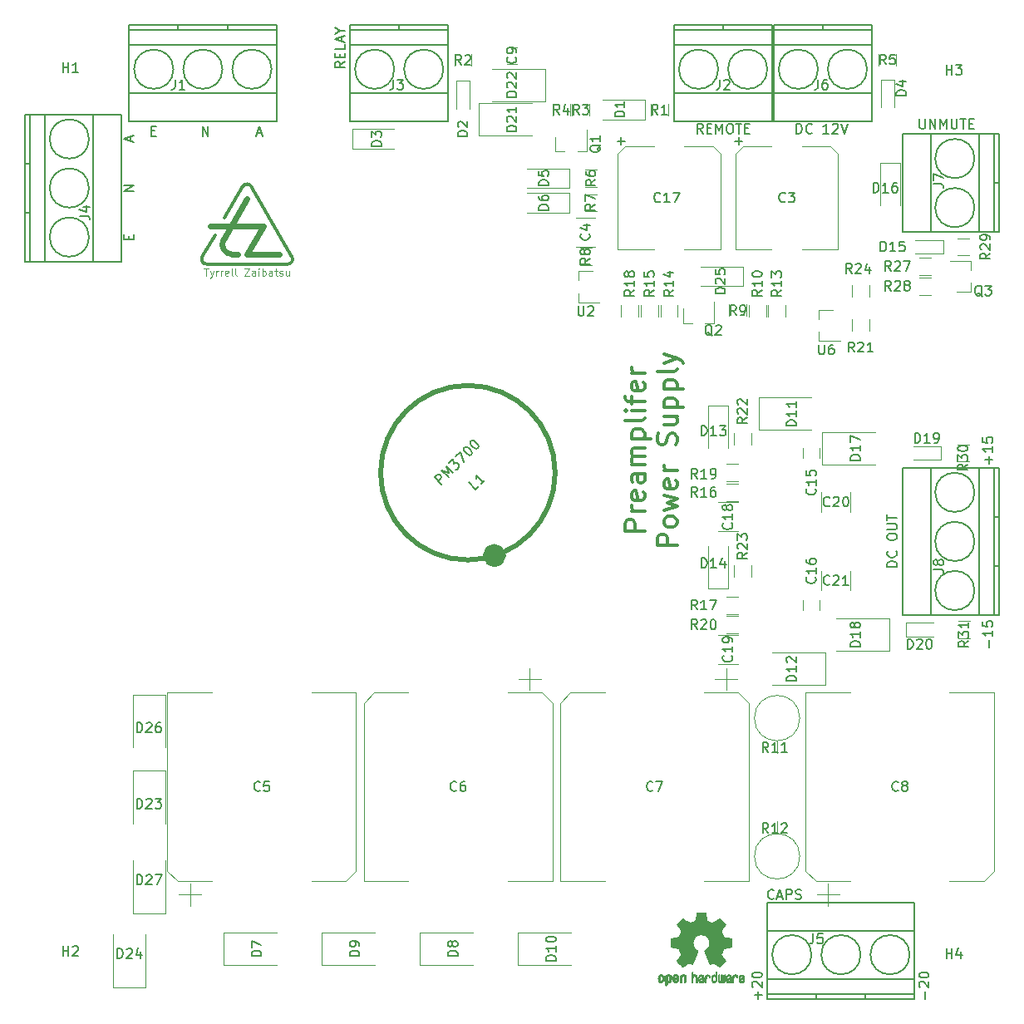
<source format=gbr>
G04 #@! TF.GenerationSoftware,KiCad,Pcbnew,5.1.5+dfsg1-2build2*
G04 #@! TF.CreationDate,2021-10-15T23:46:51+10:30*
G04 #@! TF.ProjectId,xover-psu,786f7665-722d-4707-9375-2e6b69636164,rev?*
G04 #@! TF.SameCoordinates,Original*
G04 #@! TF.FileFunction,Legend,Top*
G04 #@! TF.FilePolarity,Positive*
%FSLAX46Y46*%
G04 Gerber Fmt 4.6, Leading zero omitted, Abs format (unit mm)*
G04 Created by KiCad (PCBNEW 5.1.5+dfsg1-2build2) date 2021-10-15 23:46:51*
%MOMM*%
%LPD*%
G04 APERTURE LIST*
%ADD10C,0.300000*%
%ADD11C,0.150000*%
%ADD12C,0.600000*%
%ADD13C,0.010000*%
%ADD14C,0.120000*%
%ADD15C,0.500000*%
%ADD16C,1.200000*%
%ADD17C,0.100000*%
G04 APERTURE END LIST*
D10*
X88504761Y-76940476D02*
X86504761Y-76940476D01*
X86504761Y-76178571D01*
X86600000Y-75988095D01*
X86695238Y-75892857D01*
X86885714Y-75797619D01*
X87171428Y-75797619D01*
X87361904Y-75892857D01*
X87457142Y-75988095D01*
X87552380Y-76178571D01*
X87552380Y-76940476D01*
X88504761Y-74940476D02*
X87171428Y-74940476D01*
X87552380Y-74940476D02*
X87361904Y-74845238D01*
X87266666Y-74750000D01*
X87171428Y-74559523D01*
X87171428Y-74369047D01*
X88409523Y-72940476D02*
X88504761Y-73130952D01*
X88504761Y-73511904D01*
X88409523Y-73702380D01*
X88219047Y-73797619D01*
X87457142Y-73797619D01*
X87266666Y-73702380D01*
X87171428Y-73511904D01*
X87171428Y-73130952D01*
X87266666Y-72940476D01*
X87457142Y-72845238D01*
X87647619Y-72845238D01*
X87838095Y-73797619D01*
X88504761Y-71130952D02*
X87457142Y-71130952D01*
X87266666Y-71226190D01*
X87171428Y-71416666D01*
X87171428Y-71797619D01*
X87266666Y-71988095D01*
X88409523Y-71130952D02*
X88504761Y-71321428D01*
X88504761Y-71797619D01*
X88409523Y-71988095D01*
X88219047Y-72083333D01*
X88028571Y-72083333D01*
X87838095Y-71988095D01*
X87742857Y-71797619D01*
X87742857Y-71321428D01*
X87647619Y-71130952D01*
X88504761Y-70178571D02*
X87171428Y-70178571D01*
X87361904Y-70178571D02*
X87266666Y-70083333D01*
X87171428Y-69892857D01*
X87171428Y-69607142D01*
X87266666Y-69416666D01*
X87457142Y-69321428D01*
X88504761Y-69321428D01*
X87457142Y-69321428D02*
X87266666Y-69226190D01*
X87171428Y-69035714D01*
X87171428Y-68750000D01*
X87266666Y-68559523D01*
X87457142Y-68464285D01*
X88504761Y-68464285D01*
X87171428Y-67511904D02*
X89171428Y-67511904D01*
X87266666Y-67511904D02*
X87171428Y-67321428D01*
X87171428Y-66940476D01*
X87266666Y-66750000D01*
X87361904Y-66654761D01*
X87552380Y-66559523D01*
X88123809Y-66559523D01*
X88314285Y-66654761D01*
X88409523Y-66750000D01*
X88504761Y-66940476D01*
X88504761Y-67321428D01*
X88409523Y-67511904D01*
X88504761Y-65416666D02*
X88409523Y-65607142D01*
X88219047Y-65702380D01*
X86504761Y-65702380D01*
X88504761Y-64654761D02*
X87171428Y-64654761D01*
X86504761Y-64654761D02*
X86600000Y-64750000D01*
X86695238Y-64654761D01*
X86600000Y-64559523D01*
X86504761Y-64654761D01*
X86695238Y-64654761D01*
X87171428Y-63988095D02*
X87171428Y-63226190D01*
X88504761Y-63702380D02*
X86790476Y-63702380D01*
X86600000Y-63607142D01*
X86504761Y-63416666D01*
X86504761Y-63226190D01*
X88409523Y-61797619D02*
X88504761Y-61988095D01*
X88504761Y-62369047D01*
X88409523Y-62559523D01*
X88219047Y-62654761D01*
X87457142Y-62654761D01*
X87266666Y-62559523D01*
X87171428Y-62369047D01*
X87171428Y-61988095D01*
X87266666Y-61797619D01*
X87457142Y-61702380D01*
X87647619Y-61702380D01*
X87838095Y-62654761D01*
X88504761Y-60845238D02*
X87171428Y-60845238D01*
X87552380Y-60845238D02*
X87361904Y-60750000D01*
X87266666Y-60654761D01*
X87171428Y-60464285D01*
X87171428Y-60273809D01*
X91804761Y-78416666D02*
X89804761Y-78416666D01*
X89804761Y-77654761D01*
X89900000Y-77464285D01*
X89995238Y-77369047D01*
X90185714Y-77273809D01*
X90471428Y-77273809D01*
X90661904Y-77369047D01*
X90757142Y-77464285D01*
X90852380Y-77654761D01*
X90852380Y-78416666D01*
X91804761Y-76130952D02*
X91709523Y-76321428D01*
X91614285Y-76416666D01*
X91423809Y-76511904D01*
X90852380Y-76511904D01*
X90661904Y-76416666D01*
X90566666Y-76321428D01*
X90471428Y-76130952D01*
X90471428Y-75845238D01*
X90566666Y-75654761D01*
X90661904Y-75559523D01*
X90852380Y-75464285D01*
X91423809Y-75464285D01*
X91614285Y-75559523D01*
X91709523Y-75654761D01*
X91804761Y-75845238D01*
X91804761Y-76130952D01*
X90471428Y-74797619D02*
X91804761Y-74416666D01*
X90852380Y-74035714D01*
X91804761Y-73654761D01*
X90471428Y-73273809D01*
X91709523Y-71750000D02*
X91804761Y-71940476D01*
X91804761Y-72321428D01*
X91709523Y-72511904D01*
X91519047Y-72607142D01*
X90757142Y-72607142D01*
X90566666Y-72511904D01*
X90471428Y-72321428D01*
X90471428Y-71940476D01*
X90566666Y-71750000D01*
X90757142Y-71654761D01*
X90947619Y-71654761D01*
X91138095Y-72607142D01*
X91804761Y-70797619D02*
X90471428Y-70797619D01*
X90852380Y-70797619D02*
X90661904Y-70702380D01*
X90566666Y-70607142D01*
X90471428Y-70416666D01*
X90471428Y-70226190D01*
X91709523Y-68130952D02*
X91804761Y-67845238D01*
X91804761Y-67369047D01*
X91709523Y-67178571D01*
X91614285Y-67083333D01*
X91423809Y-66988095D01*
X91233333Y-66988095D01*
X91042857Y-67083333D01*
X90947619Y-67178571D01*
X90852380Y-67369047D01*
X90757142Y-67750000D01*
X90661904Y-67940476D01*
X90566666Y-68035714D01*
X90376190Y-68130952D01*
X90185714Y-68130952D01*
X89995238Y-68035714D01*
X89900000Y-67940476D01*
X89804761Y-67750000D01*
X89804761Y-67273809D01*
X89900000Y-66988095D01*
X90471428Y-65273809D02*
X91804761Y-65273809D01*
X90471428Y-66130952D02*
X91519047Y-66130952D01*
X91709523Y-66035714D01*
X91804761Y-65845238D01*
X91804761Y-65559523D01*
X91709523Y-65369047D01*
X91614285Y-65273809D01*
X90471428Y-64321428D02*
X92471428Y-64321428D01*
X90566666Y-64321428D02*
X90471428Y-64130952D01*
X90471428Y-63750000D01*
X90566666Y-63559523D01*
X90661904Y-63464285D01*
X90852380Y-63369047D01*
X91423809Y-63369047D01*
X91614285Y-63464285D01*
X91709523Y-63559523D01*
X91804761Y-63750000D01*
X91804761Y-64130952D01*
X91709523Y-64321428D01*
X90471428Y-62511904D02*
X92471428Y-62511904D01*
X90566666Y-62511904D02*
X90471428Y-62321428D01*
X90471428Y-61940476D01*
X90566666Y-61750000D01*
X90661904Y-61654761D01*
X90852380Y-61559523D01*
X91423809Y-61559523D01*
X91614285Y-61654761D01*
X91709523Y-61750000D01*
X91804761Y-61940476D01*
X91804761Y-62321428D01*
X91709523Y-62511904D01*
X91804761Y-60416666D02*
X91709523Y-60607142D01*
X91519047Y-60702380D01*
X89804761Y-60702380D01*
X90471428Y-59845238D02*
X91804761Y-59369047D01*
X90471428Y-58892857D02*
X91804761Y-59369047D01*
X92280952Y-59559523D01*
X92376190Y-59654761D01*
X92471428Y-59845238D01*
D11*
X116511904Y-34952380D02*
X116511904Y-35761904D01*
X116559523Y-35857142D01*
X116607142Y-35904761D01*
X116702380Y-35952380D01*
X116892857Y-35952380D01*
X116988095Y-35904761D01*
X117035714Y-35857142D01*
X117083333Y-35761904D01*
X117083333Y-34952380D01*
X117559523Y-35952380D02*
X117559523Y-34952380D01*
X118130952Y-35952380D01*
X118130952Y-34952380D01*
X118607142Y-35952380D02*
X118607142Y-34952380D01*
X118940476Y-35666666D01*
X119273809Y-34952380D01*
X119273809Y-35952380D01*
X119750000Y-34952380D02*
X119750000Y-35761904D01*
X119797619Y-35857142D01*
X119845238Y-35904761D01*
X119940476Y-35952380D01*
X120130952Y-35952380D01*
X120226190Y-35904761D01*
X120273809Y-35857142D01*
X120321428Y-35761904D01*
X120321428Y-34952380D01*
X120654761Y-34952380D02*
X121226190Y-34952380D01*
X120940476Y-35952380D02*
X120940476Y-34952380D01*
X121559523Y-35428571D02*
X121892857Y-35428571D01*
X122035714Y-35952380D02*
X121559523Y-35952380D01*
X121559523Y-34952380D01*
X122035714Y-34952380D01*
X114202380Y-80571428D02*
X113202380Y-80571428D01*
X113202380Y-80333333D01*
X113250000Y-80190476D01*
X113345238Y-80095238D01*
X113440476Y-80047619D01*
X113630952Y-80000000D01*
X113773809Y-80000000D01*
X113964285Y-80047619D01*
X114059523Y-80095238D01*
X114154761Y-80190476D01*
X114202380Y-80333333D01*
X114202380Y-80571428D01*
X114107142Y-79000000D02*
X114154761Y-79047619D01*
X114202380Y-79190476D01*
X114202380Y-79285714D01*
X114154761Y-79428571D01*
X114059523Y-79523809D01*
X113964285Y-79571428D01*
X113773809Y-79619047D01*
X113630952Y-79619047D01*
X113440476Y-79571428D01*
X113345238Y-79523809D01*
X113250000Y-79428571D01*
X113202380Y-79285714D01*
X113202380Y-79190476D01*
X113250000Y-79047619D01*
X113297619Y-79000000D01*
X113202380Y-77619047D02*
X113202380Y-77428571D01*
X113250000Y-77333333D01*
X113345238Y-77238095D01*
X113535714Y-77190476D01*
X113869047Y-77190476D01*
X114059523Y-77238095D01*
X114154761Y-77333333D01*
X114202380Y-77428571D01*
X114202380Y-77619047D01*
X114154761Y-77714285D01*
X114059523Y-77809523D01*
X113869047Y-77857142D01*
X113535714Y-77857142D01*
X113345238Y-77809523D01*
X113250000Y-77714285D01*
X113202380Y-77619047D01*
X113202380Y-76761904D02*
X114011904Y-76761904D01*
X114107142Y-76714285D01*
X114154761Y-76666666D01*
X114202380Y-76571428D01*
X114202380Y-76380952D01*
X114154761Y-76285714D01*
X114107142Y-76238095D01*
X114011904Y-76190476D01*
X113202380Y-76190476D01*
X113202380Y-75857142D02*
X113202380Y-75285714D01*
X114202380Y-75571428D02*
X113202380Y-75571428D01*
X123571428Y-88833333D02*
X123571428Y-88071428D01*
X123952380Y-87071428D02*
X123952380Y-87642857D01*
X123952380Y-87357142D02*
X122952380Y-87357142D01*
X123095238Y-87452380D01*
X123190476Y-87547619D01*
X123238095Y-87642857D01*
X122952380Y-86166666D02*
X122952380Y-86642857D01*
X123428571Y-86690476D01*
X123380952Y-86642857D01*
X123333333Y-86547619D01*
X123333333Y-86309523D01*
X123380952Y-86214285D01*
X123428571Y-86166666D01*
X123523809Y-86119047D01*
X123761904Y-86119047D01*
X123857142Y-86166666D01*
X123904761Y-86214285D01*
X123952380Y-86309523D01*
X123952380Y-86547619D01*
X123904761Y-86642857D01*
X123857142Y-86690476D01*
X123571428Y-70083333D02*
X123571428Y-69321428D01*
X123952380Y-69702380D02*
X123190476Y-69702380D01*
X123952380Y-68321428D02*
X123952380Y-68892857D01*
X123952380Y-68607142D02*
X122952380Y-68607142D01*
X123095238Y-68702380D01*
X123190476Y-68797619D01*
X123238095Y-68892857D01*
X122952380Y-67416666D02*
X122952380Y-67892857D01*
X123428571Y-67940476D01*
X123380952Y-67892857D01*
X123333333Y-67797619D01*
X123333333Y-67559523D01*
X123380952Y-67464285D01*
X123428571Y-67416666D01*
X123523809Y-67369047D01*
X123761904Y-67369047D01*
X123857142Y-67416666D01*
X123904761Y-67464285D01*
X123952380Y-67559523D01*
X123952380Y-67797619D01*
X123904761Y-67892857D01*
X123857142Y-67940476D01*
X117071428Y-124583333D02*
X117071428Y-123821428D01*
X116547619Y-123392857D02*
X116500000Y-123345238D01*
X116452380Y-123250000D01*
X116452380Y-123011904D01*
X116500000Y-122916666D01*
X116547619Y-122869047D01*
X116642857Y-122821428D01*
X116738095Y-122821428D01*
X116880952Y-122869047D01*
X117452380Y-123440476D01*
X117452380Y-122821428D01*
X116452380Y-122202380D02*
X116452380Y-122107142D01*
X116500000Y-122011904D01*
X116547619Y-121964285D01*
X116642857Y-121916666D01*
X116833333Y-121869047D01*
X117071428Y-121869047D01*
X117261904Y-121916666D01*
X117357142Y-121964285D01*
X117404761Y-122011904D01*
X117452380Y-122107142D01*
X117452380Y-122202380D01*
X117404761Y-122297619D01*
X117357142Y-122345238D01*
X117261904Y-122392857D01*
X117071428Y-122440476D01*
X116833333Y-122440476D01*
X116642857Y-122392857D01*
X116547619Y-122345238D01*
X116500000Y-122297619D01*
X116452380Y-122202380D01*
X100071428Y-124583333D02*
X100071428Y-123821428D01*
X100452380Y-124202380D02*
X99690476Y-124202380D01*
X99547619Y-123392857D02*
X99500000Y-123345238D01*
X99452380Y-123250000D01*
X99452380Y-123011904D01*
X99500000Y-122916666D01*
X99547619Y-122869047D01*
X99642857Y-122821428D01*
X99738095Y-122821428D01*
X99880952Y-122869047D01*
X100452380Y-123440476D01*
X100452380Y-122821428D01*
X99452380Y-122202380D02*
X99452380Y-122107142D01*
X99500000Y-122011904D01*
X99547619Y-121964285D01*
X99642857Y-121916666D01*
X99833333Y-121869047D01*
X100071428Y-121869047D01*
X100261904Y-121916666D01*
X100357142Y-121964285D01*
X100404761Y-122011904D01*
X100452380Y-122107142D01*
X100452380Y-122202380D01*
X100404761Y-122297619D01*
X100357142Y-122345238D01*
X100261904Y-122392857D01*
X100071428Y-122440476D01*
X99833333Y-122440476D01*
X99642857Y-122392857D01*
X99547619Y-122345238D01*
X99500000Y-122297619D01*
X99452380Y-122202380D01*
X101654761Y-114357142D02*
X101607142Y-114404761D01*
X101464285Y-114452380D01*
X101369047Y-114452380D01*
X101226190Y-114404761D01*
X101130952Y-114309523D01*
X101083333Y-114214285D01*
X101035714Y-114023809D01*
X101035714Y-113880952D01*
X101083333Y-113690476D01*
X101130952Y-113595238D01*
X101226190Y-113500000D01*
X101369047Y-113452380D01*
X101464285Y-113452380D01*
X101607142Y-113500000D01*
X101654761Y-113547619D01*
X102035714Y-114166666D02*
X102511904Y-114166666D01*
X101940476Y-114452380D02*
X102273809Y-113452380D01*
X102607142Y-114452380D01*
X102940476Y-114452380D02*
X102940476Y-113452380D01*
X103321428Y-113452380D01*
X103416666Y-113500000D01*
X103464285Y-113547619D01*
X103511904Y-113642857D01*
X103511904Y-113785714D01*
X103464285Y-113880952D01*
X103416666Y-113928571D01*
X103321428Y-113976190D01*
X102940476Y-113976190D01*
X103892857Y-114404761D02*
X104035714Y-114452380D01*
X104273809Y-114452380D01*
X104369047Y-114404761D01*
X104416666Y-114357142D01*
X104464285Y-114261904D01*
X104464285Y-114166666D01*
X104416666Y-114071428D01*
X104369047Y-114023809D01*
X104273809Y-113976190D01*
X104083333Y-113928571D01*
X103988095Y-113880952D01*
X103940476Y-113833333D01*
X103892857Y-113738095D01*
X103892857Y-113642857D01*
X103940476Y-113547619D01*
X103988095Y-113500000D01*
X104083333Y-113452380D01*
X104321428Y-113452380D01*
X104464285Y-113500000D01*
X103976190Y-36452380D02*
X103976190Y-35452380D01*
X104214285Y-35452380D01*
X104357142Y-35500000D01*
X104452380Y-35595238D01*
X104500000Y-35690476D01*
X104547619Y-35880952D01*
X104547619Y-36023809D01*
X104500000Y-36214285D01*
X104452380Y-36309523D01*
X104357142Y-36404761D01*
X104214285Y-36452380D01*
X103976190Y-36452380D01*
X105547619Y-36357142D02*
X105500000Y-36404761D01*
X105357142Y-36452380D01*
X105261904Y-36452380D01*
X105119047Y-36404761D01*
X105023809Y-36309523D01*
X104976190Y-36214285D01*
X104928571Y-36023809D01*
X104928571Y-35880952D01*
X104976190Y-35690476D01*
X105023809Y-35595238D01*
X105119047Y-35500000D01*
X105261904Y-35452380D01*
X105357142Y-35452380D01*
X105500000Y-35500000D01*
X105547619Y-35547619D01*
X107261904Y-36452380D02*
X106690476Y-36452380D01*
X106976190Y-36452380D02*
X106976190Y-35452380D01*
X106880952Y-35595238D01*
X106785714Y-35690476D01*
X106690476Y-35738095D01*
X107642857Y-35547619D02*
X107690476Y-35500000D01*
X107785714Y-35452380D01*
X108023809Y-35452380D01*
X108119047Y-35500000D01*
X108166666Y-35547619D01*
X108214285Y-35642857D01*
X108214285Y-35738095D01*
X108166666Y-35880952D01*
X107595238Y-36452380D01*
X108214285Y-36452380D01*
X108500000Y-35452380D02*
X108833333Y-36452380D01*
X109166666Y-35452380D01*
X94428571Y-36452380D02*
X94095238Y-35976190D01*
X93857142Y-36452380D02*
X93857142Y-35452380D01*
X94238095Y-35452380D01*
X94333333Y-35500000D01*
X94380952Y-35547619D01*
X94428571Y-35642857D01*
X94428571Y-35785714D01*
X94380952Y-35880952D01*
X94333333Y-35928571D01*
X94238095Y-35976190D01*
X93857142Y-35976190D01*
X94857142Y-35928571D02*
X95190476Y-35928571D01*
X95333333Y-36452380D02*
X94857142Y-36452380D01*
X94857142Y-35452380D01*
X95333333Y-35452380D01*
X95761904Y-36452380D02*
X95761904Y-35452380D01*
X96095238Y-36166666D01*
X96428571Y-35452380D01*
X96428571Y-36452380D01*
X97095238Y-35452380D02*
X97285714Y-35452380D01*
X97380952Y-35500000D01*
X97476190Y-35595238D01*
X97523809Y-35785714D01*
X97523809Y-36119047D01*
X97476190Y-36309523D01*
X97380952Y-36404761D01*
X97285714Y-36452380D01*
X97095238Y-36452380D01*
X97000000Y-36404761D01*
X96904761Y-36309523D01*
X96857142Y-36119047D01*
X96857142Y-35785714D01*
X96904761Y-35595238D01*
X97000000Y-35500000D01*
X97095238Y-35452380D01*
X97809523Y-35452380D02*
X98380952Y-35452380D01*
X98095238Y-36452380D02*
X98095238Y-35452380D01*
X98714285Y-35928571D02*
X99047619Y-35928571D01*
X99190476Y-36452380D02*
X98714285Y-36452380D01*
X98714285Y-35452380D01*
X99190476Y-35452380D01*
X57952380Y-29154761D02*
X57476190Y-29488095D01*
X57952380Y-29726190D02*
X56952380Y-29726190D01*
X56952380Y-29345238D01*
X57000000Y-29250000D01*
X57047619Y-29202380D01*
X57142857Y-29154761D01*
X57285714Y-29154761D01*
X57380952Y-29202380D01*
X57428571Y-29250000D01*
X57476190Y-29345238D01*
X57476190Y-29726190D01*
X57428571Y-28726190D02*
X57428571Y-28392857D01*
X57952380Y-28250000D02*
X57952380Y-28726190D01*
X56952380Y-28726190D01*
X56952380Y-28250000D01*
X57952380Y-27345238D02*
X57952380Y-27821428D01*
X56952380Y-27821428D01*
X57666666Y-27059523D02*
X57666666Y-26583333D01*
X57952380Y-27154761D02*
X56952380Y-26821428D01*
X57952380Y-26488095D01*
X57476190Y-25964285D02*
X57952380Y-25964285D01*
X56952380Y-26297619D02*
X57476190Y-25964285D01*
X56952380Y-25630952D01*
X35928571Y-47214285D02*
X35928571Y-46880952D01*
X36452380Y-46738095D02*
X36452380Y-47214285D01*
X35452380Y-47214285D01*
X35452380Y-46738095D01*
X36452380Y-42285714D02*
X35452380Y-42285714D01*
X36452380Y-41714285D01*
X35452380Y-41714285D01*
X36166666Y-37238095D02*
X36166666Y-36761904D01*
X36452380Y-37333333D02*
X35452380Y-37000000D01*
X36452380Y-36666666D01*
X38285714Y-36178571D02*
X38619047Y-36178571D01*
X38761904Y-36702380D02*
X38285714Y-36702380D01*
X38285714Y-35702380D01*
X38761904Y-35702380D01*
X43464285Y-36702380D02*
X43464285Y-35702380D01*
X44035714Y-36702380D01*
X44035714Y-35702380D01*
X49011904Y-36416666D02*
X49488095Y-36416666D01*
X48916666Y-36702380D02*
X49250000Y-35702380D01*
X49583333Y-36702380D01*
D10*
X52150000Y-49750000D02*
X43882051Y-49750000D01*
X43882051Y-49750000D02*
G75*
G02X43449038Y-49000000I0J500000D01*
G01*
D12*
X49650000Y-45919873D02*
X48016026Y-48750000D01*
D10*
X48449038Y-41839746D02*
X52583013Y-49000000D01*
D12*
X46480127Y-48750000D02*
G75*
G02X45614102Y-47250000I0J1000000D01*
G01*
X51283975Y-48750000D02*
X48016026Y-48750000D01*
D10*
X45727350Y-45053848D02*
X47583013Y-41839746D01*
X47583014Y-41839747D02*
G75*
G02X48449038Y-41839746I433012J-249999D01*
G01*
X43449038Y-49000000D02*
X44727350Y-46785899D01*
D12*
X45614102Y-47250000D02*
X48016025Y-43089746D01*
D10*
X52583013Y-49000000D02*
G75*
G02X52150000Y-49750000I-433013J-250000D01*
G01*
D12*
X49650000Y-45919873D02*
X44227350Y-45919873D01*
X47016026Y-48750000D02*
X46480127Y-48750000D01*
D13*
G36*
X91018886Y-122084505D02*
G01*
X91093539Y-122121727D01*
X91159431Y-122190261D01*
X91177577Y-122215648D01*
X91197345Y-122248866D01*
X91210172Y-122284945D01*
X91217510Y-122333098D01*
X91220813Y-122402536D01*
X91221538Y-122494206D01*
X91218263Y-122619830D01*
X91206877Y-122714154D01*
X91185041Y-122784523D01*
X91150419Y-122838286D01*
X91100670Y-122882788D01*
X91097014Y-122885423D01*
X91047985Y-122912377D01*
X90988945Y-122925712D01*
X90913859Y-122929000D01*
X90791795Y-122929000D01*
X90791744Y-123047497D01*
X90790608Y-123113492D01*
X90783686Y-123152202D01*
X90765598Y-123175419D01*
X90730962Y-123194933D01*
X90722645Y-123198920D01*
X90683720Y-123217603D01*
X90653583Y-123229403D01*
X90631174Y-123230422D01*
X90615433Y-123216761D01*
X90605302Y-123184522D01*
X90599723Y-123129804D01*
X90597635Y-123048711D01*
X90597981Y-122937344D01*
X90599700Y-122791802D01*
X90600237Y-122748269D01*
X90602172Y-122598205D01*
X90603904Y-122500042D01*
X90791692Y-122500042D01*
X90792748Y-122583364D01*
X90797438Y-122637880D01*
X90808051Y-122673837D01*
X90826872Y-122701482D01*
X90839650Y-122714965D01*
X90891890Y-122754417D01*
X90938142Y-122757628D01*
X90985867Y-122725049D01*
X90987077Y-122723846D01*
X91006494Y-122698668D01*
X91018307Y-122664447D01*
X91024265Y-122611748D01*
X91026120Y-122531131D01*
X91026154Y-122513271D01*
X91021670Y-122402175D01*
X91007074Y-122325161D01*
X90980650Y-122278147D01*
X90940683Y-122257050D01*
X90917584Y-122254923D01*
X90862762Y-122264900D01*
X90825158Y-122297752D01*
X90802523Y-122357857D01*
X90792606Y-122449598D01*
X90791692Y-122500042D01*
X90603904Y-122500042D01*
X90604222Y-122482060D01*
X90606873Y-122394679D01*
X90610606Y-122330905D01*
X90615907Y-122285582D01*
X90623258Y-122253555D01*
X90633143Y-122229668D01*
X90646046Y-122208764D01*
X90651579Y-122200898D01*
X90724969Y-122126595D01*
X90817760Y-122084467D01*
X90925096Y-122072722D01*
X91018886Y-122084505D01*
G37*
X91018886Y-122084505D02*
X91093539Y-122121727D01*
X91159431Y-122190261D01*
X91177577Y-122215648D01*
X91197345Y-122248866D01*
X91210172Y-122284945D01*
X91217510Y-122333098D01*
X91220813Y-122402536D01*
X91221538Y-122494206D01*
X91218263Y-122619830D01*
X91206877Y-122714154D01*
X91185041Y-122784523D01*
X91150419Y-122838286D01*
X91100670Y-122882788D01*
X91097014Y-122885423D01*
X91047985Y-122912377D01*
X90988945Y-122925712D01*
X90913859Y-122929000D01*
X90791795Y-122929000D01*
X90791744Y-123047497D01*
X90790608Y-123113492D01*
X90783686Y-123152202D01*
X90765598Y-123175419D01*
X90730962Y-123194933D01*
X90722645Y-123198920D01*
X90683720Y-123217603D01*
X90653583Y-123229403D01*
X90631174Y-123230422D01*
X90615433Y-123216761D01*
X90605302Y-123184522D01*
X90599723Y-123129804D01*
X90597635Y-123048711D01*
X90597981Y-122937344D01*
X90599700Y-122791802D01*
X90600237Y-122748269D01*
X90602172Y-122598205D01*
X90603904Y-122500042D01*
X90791692Y-122500042D01*
X90792748Y-122583364D01*
X90797438Y-122637880D01*
X90808051Y-122673837D01*
X90826872Y-122701482D01*
X90839650Y-122714965D01*
X90891890Y-122754417D01*
X90938142Y-122757628D01*
X90985867Y-122725049D01*
X90987077Y-122723846D01*
X91006494Y-122698668D01*
X91018307Y-122664447D01*
X91024265Y-122611748D01*
X91026120Y-122531131D01*
X91026154Y-122513271D01*
X91021670Y-122402175D01*
X91007074Y-122325161D01*
X90980650Y-122278147D01*
X90940683Y-122257050D01*
X90917584Y-122254923D01*
X90862762Y-122264900D01*
X90825158Y-122297752D01*
X90802523Y-122357857D01*
X90792606Y-122449598D01*
X90791692Y-122500042D01*
X90603904Y-122500042D01*
X90604222Y-122482060D01*
X90606873Y-122394679D01*
X90610606Y-122330905D01*
X90615907Y-122285582D01*
X90623258Y-122253555D01*
X90633143Y-122229668D01*
X90646046Y-122208764D01*
X90651579Y-122200898D01*
X90724969Y-122126595D01*
X90817760Y-122084467D01*
X90925096Y-122072722D01*
X91018886Y-122084505D01*
G36*
X92521664Y-122095089D02*
G01*
X92584367Y-122131358D01*
X92627961Y-122167358D01*
X92659845Y-122205075D01*
X92681810Y-122251199D01*
X92695649Y-122312421D01*
X92703153Y-122395431D01*
X92706117Y-122506919D01*
X92706461Y-122587062D01*
X92706461Y-122882065D01*
X92540385Y-122956515D01*
X92530615Y-122633402D01*
X92526579Y-122512729D01*
X92522344Y-122425141D01*
X92517097Y-122364650D01*
X92510025Y-122325268D01*
X92500311Y-122301007D01*
X92487144Y-122285880D01*
X92482919Y-122282606D01*
X92418909Y-122257034D01*
X92354208Y-122267153D01*
X92315692Y-122294000D01*
X92300025Y-122313024D01*
X92289180Y-122337988D01*
X92282288Y-122375834D01*
X92278479Y-122433502D01*
X92276883Y-122517935D01*
X92276615Y-122605928D01*
X92276563Y-122716323D01*
X92274672Y-122794463D01*
X92268345Y-122847165D01*
X92254983Y-122881242D01*
X92231985Y-122903511D01*
X92196754Y-122920787D01*
X92149697Y-122938738D01*
X92098303Y-122958278D01*
X92104421Y-122611485D01*
X92106884Y-122486468D01*
X92109767Y-122394082D01*
X92113898Y-122327881D01*
X92120107Y-122281420D01*
X92129226Y-122248256D01*
X92142083Y-122221944D01*
X92157584Y-122198729D01*
X92232371Y-122124569D01*
X92323628Y-122081684D01*
X92422883Y-122071412D01*
X92521664Y-122095089D01*
G37*
X92521664Y-122095089D02*
X92584367Y-122131358D01*
X92627961Y-122167358D01*
X92659845Y-122205075D01*
X92681810Y-122251199D01*
X92695649Y-122312421D01*
X92703153Y-122395431D01*
X92706117Y-122506919D01*
X92706461Y-122587062D01*
X92706461Y-122882065D01*
X92540385Y-122956515D01*
X92530615Y-122633402D01*
X92526579Y-122512729D01*
X92522344Y-122425141D01*
X92517097Y-122364650D01*
X92510025Y-122325268D01*
X92500311Y-122301007D01*
X92487144Y-122285880D01*
X92482919Y-122282606D01*
X92418909Y-122257034D01*
X92354208Y-122267153D01*
X92315692Y-122294000D01*
X92300025Y-122313024D01*
X92289180Y-122337988D01*
X92282288Y-122375834D01*
X92278479Y-122433502D01*
X92276883Y-122517935D01*
X92276615Y-122605928D01*
X92276563Y-122716323D01*
X92274672Y-122794463D01*
X92268345Y-122847165D01*
X92254983Y-122881242D01*
X92231985Y-122903511D01*
X92196754Y-122920787D01*
X92149697Y-122938738D01*
X92098303Y-122958278D01*
X92104421Y-122611485D01*
X92106884Y-122486468D01*
X92109767Y-122394082D01*
X92113898Y-122327881D01*
X92120107Y-122281420D01*
X92129226Y-122248256D01*
X92142083Y-122221944D01*
X92157584Y-122198729D01*
X92232371Y-122124569D01*
X92323628Y-122081684D01*
X92422883Y-122071412D01*
X92521664Y-122095089D01*
G36*
X90266886Y-122087256D02*
G01*
X90358464Y-122135409D01*
X90426049Y-122212905D01*
X90450057Y-122262727D01*
X90468738Y-122337533D01*
X90478301Y-122432052D01*
X90479208Y-122535210D01*
X90471921Y-122635935D01*
X90456903Y-122723153D01*
X90434615Y-122785791D01*
X90427765Y-122796579D01*
X90346632Y-122877105D01*
X90250266Y-122925336D01*
X90145701Y-122939450D01*
X90039968Y-122917629D01*
X90010543Y-122904547D01*
X89953241Y-122864231D01*
X89902950Y-122810775D01*
X89898197Y-122803995D01*
X89878878Y-122771321D01*
X89866108Y-122736394D01*
X89858564Y-122690414D01*
X89854924Y-122624584D01*
X89853865Y-122530105D01*
X89853846Y-122508923D01*
X89853894Y-122502182D01*
X90049231Y-122502182D01*
X90050368Y-122591349D01*
X90054841Y-122650520D01*
X90064246Y-122688741D01*
X90080176Y-122715053D01*
X90088308Y-122723846D01*
X90135058Y-122757261D01*
X90180447Y-122755737D01*
X90226340Y-122726752D01*
X90253712Y-122695809D01*
X90269923Y-122650643D01*
X90279026Y-122579420D01*
X90279651Y-122571114D01*
X90281204Y-122442037D01*
X90264965Y-122346172D01*
X90231152Y-122284107D01*
X90179984Y-122256432D01*
X90161720Y-122254923D01*
X90113760Y-122262513D01*
X90080953Y-122288808D01*
X90060895Y-122339095D01*
X90051178Y-122418664D01*
X90049231Y-122502182D01*
X89853894Y-122502182D01*
X89854574Y-122408249D01*
X89857629Y-122337906D01*
X89864322Y-122289163D01*
X89875960Y-122253288D01*
X89893853Y-122221548D01*
X89897808Y-122215648D01*
X89964267Y-122136104D01*
X90036685Y-122089929D01*
X90124849Y-122071599D01*
X90154787Y-122070703D01*
X90266886Y-122087256D01*
G37*
X90266886Y-122087256D02*
X90358464Y-122135409D01*
X90426049Y-122212905D01*
X90450057Y-122262727D01*
X90468738Y-122337533D01*
X90478301Y-122432052D01*
X90479208Y-122535210D01*
X90471921Y-122635935D01*
X90456903Y-122723153D01*
X90434615Y-122785791D01*
X90427765Y-122796579D01*
X90346632Y-122877105D01*
X90250266Y-122925336D01*
X90145701Y-122939450D01*
X90039968Y-122917629D01*
X90010543Y-122904547D01*
X89953241Y-122864231D01*
X89902950Y-122810775D01*
X89898197Y-122803995D01*
X89878878Y-122771321D01*
X89866108Y-122736394D01*
X89858564Y-122690414D01*
X89854924Y-122624584D01*
X89853865Y-122530105D01*
X89853846Y-122508923D01*
X89853894Y-122502182D01*
X90049231Y-122502182D01*
X90050368Y-122591349D01*
X90054841Y-122650520D01*
X90064246Y-122688741D01*
X90080176Y-122715053D01*
X90088308Y-122723846D01*
X90135058Y-122757261D01*
X90180447Y-122755737D01*
X90226340Y-122726752D01*
X90253712Y-122695809D01*
X90269923Y-122650643D01*
X90279026Y-122579420D01*
X90279651Y-122571114D01*
X90281204Y-122442037D01*
X90264965Y-122346172D01*
X90231152Y-122284107D01*
X90179984Y-122256432D01*
X90161720Y-122254923D01*
X90113760Y-122262513D01*
X90080953Y-122288808D01*
X90060895Y-122339095D01*
X90051178Y-122418664D01*
X90049231Y-122502182D01*
X89853894Y-122502182D01*
X89854574Y-122408249D01*
X89857629Y-122337906D01*
X89864322Y-122289163D01*
X89875960Y-122253288D01*
X89893853Y-122221548D01*
X89897808Y-122215648D01*
X89964267Y-122136104D01*
X90036685Y-122089929D01*
X90124849Y-122071599D01*
X90154787Y-122070703D01*
X90266886Y-122087256D01*
G36*
X91784254Y-122099745D02*
G01*
X91861286Y-122151567D01*
X91920816Y-122226412D01*
X91956378Y-122321654D01*
X91963571Y-122391756D01*
X91962754Y-122421009D01*
X91955914Y-122443407D01*
X91937112Y-122463474D01*
X91900408Y-122485733D01*
X91839862Y-122514709D01*
X91749534Y-122554927D01*
X91749077Y-122555129D01*
X91665933Y-122593210D01*
X91597753Y-122627025D01*
X91551505Y-122652933D01*
X91534158Y-122667295D01*
X91534154Y-122667411D01*
X91549443Y-122698685D01*
X91585196Y-122733157D01*
X91626242Y-122757990D01*
X91647037Y-122762923D01*
X91703770Y-122745862D01*
X91752627Y-122703133D01*
X91776465Y-122656155D01*
X91799397Y-122621522D01*
X91844318Y-122582081D01*
X91897123Y-122548009D01*
X91943710Y-122529480D01*
X91953452Y-122528462D01*
X91964418Y-122545215D01*
X91965079Y-122588039D01*
X91957020Y-122645781D01*
X91941827Y-122707289D01*
X91921086Y-122761409D01*
X91920038Y-122763510D01*
X91857621Y-122850660D01*
X91776726Y-122909939D01*
X91684856Y-122939034D01*
X91589513Y-122935634D01*
X91498198Y-122897428D01*
X91494138Y-122894741D01*
X91422306Y-122829642D01*
X91375073Y-122744705D01*
X91348934Y-122633021D01*
X91345426Y-122601643D01*
X91339213Y-122453536D01*
X91346661Y-122384468D01*
X91534154Y-122384468D01*
X91536590Y-122427552D01*
X91549914Y-122440126D01*
X91583132Y-122430719D01*
X91635494Y-122408483D01*
X91694024Y-122380610D01*
X91695479Y-122379872D01*
X91745089Y-122353777D01*
X91765000Y-122336363D01*
X91760090Y-122318107D01*
X91739416Y-122294120D01*
X91686819Y-122259406D01*
X91630177Y-122256856D01*
X91579369Y-122282119D01*
X91544276Y-122330847D01*
X91534154Y-122384468D01*
X91346661Y-122384468D01*
X91351992Y-122335036D01*
X91384778Y-122241055D01*
X91430421Y-122175215D01*
X91512802Y-122108681D01*
X91603546Y-122075676D01*
X91696185Y-122073573D01*
X91784254Y-122099745D01*
G37*
X91784254Y-122099745D02*
X91861286Y-122151567D01*
X91920816Y-122226412D01*
X91956378Y-122321654D01*
X91963571Y-122391756D01*
X91962754Y-122421009D01*
X91955914Y-122443407D01*
X91937112Y-122463474D01*
X91900408Y-122485733D01*
X91839862Y-122514709D01*
X91749534Y-122554927D01*
X91749077Y-122555129D01*
X91665933Y-122593210D01*
X91597753Y-122627025D01*
X91551505Y-122652933D01*
X91534158Y-122667295D01*
X91534154Y-122667411D01*
X91549443Y-122698685D01*
X91585196Y-122733157D01*
X91626242Y-122757990D01*
X91647037Y-122762923D01*
X91703770Y-122745862D01*
X91752627Y-122703133D01*
X91776465Y-122656155D01*
X91799397Y-122621522D01*
X91844318Y-122582081D01*
X91897123Y-122548009D01*
X91943710Y-122529480D01*
X91953452Y-122528462D01*
X91964418Y-122545215D01*
X91965079Y-122588039D01*
X91957020Y-122645781D01*
X91941827Y-122707289D01*
X91921086Y-122761409D01*
X91920038Y-122763510D01*
X91857621Y-122850660D01*
X91776726Y-122909939D01*
X91684856Y-122939034D01*
X91589513Y-122935634D01*
X91498198Y-122897428D01*
X91494138Y-122894741D01*
X91422306Y-122829642D01*
X91375073Y-122744705D01*
X91348934Y-122633021D01*
X91345426Y-122601643D01*
X91339213Y-122453536D01*
X91346661Y-122384468D01*
X91534154Y-122384468D01*
X91536590Y-122427552D01*
X91549914Y-122440126D01*
X91583132Y-122430719D01*
X91635494Y-122408483D01*
X91694024Y-122380610D01*
X91695479Y-122379872D01*
X91745089Y-122353777D01*
X91765000Y-122336363D01*
X91760090Y-122318107D01*
X91739416Y-122294120D01*
X91686819Y-122259406D01*
X91630177Y-122256856D01*
X91579369Y-122282119D01*
X91544276Y-122330847D01*
X91534154Y-122384468D01*
X91346661Y-122384468D01*
X91351992Y-122335036D01*
X91384778Y-122241055D01*
X91430421Y-122175215D01*
X91512802Y-122108681D01*
X91603546Y-122075676D01*
X91696185Y-122073573D01*
X91784254Y-122099745D01*
G36*
X93409846Y-121992120D02*
G01*
X93415572Y-122071980D01*
X93422149Y-122119039D01*
X93431262Y-122139566D01*
X93444598Y-122139829D01*
X93448923Y-122137378D01*
X93506444Y-122119636D01*
X93581268Y-122120672D01*
X93657339Y-122138910D01*
X93704918Y-122162505D01*
X93753702Y-122200198D01*
X93789364Y-122242855D01*
X93813845Y-122297057D01*
X93829087Y-122369384D01*
X93837030Y-122466419D01*
X93839616Y-122594742D01*
X93839662Y-122619358D01*
X93839692Y-122895870D01*
X93778161Y-122917320D01*
X93734459Y-122931912D01*
X93710482Y-122938706D01*
X93709777Y-122938769D01*
X93707415Y-122920345D01*
X93705406Y-122869526D01*
X93703901Y-122792993D01*
X93703053Y-122697430D01*
X93702923Y-122639329D01*
X93702651Y-122524771D01*
X93701252Y-122442667D01*
X93697849Y-122386393D01*
X93691567Y-122349326D01*
X93681529Y-122324844D01*
X93666861Y-122306325D01*
X93657702Y-122297406D01*
X93594789Y-122261466D01*
X93526136Y-122258775D01*
X93463848Y-122289170D01*
X93452329Y-122300144D01*
X93435433Y-122320779D01*
X93423714Y-122345256D01*
X93416233Y-122380647D01*
X93412054Y-122434026D01*
X93410237Y-122512466D01*
X93409846Y-122620617D01*
X93409846Y-122895870D01*
X93348315Y-122917320D01*
X93304613Y-122931912D01*
X93280636Y-122938706D01*
X93279930Y-122938769D01*
X93278126Y-122920069D01*
X93276500Y-122867322D01*
X93275117Y-122785557D01*
X93274042Y-122679805D01*
X93273340Y-122555094D01*
X93273077Y-122416455D01*
X93273077Y-121881806D01*
X93400077Y-121828236D01*
X93409846Y-121992120D01*
G37*
X93409846Y-121992120D02*
X93415572Y-122071980D01*
X93422149Y-122119039D01*
X93431262Y-122139566D01*
X93444598Y-122139829D01*
X93448923Y-122137378D01*
X93506444Y-122119636D01*
X93581268Y-122120672D01*
X93657339Y-122138910D01*
X93704918Y-122162505D01*
X93753702Y-122200198D01*
X93789364Y-122242855D01*
X93813845Y-122297057D01*
X93829087Y-122369384D01*
X93837030Y-122466419D01*
X93839616Y-122594742D01*
X93839662Y-122619358D01*
X93839692Y-122895870D01*
X93778161Y-122917320D01*
X93734459Y-122931912D01*
X93710482Y-122938706D01*
X93709777Y-122938769D01*
X93707415Y-122920345D01*
X93705406Y-122869526D01*
X93703901Y-122792993D01*
X93703053Y-122697430D01*
X93702923Y-122639329D01*
X93702651Y-122524771D01*
X93701252Y-122442667D01*
X93697849Y-122386393D01*
X93691567Y-122349326D01*
X93681529Y-122324844D01*
X93666861Y-122306325D01*
X93657702Y-122297406D01*
X93594789Y-122261466D01*
X93526136Y-122258775D01*
X93463848Y-122289170D01*
X93452329Y-122300144D01*
X93435433Y-122320779D01*
X93423714Y-122345256D01*
X93416233Y-122380647D01*
X93412054Y-122434026D01*
X93410237Y-122512466D01*
X93409846Y-122620617D01*
X93409846Y-122895870D01*
X93348315Y-122917320D01*
X93304613Y-122931912D01*
X93280636Y-122938706D01*
X93279930Y-122938769D01*
X93278126Y-122920069D01*
X93276500Y-122867322D01*
X93275117Y-122785557D01*
X93274042Y-122679805D01*
X93273340Y-122555094D01*
X93273077Y-122416455D01*
X93273077Y-121881806D01*
X93400077Y-121828236D01*
X93409846Y-121992120D01*
G36*
X94303501Y-122126303D02*
G01*
X94380060Y-122154733D01*
X94380936Y-122155279D01*
X94428285Y-122190127D01*
X94463241Y-122230852D01*
X94487825Y-122283925D01*
X94504062Y-122355814D01*
X94513975Y-122452992D01*
X94519586Y-122581928D01*
X94520077Y-122600298D01*
X94527141Y-122877287D01*
X94467695Y-122908028D01*
X94424681Y-122928802D01*
X94398710Y-122938646D01*
X94397509Y-122938769D01*
X94393014Y-122920606D01*
X94389444Y-122871612D01*
X94387248Y-122800031D01*
X94386769Y-122742068D01*
X94386758Y-122648170D01*
X94382466Y-122589203D01*
X94367503Y-122561079D01*
X94335482Y-122559706D01*
X94280014Y-122580998D01*
X94196269Y-122620136D01*
X94134689Y-122652643D01*
X94103017Y-122680845D01*
X94093706Y-122711582D01*
X94093692Y-122713104D01*
X94109057Y-122766054D01*
X94154547Y-122794660D01*
X94224166Y-122798803D01*
X94274313Y-122798084D01*
X94300754Y-122812527D01*
X94317243Y-122847218D01*
X94326733Y-122891416D01*
X94313057Y-122916493D01*
X94307907Y-122920082D01*
X94259425Y-122934496D01*
X94191531Y-122936537D01*
X94121612Y-122926983D01*
X94072068Y-122909522D01*
X94003570Y-122851364D01*
X93964634Y-122770408D01*
X93956923Y-122707160D01*
X93962807Y-122650111D01*
X93984101Y-122603542D01*
X94026265Y-122562181D01*
X94094759Y-122520755D01*
X94195044Y-122473993D01*
X94201154Y-122471350D01*
X94291490Y-122429617D01*
X94347235Y-122395391D01*
X94371129Y-122364635D01*
X94365913Y-122333311D01*
X94334328Y-122297383D01*
X94324883Y-122289116D01*
X94261617Y-122257058D01*
X94196064Y-122258407D01*
X94138972Y-122289838D01*
X94101093Y-122348024D01*
X94097574Y-122359446D01*
X94063300Y-122414837D01*
X94019809Y-122441518D01*
X93956923Y-122467960D01*
X93956923Y-122399548D01*
X93976052Y-122300110D01*
X94032831Y-122208902D01*
X94062378Y-122178389D01*
X94129542Y-122139228D01*
X94214956Y-122121500D01*
X94303501Y-122126303D01*
G37*
X94303501Y-122126303D02*
X94380060Y-122154733D01*
X94380936Y-122155279D01*
X94428285Y-122190127D01*
X94463241Y-122230852D01*
X94487825Y-122283925D01*
X94504062Y-122355814D01*
X94513975Y-122452992D01*
X94519586Y-122581928D01*
X94520077Y-122600298D01*
X94527141Y-122877287D01*
X94467695Y-122908028D01*
X94424681Y-122928802D01*
X94398710Y-122938646D01*
X94397509Y-122938769D01*
X94393014Y-122920606D01*
X94389444Y-122871612D01*
X94387248Y-122800031D01*
X94386769Y-122742068D01*
X94386758Y-122648170D01*
X94382466Y-122589203D01*
X94367503Y-122561079D01*
X94335482Y-122559706D01*
X94280014Y-122580998D01*
X94196269Y-122620136D01*
X94134689Y-122652643D01*
X94103017Y-122680845D01*
X94093706Y-122711582D01*
X94093692Y-122713104D01*
X94109057Y-122766054D01*
X94154547Y-122794660D01*
X94224166Y-122798803D01*
X94274313Y-122798084D01*
X94300754Y-122812527D01*
X94317243Y-122847218D01*
X94326733Y-122891416D01*
X94313057Y-122916493D01*
X94307907Y-122920082D01*
X94259425Y-122934496D01*
X94191531Y-122936537D01*
X94121612Y-122926983D01*
X94072068Y-122909522D01*
X94003570Y-122851364D01*
X93964634Y-122770408D01*
X93956923Y-122707160D01*
X93962807Y-122650111D01*
X93984101Y-122603542D01*
X94026265Y-122562181D01*
X94094759Y-122520755D01*
X94195044Y-122473993D01*
X94201154Y-122471350D01*
X94291490Y-122429617D01*
X94347235Y-122395391D01*
X94371129Y-122364635D01*
X94365913Y-122333311D01*
X94334328Y-122297383D01*
X94324883Y-122289116D01*
X94261617Y-122257058D01*
X94196064Y-122258407D01*
X94138972Y-122289838D01*
X94101093Y-122348024D01*
X94097574Y-122359446D01*
X94063300Y-122414837D01*
X94019809Y-122441518D01*
X93956923Y-122467960D01*
X93956923Y-122399548D01*
X93976052Y-122300110D01*
X94032831Y-122208902D01*
X94062378Y-122178389D01*
X94129542Y-122139228D01*
X94214956Y-122121500D01*
X94303501Y-122126303D01*
G36*
X94963362Y-122124670D02*
G01*
X95052117Y-122157421D01*
X95124022Y-122215350D01*
X95152144Y-122256128D01*
X95182802Y-122330954D01*
X95182165Y-122385058D01*
X95149987Y-122421446D01*
X95138081Y-122427633D01*
X95086675Y-122446925D01*
X95060422Y-122441982D01*
X95051530Y-122409587D01*
X95051077Y-122391692D01*
X95034797Y-122325859D01*
X94992365Y-122279807D01*
X94933388Y-122257564D01*
X94867475Y-122263161D01*
X94813895Y-122292229D01*
X94795798Y-122308810D01*
X94782971Y-122328925D01*
X94774306Y-122359332D01*
X94768696Y-122406788D01*
X94765035Y-122478050D01*
X94762215Y-122579875D01*
X94761484Y-122612115D01*
X94758820Y-122722410D01*
X94755792Y-122800036D01*
X94751250Y-122851396D01*
X94744046Y-122882890D01*
X94733033Y-122900920D01*
X94717060Y-122911888D01*
X94706834Y-122916733D01*
X94663406Y-122933301D01*
X94637842Y-122938769D01*
X94629395Y-122920507D01*
X94624239Y-122865296D01*
X94622346Y-122772499D01*
X94623689Y-122641478D01*
X94624107Y-122621269D01*
X94627058Y-122501733D01*
X94630548Y-122414449D01*
X94635514Y-122352591D01*
X94642893Y-122309336D01*
X94653624Y-122277860D01*
X94668645Y-122251339D01*
X94676502Y-122239975D01*
X94721553Y-122189692D01*
X94771940Y-122150581D01*
X94778108Y-122147167D01*
X94868458Y-122120212D01*
X94963362Y-122124670D01*
G37*
X94963362Y-122124670D02*
X95052117Y-122157421D01*
X95124022Y-122215350D01*
X95152144Y-122256128D01*
X95182802Y-122330954D01*
X95182165Y-122385058D01*
X95149987Y-122421446D01*
X95138081Y-122427633D01*
X95086675Y-122446925D01*
X95060422Y-122441982D01*
X95051530Y-122409587D01*
X95051077Y-122391692D01*
X95034797Y-122325859D01*
X94992365Y-122279807D01*
X94933388Y-122257564D01*
X94867475Y-122263161D01*
X94813895Y-122292229D01*
X94795798Y-122308810D01*
X94782971Y-122328925D01*
X94774306Y-122359332D01*
X94768696Y-122406788D01*
X94765035Y-122478050D01*
X94762215Y-122579875D01*
X94761484Y-122612115D01*
X94758820Y-122722410D01*
X94755792Y-122800036D01*
X94751250Y-122851396D01*
X94744046Y-122882890D01*
X94733033Y-122900920D01*
X94717060Y-122911888D01*
X94706834Y-122916733D01*
X94663406Y-122933301D01*
X94637842Y-122938769D01*
X94629395Y-122920507D01*
X94624239Y-122865296D01*
X94622346Y-122772499D01*
X94623689Y-122641478D01*
X94624107Y-122621269D01*
X94627058Y-122501733D01*
X94630548Y-122414449D01*
X94635514Y-122352591D01*
X94642893Y-122309336D01*
X94653624Y-122277860D01*
X94668645Y-122251339D01*
X94676502Y-122239975D01*
X94721553Y-122189692D01*
X94771940Y-122150581D01*
X94778108Y-122147167D01*
X94868458Y-122120212D01*
X94963362Y-122124670D01*
G36*
X95852081Y-122280289D02*
G01*
X95851833Y-122426320D01*
X95850872Y-122538655D01*
X95848794Y-122622678D01*
X95845193Y-122683769D01*
X95839665Y-122727309D01*
X95831804Y-122758679D01*
X95821207Y-122783262D01*
X95813182Y-122797294D01*
X95746728Y-122873388D01*
X95662470Y-122921084D01*
X95569249Y-122938199D01*
X95475900Y-122922546D01*
X95420312Y-122894418D01*
X95361957Y-122845760D01*
X95322186Y-122786333D01*
X95298190Y-122708507D01*
X95287161Y-122604652D01*
X95285599Y-122528462D01*
X95285809Y-122522986D01*
X95422308Y-122522986D01*
X95423141Y-122610355D01*
X95426961Y-122668192D01*
X95435746Y-122706029D01*
X95451474Y-122733398D01*
X95470266Y-122754042D01*
X95533375Y-122793890D01*
X95601137Y-122797295D01*
X95665179Y-122764025D01*
X95670164Y-122759517D01*
X95691439Y-122736067D01*
X95704779Y-122708166D01*
X95712001Y-122666641D01*
X95714923Y-122602316D01*
X95715385Y-122531200D01*
X95714383Y-122441858D01*
X95710238Y-122382258D01*
X95701236Y-122343089D01*
X95685667Y-122315040D01*
X95672902Y-122300144D01*
X95613600Y-122262575D01*
X95545301Y-122258057D01*
X95480110Y-122286753D01*
X95467528Y-122297406D01*
X95446111Y-122321063D01*
X95432744Y-122349251D01*
X95425566Y-122391245D01*
X95422719Y-122456319D01*
X95422308Y-122522986D01*
X95285809Y-122522986D01*
X95290322Y-122405765D01*
X95306362Y-122313577D01*
X95336528Y-122244269D01*
X95383629Y-122190211D01*
X95420312Y-122162505D01*
X95486990Y-122132572D01*
X95564272Y-122118678D01*
X95636110Y-122122397D01*
X95676308Y-122137400D01*
X95692082Y-122141670D01*
X95702550Y-122125750D01*
X95709856Y-122083089D01*
X95715385Y-122018106D01*
X95721437Y-121945732D01*
X95729844Y-121902187D01*
X95745141Y-121877287D01*
X95771864Y-121860845D01*
X95788654Y-121853564D01*
X95852154Y-121826963D01*
X95852081Y-122280289D01*
G37*
X95852081Y-122280289D02*
X95851833Y-122426320D01*
X95850872Y-122538655D01*
X95848794Y-122622678D01*
X95845193Y-122683769D01*
X95839665Y-122727309D01*
X95831804Y-122758679D01*
X95821207Y-122783262D01*
X95813182Y-122797294D01*
X95746728Y-122873388D01*
X95662470Y-122921084D01*
X95569249Y-122938199D01*
X95475900Y-122922546D01*
X95420312Y-122894418D01*
X95361957Y-122845760D01*
X95322186Y-122786333D01*
X95298190Y-122708507D01*
X95287161Y-122604652D01*
X95285599Y-122528462D01*
X95285809Y-122522986D01*
X95422308Y-122522986D01*
X95423141Y-122610355D01*
X95426961Y-122668192D01*
X95435746Y-122706029D01*
X95451474Y-122733398D01*
X95470266Y-122754042D01*
X95533375Y-122793890D01*
X95601137Y-122797295D01*
X95665179Y-122764025D01*
X95670164Y-122759517D01*
X95691439Y-122736067D01*
X95704779Y-122708166D01*
X95712001Y-122666641D01*
X95714923Y-122602316D01*
X95715385Y-122531200D01*
X95714383Y-122441858D01*
X95710238Y-122382258D01*
X95701236Y-122343089D01*
X95685667Y-122315040D01*
X95672902Y-122300144D01*
X95613600Y-122262575D01*
X95545301Y-122258057D01*
X95480110Y-122286753D01*
X95467528Y-122297406D01*
X95446111Y-122321063D01*
X95432744Y-122349251D01*
X95425566Y-122391245D01*
X95422719Y-122456319D01*
X95422308Y-122522986D01*
X95285809Y-122522986D01*
X95290322Y-122405765D01*
X95306362Y-122313577D01*
X95336528Y-122244269D01*
X95383629Y-122190211D01*
X95420312Y-122162505D01*
X95486990Y-122132572D01*
X95564272Y-122118678D01*
X95636110Y-122122397D01*
X95676308Y-122137400D01*
X95692082Y-122141670D01*
X95702550Y-122125750D01*
X95709856Y-122083089D01*
X95715385Y-122018106D01*
X95721437Y-121945732D01*
X95729844Y-121902187D01*
X95745141Y-121877287D01*
X95771864Y-121860845D01*
X95788654Y-121853564D01*
X95852154Y-121826963D01*
X95852081Y-122280289D01*
G36*
X96645929Y-122136662D02*
G01*
X96648911Y-122188068D01*
X96651247Y-122266192D01*
X96652749Y-122364857D01*
X96653231Y-122468343D01*
X96653231Y-122818533D01*
X96591401Y-122880363D01*
X96548793Y-122918462D01*
X96511390Y-122933895D01*
X96460270Y-122932918D01*
X96439978Y-122930433D01*
X96376554Y-122923200D01*
X96324095Y-122919055D01*
X96311308Y-122918672D01*
X96268199Y-122921176D01*
X96206544Y-122927462D01*
X96182638Y-122930433D01*
X96123922Y-122935028D01*
X96084464Y-122925046D01*
X96045338Y-122894228D01*
X96031215Y-122880363D01*
X95969385Y-122818533D01*
X95969385Y-122163503D01*
X96019150Y-122140829D01*
X96062002Y-122124034D01*
X96087073Y-122118154D01*
X96093501Y-122136736D01*
X96099509Y-122188655D01*
X96104697Y-122268172D01*
X96108664Y-122369546D01*
X96110577Y-122455192D01*
X96115923Y-122792231D01*
X96162560Y-122798825D01*
X96204976Y-122794214D01*
X96225760Y-122779287D01*
X96231570Y-122751377D01*
X96236530Y-122691925D01*
X96240246Y-122608466D01*
X96242324Y-122508532D01*
X96242624Y-122457104D01*
X96242923Y-122161054D01*
X96304454Y-122139604D01*
X96348004Y-122125020D01*
X96371694Y-122118219D01*
X96372377Y-122118154D01*
X96374754Y-122136642D01*
X96377366Y-122187906D01*
X96379995Y-122265649D01*
X96382421Y-122363574D01*
X96384115Y-122455192D01*
X96389461Y-122792231D01*
X96506692Y-122792231D01*
X96512072Y-122484746D01*
X96517451Y-122177261D01*
X96574601Y-122147707D01*
X96616797Y-122127413D01*
X96641770Y-122118204D01*
X96642491Y-122118154D01*
X96645929Y-122136662D01*
G37*
X96645929Y-122136662D02*
X96648911Y-122188068D01*
X96651247Y-122266192D01*
X96652749Y-122364857D01*
X96653231Y-122468343D01*
X96653231Y-122818533D01*
X96591401Y-122880363D01*
X96548793Y-122918462D01*
X96511390Y-122933895D01*
X96460270Y-122932918D01*
X96439978Y-122930433D01*
X96376554Y-122923200D01*
X96324095Y-122919055D01*
X96311308Y-122918672D01*
X96268199Y-122921176D01*
X96206544Y-122927462D01*
X96182638Y-122930433D01*
X96123922Y-122935028D01*
X96084464Y-122925046D01*
X96045338Y-122894228D01*
X96031215Y-122880363D01*
X95969385Y-122818533D01*
X95969385Y-122163503D01*
X96019150Y-122140829D01*
X96062002Y-122124034D01*
X96087073Y-122118154D01*
X96093501Y-122136736D01*
X96099509Y-122188655D01*
X96104697Y-122268172D01*
X96108664Y-122369546D01*
X96110577Y-122455192D01*
X96115923Y-122792231D01*
X96162560Y-122798825D01*
X96204976Y-122794214D01*
X96225760Y-122779287D01*
X96231570Y-122751377D01*
X96236530Y-122691925D01*
X96240246Y-122608466D01*
X96242324Y-122508532D01*
X96242624Y-122457104D01*
X96242923Y-122161054D01*
X96304454Y-122139604D01*
X96348004Y-122125020D01*
X96371694Y-122118219D01*
X96372377Y-122118154D01*
X96374754Y-122136642D01*
X96377366Y-122187906D01*
X96379995Y-122265649D01*
X96382421Y-122363574D01*
X96384115Y-122455192D01*
X96389461Y-122792231D01*
X96506692Y-122792231D01*
X96512072Y-122484746D01*
X96517451Y-122177261D01*
X96574601Y-122147707D01*
X96616797Y-122127413D01*
X96641770Y-122118204D01*
X96642491Y-122118154D01*
X96645929Y-122136662D01*
G36*
X97137333Y-122133528D02*
G01*
X97193590Y-122159117D01*
X97237747Y-122190124D01*
X97270101Y-122224795D01*
X97292438Y-122269520D01*
X97306546Y-122330692D01*
X97314211Y-122414701D01*
X97317220Y-122527940D01*
X97317538Y-122602509D01*
X97317538Y-122893420D01*
X97267773Y-122916095D01*
X97228576Y-122932667D01*
X97209157Y-122938769D01*
X97205442Y-122920610D01*
X97202495Y-122871648D01*
X97200691Y-122800153D01*
X97200308Y-122743385D01*
X97198661Y-122661371D01*
X97194222Y-122596309D01*
X97187740Y-122556467D01*
X97182590Y-122548000D01*
X97147977Y-122556646D01*
X97093640Y-122578823D01*
X97030722Y-122608886D01*
X96970368Y-122641192D01*
X96923721Y-122670098D01*
X96901926Y-122689961D01*
X96901839Y-122690175D01*
X96903714Y-122726935D01*
X96920525Y-122762026D01*
X96950039Y-122790528D01*
X96993116Y-122800061D01*
X97029932Y-122798950D01*
X97082074Y-122798133D01*
X97109444Y-122810349D01*
X97125882Y-122842624D01*
X97127955Y-122848710D01*
X97135081Y-122894739D01*
X97116024Y-122922687D01*
X97066353Y-122936007D01*
X97012697Y-122938470D01*
X96916142Y-122920210D01*
X96866159Y-122894131D01*
X96804429Y-122832868D01*
X96771690Y-122757670D01*
X96768753Y-122678211D01*
X96796424Y-122604167D01*
X96838047Y-122557769D01*
X96879604Y-122531793D01*
X96944922Y-122498907D01*
X97021038Y-122465557D01*
X97033726Y-122460461D01*
X97117333Y-122423565D01*
X97165530Y-122391046D01*
X97181030Y-122358718D01*
X97166550Y-122322394D01*
X97141692Y-122294000D01*
X97082939Y-122259039D01*
X97018293Y-122256417D01*
X96959008Y-122283358D01*
X96916339Y-122337088D01*
X96910739Y-122350950D01*
X96878133Y-122401936D01*
X96830530Y-122439787D01*
X96770461Y-122470850D01*
X96770461Y-122382768D01*
X96773997Y-122328951D01*
X96789156Y-122286534D01*
X96822768Y-122241279D01*
X96855035Y-122206420D01*
X96905209Y-122157062D01*
X96944193Y-122130547D01*
X96986064Y-122119911D01*
X97033460Y-122118154D01*
X97137333Y-122133528D01*
G37*
X97137333Y-122133528D02*
X97193590Y-122159117D01*
X97237747Y-122190124D01*
X97270101Y-122224795D01*
X97292438Y-122269520D01*
X97306546Y-122330692D01*
X97314211Y-122414701D01*
X97317220Y-122527940D01*
X97317538Y-122602509D01*
X97317538Y-122893420D01*
X97267773Y-122916095D01*
X97228576Y-122932667D01*
X97209157Y-122938769D01*
X97205442Y-122920610D01*
X97202495Y-122871648D01*
X97200691Y-122800153D01*
X97200308Y-122743385D01*
X97198661Y-122661371D01*
X97194222Y-122596309D01*
X97187740Y-122556467D01*
X97182590Y-122548000D01*
X97147977Y-122556646D01*
X97093640Y-122578823D01*
X97030722Y-122608886D01*
X96970368Y-122641192D01*
X96923721Y-122670098D01*
X96901926Y-122689961D01*
X96901839Y-122690175D01*
X96903714Y-122726935D01*
X96920525Y-122762026D01*
X96950039Y-122790528D01*
X96993116Y-122800061D01*
X97029932Y-122798950D01*
X97082074Y-122798133D01*
X97109444Y-122810349D01*
X97125882Y-122842624D01*
X97127955Y-122848710D01*
X97135081Y-122894739D01*
X97116024Y-122922687D01*
X97066353Y-122936007D01*
X97012697Y-122938470D01*
X96916142Y-122920210D01*
X96866159Y-122894131D01*
X96804429Y-122832868D01*
X96771690Y-122757670D01*
X96768753Y-122678211D01*
X96796424Y-122604167D01*
X96838047Y-122557769D01*
X96879604Y-122531793D01*
X96944922Y-122498907D01*
X97021038Y-122465557D01*
X97033726Y-122460461D01*
X97117333Y-122423565D01*
X97165530Y-122391046D01*
X97181030Y-122358718D01*
X97166550Y-122322394D01*
X97141692Y-122294000D01*
X97082939Y-122259039D01*
X97018293Y-122256417D01*
X96959008Y-122283358D01*
X96916339Y-122337088D01*
X96910739Y-122350950D01*
X96878133Y-122401936D01*
X96830530Y-122439787D01*
X96770461Y-122470850D01*
X96770461Y-122382768D01*
X96773997Y-122328951D01*
X96789156Y-122286534D01*
X96822768Y-122241279D01*
X96855035Y-122206420D01*
X96905209Y-122157062D01*
X96944193Y-122130547D01*
X96986064Y-122119911D01*
X97033460Y-122118154D01*
X97137333Y-122133528D01*
G36*
X97820807Y-122136782D02*
G01*
X97844161Y-122146988D01*
X97899902Y-122191134D01*
X97947569Y-122254967D01*
X97977048Y-122323087D01*
X97981846Y-122356670D01*
X97965760Y-122403556D01*
X97930475Y-122428365D01*
X97892644Y-122443387D01*
X97875321Y-122446155D01*
X97866886Y-122426066D01*
X97850230Y-122382351D01*
X97842923Y-122362598D01*
X97801948Y-122294271D01*
X97742622Y-122260191D01*
X97666552Y-122261239D01*
X97660918Y-122262581D01*
X97620305Y-122281836D01*
X97590448Y-122319375D01*
X97570055Y-122379809D01*
X97557836Y-122467751D01*
X97552500Y-122587813D01*
X97552000Y-122651698D01*
X97551752Y-122752403D01*
X97550126Y-122821054D01*
X97545801Y-122864673D01*
X97537454Y-122890282D01*
X97523765Y-122904903D01*
X97503411Y-122915558D01*
X97502234Y-122916095D01*
X97463038Y-122932667D01*
X97443619Y-122938769D01*
X97440635Y-122920319D01*
X97438081Y-122869323D01*
X97436140Y-122792308D01*
X97434997Y-122695805D01*
X97434769Y-122625184D01*
X97435932Y-122488525D01*
X97440479Y-122384851D01*
X97449999Y-122308108D01*
X97466081Y-122252246D01*
X97490313Y-122211212D01*
X97524286Y-122178954D01*
X97557833Y-122156440D01*
X97638499Y-122126476D01*
X97732381Y-122119718D01*
X97820807Y-122136782D01*
G37*
X97820807Y-122136782D02*
X97844161Y-122146988D01*
X97899902Y-122191134D01*
X97947569Y-122254967D01*
X97977048Y-122323087D01*
X97981846Y-122356670D01*
X97965760Y-122403556D01*
X97930475Y-122428365D01*
X97892644Y-122443387D01*
X97875321Y-122446155D01*
X97866886Y-122426066D01*
X97850230Y-122382351D01*
X97842923Y-122362598D01*
X97801948Y-122294271D01*
X97742622Y-122260191D01*
X97666552Y-122261239D01*
X97660918Y-122262581D01*
X97620305Y-122281836D01*
X97590448Y-122319375D01*
X97570055Y-122379809D01*
X97557836Y-122467751D01*
X97552500Y-122587813D01*
X97552000Y-122651698D01*
X97551752Y-122752403D01*
X97550126Y-122821054D01*
X97545801Y-122864673D01*
X97537454Y-122890282D01*
X97523765Y-122904903D01*
X97503411Y-122915558D01*
X97502234Y-122916095D01*
X97463038Y-122932667D01*
X97443619Y-122938769D01*
X97440635Y-122920319D01*
X97438081Y-122869323D01*
X97436140Y-122792308D01*
X97434997Y-122695805D01*
X97434769Y-122625184D01*
X97435932Y-122488525D01*
X97440479Y-122384851D01*
X97449999Y-122308108D01*
X97466081Y-122252246D01*
X97490313Y-122211212D01*
X97524286Y-122178954D01*
X97557833Y-122156440D01*
X97638499Y-122126476D01*
X97732381Y-122119718D01*
X97820807Y-122136782D01*
G36*
X98495224Y-122147838D02*
G01*
X98572528Y-122198361D01*
X98609814Y-122243590D01*
X98639353Y-122325663D01*
X98641699Y-122390607D01*
X98636385Y-122477445D01*
X98436115Y-122565103D01*
X98338739Y-122609887D01*
X98275113Y-122645913D01*
X98242029Y-122677117D01*
X98236280Y-122707436D01*
X98254658Y-122740805D01*
X98274923Y-122762923D01*
X98333889Y-122798393D01*
X98398024Y-122800879D01*
X98456926Y-122773235D01*
X98500197Y-122718320D01*
X98507936Y-122698928D01*
X98545006Y-122638364D01*
X98587654Y-122612552D01*
X98646154Y-122590471D01*
X98646154Y-122674184D01*
X98640982Y-122731150D01*
X98620723Y-122779189D01*
X98578262Y-122834346D01*
X98571951Y-122841514D01*
X98524720Y-122890585D01*
X98484121Y-122916920D01*
X98433328Y-122929035D01*
X98391220Y-122933003D01*
X98315902Y-122933991D01*
X98262286Y-122921466D01*
X98228838Y-122902869D01*
X98176268Y-122861975D01*
X98139879Y-122817748D01*
X98116850Y-122762126D01*
X98104359Y-122687047D01*
X98099587Y-122584449D01*
X98099206Y-122532376D01*
X98100501Y-122469948D01*
X98218471Y-122469948D01*
X98219839Y-122503438D01*
X98223249Y-122508923D01*
X98245753Y-122501472D01*
X98294182Y-122481753D01*
X98358908Y-122453718D01*
X98372443Y-122447692D01*
X98454244Y-122406096D01*
X98499312Y-122369538D01*
X98509217Y-122335296D01*
X98485526Y-122300648D01*
X98465960Y-122285339D01*
X98395360Y-122254721D01*
X98329280Y-122259780D01*
X98273959Y-122297151D01*
X98235636Y-122363473D01*
X98223349Y-122416116D01*
X98218471Y-122469948D01*
X98100501Y-122469948D01*
X98101730Y-122410720D01*
X98111032Y-122320710D01*
X98129460Y-122255167D01*
X98159360Y-122206912D01*
X98203080Y-122168767D01*
X98222141Y-122156440D01*
X98308726Y-122124336D01*
X98403522Y-122122316D01*
X98495224Y-122147838D01*
G37*
X98495224Y-122147838D02*
X98572528Y-122198361D01*
X98609814Y-122243590D01*
X98639353Y-122325663D01*
X98641699Y-122390607D01*
X98636385Y-122477445D01*
X98436115Y-122565103D01*
X98338739Y-122609887D01*
X98275113Y-122645913D01*
X98242029Y-122677117D01*
X98236280Y-122707436D01*
X98254658Y-122740805D01*
X98274923Y-122762923D01*
X98333889Y-122798393D01*
X98398024Y-122800879D01*
X98456926Y-122773235D01*
X98500197Y-122718320D01*
X98507936Y-122698928D01*
X98545006Y-122638364D01*
X98587654Y-122612552D01*
X98646154Y-122590471D01*
X98646154Y-122674184D01*
X98640982Y-122731150D01*
X98620723Y-122779189D01*
X98578262Y-122834346D01*
X98571951Y-122841514D01*
X98524720Y-122890585D01*
X98484121Y-122916920D01*
X98433328Y-122929035D01*
X98391220Y-122933003D01*
X98315902Y-122933991D01*
X98262286Y-122921466D01*
X98228838Y-122902869D01*
X98176268Y-122861975D01*
X98139879Y-122817748D01*
X98116850Y-122762126D01*
X98104359Y-122687047D01*
X98099587Y-122584449D01*
X98099206Y-122532376D01*
X98100501Y-122469948D01*
X98218471Y-122469948D01*
X98219839Y-122503438D01*
X98223249Y-122508923D01*
X98245753Y-122501472D01*
X98294182Y-122481753D01*
X98358908Y-122453718D01*
X98372443Y-122447692D01*
X98454244Y-122406096D01*
X98499312Y-122369538D01*
X98509217Y-122335296D01*
X98485526Y-122300648D01*
X98465960Y-122285339D01*
X98395360Y-122254721D01*
X98329280Y-122259780D01*
X98273959Y-122297151D01*
X98235636Y-122363473D01*
X98223349Y-122416116D01*
X98218471Y-122469948D01*
X98100501Y-122469948D01*
X98101730Y-122410720D01*
X98111032Y-122320710D01*
X98129460Y-122255167D01*
X98159360Y-122206912D01*
X98203080Y-122168767D01*
X98222141Y-122156440D01*
X98308726Y-122124336D01*
X98403522Y-122122316D01*
X98495224Y-122147838D01*
G36*
X94389878Y-115787776D02*
G01*
X94495612Y-115788355D01*
X94572132Y-115789922D01*
X94624372Y-115792972D01*
X94657263Y-115797996D01*
X94675737Y-115805489D01*
X94684727Y-115815944D01*
X94689163Y-115829853D01*
X94689594Y-115831654D01*
X94696333Y-115864145D01*
X94708808Y-115928252D01*
X94725719Y-116017151D01*
X94745771Y-116124019D01*
X94767664Y-116242033D01*
X94768429Y-116246178D01*
X94790359Y-116361831D01*
X94810877Y-116464014D01*
X94828659Y-116546598D01*
X94842381Y-116603456D01*
X94850718Y-116628458D01*
X94851116Y-116628901D01*
X94875677Y-116641110D01*
X94926315Y-116661456D01*
X94992095Y-116685545D01*
X94992461Y-116685674D01*
X95075317Y-116716818D01*
X95173000Y-116756491D01*
X95265077Y-116796381D01*
X95269434Y-116798353D01*
X95419407Y-116866420D01*
X95751498Y-116639639D01*
X95853374Y-116570504D01*
X95945657Y-116508697D01*
X96023003Y-116457733D01*
X96080064Y-116421127D01*
X96111495Y-116402394D01*
X96114479Y-116401004D01*
X96137321Y-116407190D01*
X96179982Y-116437035D01*
X96244128Y-116491947D01*
X96331421Y-116573334D01*
X96420535Y-116659922D01*
X96506441Y-116745247D01*
X96583327Y-116823108D01*
X96646564Y-116888697D01*
X96691523Y-116937205D01*
X96713576Y-116963825D01*
X96714396Y-116965195D01*
X96716834Y-116983463D01*
X96707650Y-117013295D01*
X96684574Y-117058721D01*
X96645337Y-117123770D01*
X96587670Y-117212470D01*
X96510795Y-117326657D01*
X96442570Y-117427162D01*
X96381582Y-117517303D01*
X96331356Y-117591849D01*
X96295416Y-117645565D01*
X96277287Y-117673218D01*
X96276146Y-117675095D01*
X96278359Y-117701590D01*
X96295138Y-117753086D01*
X96323142Y-117819851D01*
X96333122Y-117841172D01*
X96376672Y-117936159D01*
X96423134Y-118043937D01*
X96460877Y-118137192D01*
X96488073Y-118206406D01*
X96509675Y-118259006D01*
X96522158Y-118286497D01*
X96523709Y-118288616D01*
X96546668Y-118292124D01*
X96600786Y-118301738D01*
X96678868Y-118316089D01*
X96773719Y-118333807D01*
X96878143Y-118353525D01*
X96984944Y-118373874D01*
X97086926Y-118393486D01*
X97176894Y-118410991D01*
X97247653Y-118425022D01*
X97292006Y-118434209D01*
X97302885Y-118436807D01*
X97314122Y-118443218D01*
X97322605Y-118457697D01*
X97328714Y-118485133D01*
X97332832Y-118530411D01*
X97335341Y-118598420D01*
X97336621Y-118694047D01*
X97337054Y-118822180D01*
X97337077Y-118874701D01*
X97337077Y-119301845D01*
X97234500Y-119322091D01*
X97177431Y-119333070D01*
X97092269Y-119349095D01*
X96989372Y-119368233D01*
X96879096Y-119388551D01*
X96848615Y-119394132D01*
X96746855Y-119413917D01*
X96658205Y-119433373D01*
X96590108Y-119450697D01*
X96550004Y-119464088D01*
X96543323Y-119468079D01*
X96526919Y-119496342D01*
X96503399Y-119551109D01*
X96477316Y-119621588D01*
X96472142Y-119636769D01*
X96437956Y-119730896D01*
X96395523Y-119837101D01*
X96353997Y-119932473D01*
X96353792Y-119932916D01*
X96284640Y-120082525D01*
X96739512Y-120751617D01*
X96447500Y-121044116D01*
X96359180Y-121131170D01*
X96278625Y-121207909D01*
X96210360Y-121270237D01*
X96158908Y-121314056D01*
X96128794Y-121335270D01*
X96124474Y-121336616D01*
X96099111Y-121326016D01*
X96047358Y-121296547D01*
X95974868Y-121251705D01*
X95887294Y-121194984D01*
X95792612Y-121131462D01*
X95696516Y-121066668D01*
X95610837Y-121010287D01*
X95541016Y-120965788D01*
X95492494Y-120936639D01*
X95470782Y-120926308D01*
X95444293Y-120935050D01*
X95394062Y-120958087D01*
X95330451Y-120990631D01*
X95323708Y-120994249D01*
X95238046Y-121037210D01*
X95179306Y-121058279D01*
X95142772Y-121058503D01*
X95123731Y-121038928D01*
X95123620Y-121038654D01*
X95114102Y-121015472D01*
X95091403Y-120960441D01*
X95057282Y-120877822D01*
X95013500Y-120771872D01*
X94961816Y-120646852D01*
X94903992Y-120507020D01*
X94847991Y-120371637D01*
X94786447Y-120222234D01*
X94729939Y-120083832D01*
X94680161Y-119960673D01*
X94638806Y-119857002D01*
X94607568Y-119777059D01*
X94588141Y-119725088D01*
X94582154Y-119705692D01*
X94597168Y-119683443D01*
X94636439Y-119647982D01*
X94688807Y-119608887D01*
X94837941Y-119485245D01*
X94954511Y-119343522D01*
X95037118Y-119186704D01*
X95084366Y-119017775D01*
X95094857Y-118839722D01*
X95087231Y-118757539D01*
X95045682Y-118587031D01*
X94974123Y-118436459D01*
X94876995Y-118307309D01*
X94758734Y-118201064D01*
X94623780Y-118119210D01*
X94476571Y-118063232D01*
X94321544Y-118034615D01*
X94163139Y-118034844D01*
X94005794Y-118065405D01*
X93853946Y-118127782D01*
X93712035Y-118223460D01*
X93652803Y-118277572D01*
X93539203Y-118416520D01*
X93460106Y-118568361D01*
X93414986Y-118728667D01*
X93403316Y-118893012D01*
X93424569Y-119056971D01*
X93478220Y-119216118D01*
X93563740Y-119366025D01*
X93680605Y-119502267D01*
X93811193Y-119608887D01*
X93865588Y-119649642D01*
X93904014Y-119684718D01*
X93917846Y-119705726D01*
X93910603Y-119728635D01*
X93890005Y-119783365D01*
X93857746Y-119865672D01*
X93815521Y-119971315D01*
X93765023Y-120096050D01*
X93707948Y-120235636D01*
X93651854Y-120371670D01*
X93589967Y-120521201D01*
X93532644Y-120659767D01*
X93481644Y-120783107D01*
X93438727Y-120886964D01*
X93405653Y-120967080D01*
X93384181Y-121019195D01*
X93376225Y-121038654D01*
X93357429Y-121058423D01*
X93321074Y-121058365D01*
X93262479Y-121037441D01*
X93176968Y-120994613D01*
X93176292Y-120994249D01*
X93111907Y-120961012D01*
X93059861Y-120936802D01*
X93030512Y-120926404D01*
X93029217Y-120926308D01*
X93007124Y-120936855D01*
X92958348Y-120966184D01*
X92888331Y-121010827D01*
X92802514Y-121067314D01*
X92707388Y-121131462D01*
X92610540Y-121196411D01*
X92523253Y-121252896D01*
X92451181Y-121297421D01*
X92399977Y-121326490D01*
X92375526Y-121336616D01*
X92353010Y-121323307D01*
X92307742Y-121286112D01*
X92244244Y-121229128D01*
X92167039Y-121156449D01*
X92080651Y-121072171D01*
X92052399Y-121044016D01*
X91760287Y-120751416D01*
X91982631Y-120425104D01*
X92050202Y-120324897D01*
X92109507Y-120234963D01*
X92157217Y-120160510D01*
X92190007Y-120106751D01*
X92204548Y-120078894D01*
X92204974Y-120076912D01*
X92197308Y-120050655D01*
X92176689Y-119997837D01*
X92146685Y-119927310D01*
X92125625Y-119880093D01*
X92086248Y-119789694D01*
X92049165Y-119698366D01*
X92020415Y-119621200D01*
X92012605Y-119597692D01*
X91990417Y-119534916D01*
X91968727Y-119486411D01*
X91956813Y-119468079D01*
X91930523Y-119456859D01*
X91873142Y-119440954D01*
X91792118Y-119422167D01*
X91694895Y-119402299D01*
X91651385Y-119394132D01*
X91540896Y-119373829D01*
X91434916Y-119354170D01*
X91343801Y-119337088D01*
X91277908Y-119324518D01*
X91265500Y-119322091D01*
X91162923Y-119301845D01*
X91162923Y-118874701D01*
X91163153Y-118734246D01*
X91164099Y-118627979D01*
X91166141Y-118551013D01*
X91169662Y-118498460D01*
X91175043Y-118465433D01*
X91182666Y-118447045D01*
X91192912Y-118438408D01*
X91197115Y-118436807D01*
X91222470Y-118431127D01*
X91278484Y-118419795D01*
X91357964Y-118404179D01*
X91453712Y-118385647D01*
X91558533Y-118365569D01*
X91665232Y-118345312D01*
X91766613Y-118326246D01*
X91855479Y-118309739D01*
X91924637Y-118297159D01*
X91966889Y-118289875D01*
X91976290Y-118288616D01*
X91984807Y-118271763D01*
X92003660Y-118226870D01*
X92029324Y-118162430D01*
X92039123Y-118137192D01*
X92078648Y-118039686D01*
X92125192Y-117931959D01*
X92166877Y-117841172D01*
X92197550Y-117771753D01*
X92217956Y-117714710D01*
X92224768Y-117679777D01*
X92223682Y-117675095D01*
X92209285Y-117652991D01*
X92176412Y-117603831D01*
X92128590Y-117532848D01*
X92069348Y-117445278D01*
X92002215Y-117346357D01*
X91988941Y-117326830D01*
X91911046Y-117211140D01*
X91853787Y-117123044D01*
X91814881Y-117058486D01*
X91792044Y-117013411D01*
X91782994Y-116983763D01*
X91785448Y-116965485D01*
X91785511Y-116965369D01*
X91804827Y-116941361D01*
X91847551Y-116894947D01*
X91909051Y-116830937D01*
X91984698Y-116754145D01*
X92069861Y-116669382D01*
X92079465Y-116659922D01*
X92186790Y-116555989D01*
X92269615Y-116479675D01*
X92329605Y-116429571D01*
X92368423Y-116404270D01*
X92385520Y-116401004D01*
X92410473Y-116415250D01*
X92462255Y-116448156D01*
X92535520Y-116496208D01*
X92624920Y-116555890D01*
X92725111Y-116623688D01*
X92748501Y-116639639D01*
X93080593Y-116866420D01*
X93230565Y-116798353D01*
X93321770Y-116758685D01*
X93419669Y-116718791D01*
X93503831Y-116686983D01*
X93507538Y-116685674D01*
X93573369Y-116661576D01*
X93624116Y-116641200D01*
X93648842Y-116628936D01*
X93648884Y-116628901D01*
X93656729Y-116606734D01*
X93670066Y-116552217D01*
X93687570Y-116471480D01*
X93707917Y-116370650D01*
X93729782Y-116255856D01*
X93731571Y-116246178D01*
X93753504Y-116127904D01*
X93773640Y-116020542D01*
X93790680Y-115930917D01*
X93803328Y-115865851D01*
X93810284Y-115832168D01*
X93810406Y-115831654D01*
X93814639Y-115817325D01*
X93822871Y-115806507D01*
X93840033Y-115798706D01*
X93871058Y-115793429D01*
X93920878Y-115790182D01*
X93994424Y-115788472D01*
X94096629Y-115787807D01*
X94232425Y-115787693D01*
X94250000Y-115787692D01*
X94389878Y-115787776D01*
G37*
X94389878Y-115787776D02*
X94495612Y-115788355D01*
X94572132Y-115789922D01*
X94624372Y-115792972D01*
X94657263Y-115797996D01*
X94675737Y-115805489D01*
X94684727Y-115815944D01*
X94689163Y-115829853D01*
X94689594Y-115831654D01*
X94696333Y-115864145D01*
X94708808Y-115928252D01*
X94725719Y-116017151D01*
X94745771Y-116124019D01*
X94767664Y-116242033D01*
X94768429Y-116246178D01*
X94790359Y-116361831D01*
X94810877Y-116464014D01*
X94828659Y-116546598D01*
X94842381Y-116603456D01*
X94850718Y-116628458D01*
X94851116Y-116628901D01*
X94875677Y-116641110D01*
X94926315Y-116661456D01*
X94992095Y-116685545D01*
X94992461Y-116685674D01*
X95075317Y-116716818D01*
X95173000Y-116756491D01*
X95265077Y-116796381D01*
X95269434Y-116798353D01*
X95419407Y-116866420D01*
X95751498Y-116639639D01*
X95853374Y-116570504D01*
X95945657Y-116508697D01*
X96023003Y-116457733D01*
X96080064Y-116421127D01*
X96111495Y-116402394D01*
X96114479Y-116401004D01*
X96137321Y-116407190D01*
X96179982Y-116437035D01*
X96244128Y-116491947D01*
X96331421Y-116573334D01*
X96420535Y-116659922D01*
X96506441Y-116745247D01*
X96583327Y-116823108D01*
X96646564Y-116888697D01*
X96691523Y-116937205D01*
X96713576Y-116963825D01*
X96714396Y-116965195D01*
X96716834Y-116983463D01*
X96707650Y-117013295D01*
X96684574Y-117058721D01*
X96645337Y-117123770D01*
X96587670Y-117212470D01*
X96510795Y-117326657D01*
X96442570Y-117427162D01*
X96381582Y-117517303D01*
X96331356Y-117591849D01*
X96295416Y-117645565D01*
X96277287Y-117673218D01*
X96276146Y-117675095D01*
X96278359Y-117701590D01*
X96295138Y-117753086D01*
X96323142Y-117819851D01*
X96333122Y-117841172D01*
X96376672Y-117936159D01*
X96423134Y-118043937D01*
X96460877Y-118137192D01*
X96488073Y-118206406D01*
X96509675Y-118259006D01*
X96522158Y-118286497D01*
X96523709Y-118288616D01*
X96546668Y-118292124D01*
X96600786Y-118301738D01*
X96678868Y-118316089D01*
X96773719Y-118333807D01*
X96878143Y-118353525D01*
X96984944Y-118373874D01*
X97086926Y-118393486D01*
X97176894Y-118410991D01*
X97247653Y-118425022D01*
X97292006Y-118434209D01*
X97302885Y-118436807D01*
X97314122Y-118443218D01*
X97322605Y-118457697D01*
X97328714Y-118485133D01*
X97332832Y-118530411D01*
X97335341Y-118598420D01*
X97336621Y-118694047D01*
X97337054Y-118822180D01*
X97337077Y-118874701D01*
X97337077Y-119301845D01*
X97234500Y-119322091D01*
X97177431Y-119333070D01*
X97092269Y-119349095D01*
X96989372Y-119368233D01*
X96879096Y-119388551D01*
X96848615Y-119394132D01*
X96746855Y-119413917D01*
X96658205Y-119433373D01*
X96590108Y-119450697D01*
X96550004Y-119464088D01*
X96543323Y-119468079D01*
X96526919Y-119496342D01*
X96503399Y-119551109D01*
X96477316Y-119621588D01*
X96472142Y-119636769D01*
X96437956Y-119730896D01*
X96395523Y-119837101D01*
X96353997Y-119932473D01*
X96353792Y-119932916D01*
X96284640Y-120082525D01*
X96739512Y-120751617D01*
X96447500Y-121044116D01*
X96359180Y-121131170D01*
X96278625Y-121207909D01*
X96210360Y-121270237D01*
X96158908Y-121314056D01*
X96128794Y-121335270D01*
X96124474Y-121336616D01*
X96099111Y-121326016D01*
X96047358Y-121296547D01*
X95974868Y-121251705D01*
X95887294Y-121194984D01*
X95792612Y-121131462D01*
X95696516Y-121066668D01*
X95610837Y-121010287D01*
X95541016Y-120965788D01*
X95492494Y-120936639D01*
X95470782Y-120926308D01*
X95444293Y-120935050D01*
X95394062Y-120958087D01*
X95330451Y-120990631D01*
X95323708Y-120994249D01*
X95238046Y-121037210D01*
X95179306Y-121058279D01*
X95142772Y-121058503D01*
X95123731Y-121038928D01*
X95123620Y-121038654D01*
X95114102Y-121015472D01*
X95091403Y-120960441D01*
X95057282Y-120877822D01*
X95013500Y-120771872D01*
X94961816Y-120646852D01*
X94903992Y-120507020D01*
X94847991Y-120371637D01*
X94786447Y-120222234D01*
X94729939Y-120083832D01*
X94680161Y-119960673D01*
X94638806Y-119857002D01*
X94607568Y-119777059D01*
X94588141Y-119725088D01*
X94582154Y-119705692D01*
X94597168Y-119683443D01*
X94636439Y-119647982D01*
X94688807Y-119608887D01*
X94837941Y-119485245D01*
X94954511Y-119343522D01*
X95037118Y-119186704D01*
X95084366Y-119017775D01*
X95094857Y-118839722D01*
X95087231Y-118757539D01*
X95045682Y-118587031D01*
X94974123Y-118436459D01*
X94876995Y-118307309D01*
X94758734Y-118201064D01*
X94623780Y-118119210D01*
X94476571Y-118063232D01*
X94321544Y-118034615D01*
X94163139Y-118034844D01*
X94005794Y-118065405D01*
X93853946Y-118127782D01*
X93712035Y-118223460D01*
X93652803Y-118277572D01*
X93539203Y-118416520D01*
X93460106Y-118568361D01*
X93414986Y-118728667D01*
X93403316Y-118893012D01*
X93424569Y-119056971D01*
X93478220Y-119216118D01*
X93563740Y-119366025D01*
X93680605Y-119502267D01*
X93811193Y-119608887D01*
X93865588Y-119649642D01*
X93904014Y-119684718D01*
X93917846Y-119705726D01*
X93910603Y-119728635D01*
X93890005Y-119783365D01*
X93857746Y-119865672D01*
X93815521Y-119971315D01*
X93765023Y-120096050D01*
X93707948Y-120235636D01*
X93651854Y-120371670D01*
X93589967Y-120521201D01*
X93532644Y-120659767D01*
X93481644Y-120783107D01*
X93438727Y-120886964D01*
X93405653Y-120967080D01*
X93384181Y-121019195D01*
X93376225Y-121038654D01*
X93357429Y-121058423D01*
X93321074Y-121058365D01*
X93262479Y-121037441D01*
X93176968Y-120994613D01*
X93176292Y-120994249D01*
X93111907Y-120961012D01*
X93059861Y-120936802D01*
X93030512Y-120926404D01*
X93029217Y-120926308D01*
X93007124Y-120936855D01*
X92958348Y-120966184D01*
X92888331Y-121010827D01*
X92802514Y-121067314D01*
X92707388Y-121131462D01*
X92610540Y-121196411D01*
X92523253Y-121252896D01*
X92451181Y-121297421D01*
X92399977Y-121326490D01*
X92375526Y-121336616D01*
X92353010Y-121323307D01*
X92307742Y-121286112D01*
X92244244Y-121229128D01*
X92167039Y-121156449D01*
X92080651Y-121072171D01*
X92052399Y-121044016D01*
X91760287Y-120751416D01*
X91982631Y-120425104D01*
X92050202Y-120324897D01*
X92109507Y-120234963D01*
X92157217Y-120160510D01*
X92190007Y-120106751D01*
X92204548Y-120078894D01*
X92204974Y-120076912D01*
X92197308Y-120050655D01*
X92176689Y-119997837D01*
X92146685Y-119927310D01*
X92125625Y-119880093D01*
X92086248Y-119789694D01*
X92049165Y-119698366D01*
X92020415Y-119621200D01*
X92012605Y-119597692D01*
X91990417Y-119534916D01*
X91968727Y-119486411D01*
X91956813Y-119468079D01*
X91930523Y-119456859D01*
X91873142Y-119440954D01*
X91792118Y-119422167D01*
X91694895Y-119402299D01*
X91651385Y-119394132D01*
X91540896Y-119373829D01*
X91434916Y-119354170D01*
X91343801Y-119337088D01*
X91277908Y-119324518D01*
X91265500Y-119322091D01*
X91162923Y-119301845D01*
X91162923Y-118874701D01*
X91163153Y-118734246D01*
X91164099Y-118627979D01*
X91166141Y-118551013D01*
X91169662Y-118498460D01*
X91175043Y-118465433D01*
X91182666Y-118447045D01*
X91192912Y-118438408D01*
X91197115Y-118436807D01*
X91222470Y-118431127D01*
X91278484Y-118419795D01*
X91357964Y-118404179D01*
X91453712Y-118385647D01*
X91558533Y-118365569D01*
X91665232Y-118345312D01*
X91766613Y-118326246D01*
X91855479Y-118309739D01*
X91924637Y-118297159D01*
X91966889Y-118289875D01*
X91976290Y-118288616D01*
X91984807Y-118271763D01*
X92003660Y-118226870D01*
X92029324Y-118162430D01*
X92039123Y-118137192D01*
X92078648Y-118039686D01*
X92125192Y-117931959D01*
X92166877Y-117841172D01*
X92197550Y-117771753D01*
X92217956Y-117714710D01*
X92224768Y-117679777D01*
X92223682Y-117675095D01*
X92209285Y-117652991D01*
X92176412Y-117603831D01*
X92128590Y-117532848D01*
X92069348Y-117445278D01*
X92002215Y-117346357D01*
X91988941Y-117326830D01*
X91911046Y-117211140D01*
X91853787Y-117123044D01*
X91814881Y-117058486D01*
X91792044Y-117013411D01*
X91782994Y-116983763D01*
X91785448Y-116965485D01*
X91785511Y-116965369D01*
X91804827Y-116941361D01*
X91847551Y-116894947D01*
X91909051Y-116830937D01*
X91984698Y-116754145D01*
X92069861Y-116669382D01*
X92079465Y-116659922D01*
X92186790Y-116555989D01*
X92269615Y-116479675D01*
X92329605Y-116429571D01*
X92368423Y-116404270D01*
X92385520Y-116401004D01*
X92410473Y-116415250D01*
X92462255Y-116448156D01*
X92535520Y-116496208D01*
X92624920Y-116555890D01*
X92725111Y-116623688D01*
X92748501Y-116639639D01*
X93080593Y-116866420D01*
X93230565Y-116798353D01*
X93321770Y-116758685D01*
X93419669Y-116718791D01*
X93503831Y-116686983D01*
X93507538Y-116685674D01*
X93573369Y-116661576D01*
X93624116Y-116641200D01*
X93648842Y-116628936D01*
X93648884Y-116628901D01*
X93656729Y-116606734D01*
X93670066Y-116552217D01*
X93687570Y-116471480D01*
X93707917Y-116370650D01*
X93729782Y-116255856D01*
X93731571Y-116246178D01*
X93753504Y-116127904D01*
X93773640Y-116020542D01*
X93790680Y-115930917D01*
X93803328Y-115865851D01*
X93810284Y-115832168D01*
X93810406Y-115831654D01*
X93814639Y-115817325D01*
X93822871Y-115806507D01*
X93840033Y-115798706D01*
X93871058Y-115793429D01*
X93920878Y-115790182D01*
X93994424Y-115788472D01*
X94096629Y-115787807D01*
X94232425Y-115787693D01*
X94250000Y-115787692D01*
X94389878Y-115787776D01*
D14*
X77935000Y-92025000D02*
X75685000Y-92025000D01*
X76810000Y-90900000D02*
X76810000Y-93150000D01*
X60954437Y-93390000D02*
X59890000Y-94454437D01*
X78045563Y-93390000D02*
X79110000Y-94454437D01*
X78045563Y-93390000D02*
X74560000Y-93390000D01*
X60954437Y-93390000D02*
X64440000Y-93390000D01*
X59890000Y-94454437D02*
X59890000Y-112610000D01*
X79110000Y-94454437D02*
X79110000Y-112610000D01*
X79110000Y-112610000D02*
X74560000Y-112610000D01*
X59890000Y-112610000D02*
X64440000Y-112610000D01*
X36350000Y-115900000D02*
X39650000Y-115900000D01*
X39650000Y-115900000D02*
X39650000Y-110500000D01*
X36350000Y-115900000D02*
X36350000Y-110500000D01*
X39650000Y-93600000D02*
X36350000Y-93600000D01*
X36350000Y-93600000D02*
X36350000Y-99000000D01*
X39650000Y-93600000D02*
X39650000Y-99000000D01*
X94250000Y-52000000D02*
X98550000Y-52000000D01*
X98550000Y-52000000D02*
X98550000Y-50000000D01*
X98550000Y-50000000D02*
X94250000Y-50000000D01*
X74500000Y-29350000D02*
X75500000Y-29350000D01*
X75500000Y-27650000D02*
X74500000Y-27650000D01*
D11*
X31900000Y-37000000D02*
G75*
G03X31900000Y-37000000I-2000000J0D01*
G01*
X31900000Y-42000000D02*
G75*
G03X31900000Y-42000000I-2000000J0D01*
G01*
X31900000Y-47000000D02*
G75*
G03X31900000Y-47000000I-2000000J0D01*
G01*
X35200000Y-34500000D02*
X25400000Y-34500000D01*
X35200000Y-49500000D02*
X35200000Y-34500000D01*
X25400000Y-49500000D02*
X35200000Y-49500000D01*
X25400000Y-34500000D02*
X25400000Y-49500000D01*
X25900000Y-34500000D02*
X25900000Y-49500000D01*
X32300000Y-34500000D02*
X32300000Y-49500000D01*
X27400000Y-34500000D02*
X27400000Y-49500000D01*
X25900000Y-39500000D02*
X25400000Y-39500000D01*
X25900000Y-44500000D02*
X25400000Y-44500000D01*
X50500000Y-29900000D02*
G75*
G03X50500000Y-29900000I-2000000J0D01*
G01*
X45500000Y-29900000D02*
G75*
G03X45500000Y-29900000I-2000000J0D01*
G01*
X40500000Y-29900000D02*
G75*
G03X40500000Y-29900000I-2000000J0D01*
G01*
X51000000Y-35200000D02*
X51000000Y-25400000D01*
X36000000Y-35200000D02*
X51000000Y-35200000D01*
X36000000Y-25400000D02*
X36000000Y-35200000D01*
X51000000Y-25400000D02*
X36000000Y-25400000D01*
X51000000Y-25900000D02*
X36000000Y-25900000D01*
X51000000Y-32300000D02*
X36000000Y-32300000D01*
X51000000Y-27400000D02*
X36000000Y-27400000D01*
X46000000Y-25900000D02*
X46000000Y-25400000D01*
X41000000Y-25900000D02*
X41000000Y-25400000D01*
D14*
X34350000Y-123400000D02*
X37650000Y-123400000D01*
X37650000Y-123400000D02*
X37650000Y-118000000D01*
X34350000Y-123400000D02*
X34350000Y-118000000D01*
X39650000Y-101350000D02*
X36350000Y-101350000D01*
X36350000Y-101350000D02*
X36350000Y-106750000D01*
X39650000Y-101350000D02*
X39650000Y-106750000D01*
X71600000Y-33350000D02*
X71600000Y-36650000D01*
X71600000Y-36650000D02*
X77000000Y-36650000D01*
X71600000Y-33350000D02*
X77000000Y-33350000D01*
X78400000Y-33150000D02*
X78400000Y-29850000D01*
X78400000Y-29850000D02*
X73000000Y-29850000D01*
X78400000Y-33150000D02*
X73000000Y-33150000D01*
X41065000Y-113975000D02*
X43315000Y-113975000D01*
X42190000Y-115100000D02*
X42190000Y-112850000D01*
X58045563Y-112610000D02*
X59110000Y-111545563D01*
X40954437Y-112610000D02*
X39890000Y-111545563D01*
X40954437Y-112610000D02*
X44440000Y-112610000D01*
X58045563Y-112610000D02*
X54560000Y-112610000D01*
X59110000Y-111545563D02*
X59110000Y-93390000D01*
X39890000Y-111545563D02*
X39890000Y-93390000D01*
X39890000Y-93390000D02*
X44440000Y-93390000D01*
X59110000Y-93390000D02*
X54560000Y-93390000D01*
X97935000Y-92025000D02*
X95685000Y-92025000D01*
X96810000Y-90900000D02*
X96810000Y-93150000D01*
X80954437Y-93390000D02*
X79890000Y-94454437D01*
X98045563Y-93390000D02*
X99110000Y-94454437D01*
X98045563Y-93390000D02*
X94560000Y-93390000D01*
X80954437Y-93390000D02*
X84440000Y-93390000D01*
X79890000Y-94454437D02*
X79890000Y-112610000D01*
X99110000Y-94454437D02*
X99110000Y-112610000D01*
X99110000Y-112610000D02*
X94560000Y-112610000D01*
X79890000Y-112610000D02*
X84440000Y-112610000D01*
X106065000Y-113975000D02*
X108315000Y-113975000D01*
X107190000Y-115100000D02*
X107190000Y-112850000D01*
X123045563Y-112610000D02*
X124110000Y-111545563D01*
X105954437Y-112610000D02*
X104890000Y-111545563D01*
X105954437Y-112610000D02*
X109440000Y-112610000D01*
X123045563Y-112610000D02*
X119560000Y-112610000D01*
X124110000Y-111545563D02*
X124110000Y-93390000D01*
X104890000Y-111545563D02*
X104890000Y-93390000D01*
X104890000Y-93390000D02*
X109440000Y-93390000D01*
X124110000Y-93390000D02*
X119560000Y-93390000D01*
D11*
X101000000Y-29900000D02*
G75*
G03X101000000Y-29900000I-2000000J0D01*
G01*
X96000000Y-29900000D02*
G75*
G03X96000000Y-29900000I-2000000J0D01*
G01*
X101500000Y-35200000D02*
X101500000Y-25400000D01*
X91500000Y-35200000D02*
X101500000Y-35200000D01*
X91500000Y-25400000D02*
X91500000Y-35200000D01*
X101500000Y-25400000D02*
X91500000Y-25400000D01*
X101500000Y-25900000D02*
X91500000Y-25900000D01*
X101500000Y-32300000D02*
X91500000Y-32300000D01*
X101500000Y-27400000D02*
X91500000Y-27400000D01*
X96500000Y-25900000D02*
X96500000Y-25400000D01*
D14*
X107450000Y-37790000D02*
X104560000Y-37790000D01*
X98550000Y-37790000D02*
X101440000Y-37790000D01*
X97790000Y-48210000D02*
X101440000Y-48210000D01*
X108210000Y-48210000D02*
X104560000Y-48210000D01*
X97790000Y-48210000D02*
X97790000Y-38550000D01*
X97790000Y-38550000D02*
X98550000Y-37790000D01*
X107450000Y-37790000D02*
X108210000Y-38550000D01*
X108210000Y-38550000D02*
X108210000Y-48210000D01*
X83500000Y-45020000D02*
X81500000Y-45020000D01*
X81500000Y-47980000D02*
X83500000Y-47980000D01*
X106350000Y-69500000D02*
X106350000Y-68500000D01*
X104650000Y-68500000D02*
X104650000Y-69500000D01*
X104650000Y-84000000D02*
X104650000Y-85000000D01*
X106350000Y-85000000D02*
X106350000Y-84000000D01*
X96210000Y-38550000D02*
X96210000Y-48210000D01*
X95450000Y-37790000D02*
X96210000Y-38550000D01*
X85790000Y-38550000D02*
X86550000Y-37790000D01*
X85790000Y-48210000D02*
X85790000Y-38550000D01*
X96210000Y-48210000D02*
X92560000Y-48210000D01*
X85790000Y-48210000D02*
X89440000Y-48210000D01*
X86550000Y-37790000D02*
X89440000Y-37790000D01*
X95450000Y-37790000D02*
X92560000Y-37790000D01*
X96000000Y-76980000D02*
X98000000Y-76980000D01*
X98000000Y-74020000D02*
X96000000Y-74020000D01*
X96000000Y-90480000D02*
X98000000Y-90480000D01*
X98000000Y-87520000D02*
X96000000Y-87520000D01*
X106520000Y-73000000D02*
X106520000Y-75000000D01*
X109480000Y-75000000D02*
X109480000Y-73000000D01*
X109480000Y-83000000D02*
X109480000Y-81000000D01*
X106520000Y-81000000D02*
X106520000Y-83000000D01*
X88550000Y-33000000D02*
X84250000Y-33000000D01*
X88550000Y-35000000D02*
X88550000Y-33000000D01*
X84250000Y-35000000D02*
X88550000Y-35000000D01*
X70700000Y-31100000D02*
X69300000Y-31100000D01*
X69300000Y-31100000D02*
X69300000Y-33900000D01*
X70700000Y-31100000D02*
X70700000Y-33900000D01*
X58700000Y-38000000D02*
X63000000Y-38000000D01*
X58700000Y-36000000D02*
X58700000Y-38000000D01*
X63000000Y-36000000D02*
X58700000Y-36000000D01*
X113950000Y-30950000D02*
X113950000Y-33750000D01*
X112550000Y-30950000D02*
X112550000Y-33750000D01*
X113950000Y-30950000D02*
X112550000Y-30950000D01*
X76500000Y-42000000D02*
X80800000Y-42000000D01*
X80800000Y-42000000D02*
X80800000Y-40000000D01*
X80800000Y-40000000D02*
X76500000Y-40000000D01*
X80800000Y-42500000D02*
X76500000Y-42500000D01*
X80800000Y-44500000D02*
X80800000Y-42500000D01*
X76500000Y-44500000D02*
X80800000Y-44500000D01*
X45600000Y-117850000D02*
X51000000Y-117850000D01*
X45600000Y-121150000D02*
X51000000Y-121150000D01*
X45600000Y-117850000D02*
X45600000Y-121150000D01*
X65600000Y-117850000D02*
X71000000Y-117850000D01*
X65600000Y-121150000D02*
X71000000Y-121150000D01*
X65600000Y-117850000D02*
X65600000Y-121150000D01*
X55600000Y-117850000D02*
X55600000Y-121150000D01*
X55600000Y-121150000D02*
X61000000Y-121150000D01*
X55600000Y-117850000D02*
X61000000Y-117850000D01*
X75600000Y-117850000D02*
X75600000Y-121150000D01*
X75600000Y-121150000D02*
X81000000Y-121150000D01*
X75600000Y-117850000D02*
X81000000Y-117850000D01*
X100100000Y-63350000D02*
X100100000Y-66650000D01*
X100100000Y-66650000D02*
X105500000Y-66650000D01*
X100100000Y-63350000D02*
X105500000Y-63350000D01*
X106900000Y-92650000D02*
X101500000Y-92650000D01*
X106900000Y-89350000D02*
X101500000Y-89350000D01*
X106900000Y-92650000D02*
X106900000Y-89350000D01*
X97000000Y-68500000D02*
X97000000Y-64200000D01*
X97000000Y-64200000D02*
X95000000Y-64200000D01*
X95000000Y-64200000D02*
X95000000Y-68500000D01*
X97000000Y-82800000D02*
X97000000Y-78500000D01*
X95000000Y-82800000D02*
X97000000Y-82800000D01*
X95000000Y-78500000D02*
X95000000Y-82800000D01*
X118900000Y-48700000D02*
X118900000Y-47300000D01*
X118900000Y-47300000D02*
X116100000Y-47300000D01*
X118900000Y-48700000D02*
X116100000Y-48700000D01*
X114500000Y-43750000D02*
X114500000Y-39450000D01*
X114500000Y-39450000D02*
X112500000Y-39450000D01*
X112500000Y-39450000D02*
X112500000Y-43750000D01*
X106600000Y-66850000D02*
X106600000Y-70150000D01*
X106600000Y-70150000D02*
X112000000Y-70150000D01*
X106600000Y-66850000D02*
X112000000Y-66850000D01*
X113400000Y-89150000D02*
X108000000Y-89150000D01*
X113400000Y-85850000D02*
X108000000Y-85850000D01*
X113400000Y-89150000D02*
X113400000Y-85850000D01*
X118700000Y-69700000D02*
X115900000Y-69700000D01*
X118700000Y-68300000D02*
X115900000Y-68300000D01*
X118700000Y-69700000D02*
X118700000Y-68300000D01*
X115100000Y-86300000D02*
X117900000Y-86300000D01*
X115100000Y-87700000D02*
X117900000Y-87700000D01*
X115100000Y-86300000D02*
X115100000Y-87700000D01*
D11*
X63500000Y-25900000D02*
X63500000Y-25400000D01*
X68500000Y-27400000D02*
X58500000Y-27400000D01*
X68500000Y-32300000D02*
X58500000Y-32300000D01*
X68500000Y-25900000D02*
X58500000Y-25900000D01*
X68500000Y-25400000D02*
X58500000Y-25400000D01*
X58500000Y-25400000D02*
X58500000Y-35200000D01*
X58500000Y-35200000D02*
X68500000Y-35200000D01*
X68500000Y-35200000D02*
X68500000Y-25400000D01*
X63000000Y-29900000D02*
G75*
G03X63000000Y-29900000I-2000000J0D01*
G01*
X68000000Y-29900000D02*
G75*
G03X68000000Y-29900000I-2000000J0D01*
G01*
X111000000Y-124100000D02*
X111000000Y-124600000D01*
X106000000Y-124100000D02*
X106000000Y-124600000D01*
X101000000Y-122600000D02*
X116000000Y-122600000D01*
X101000000Y-117700000D02*
X116000000Y-117700000D01*
X101000000Y-124100000D02*
X116000000Y-124100000D01*
X101000000Y-124600000D02*
X116000000Y-124600000D01*
X116000000Y-124600000D02*
X116000000Y-114800000D01*
X116000000Y-114800000D02*
X101000000Y-114800000D01*
X101000000Y-114800000D02*
X101000000Y-124600000D01*
X115500000Y-120100000D02*
G75*
G03X115500000Y-120100000I-2000000J0D01*
G01*
X110500000Y-120100000D02*
G75*
G03X110500000Y-120100000I-2000000J0D01*
G01*
X105500000Y-120100000D02*
G75*
G03X105500000Y-120100000I-2000000J0D01*
G01*
X106660000Y-25900000D02*
X106660000Y-25400000D01*
X111660000Y-27400000D02*
X101660000Y-27400000D01*
X111660000Y-32300000D02*
X101660000Y-32300000D01*
X111660000Y-25900000D02*
X101660000Y-25900000D01*
X111660000Y-25400000D02*
X101660000Y-25400000D01*
X101660000Y-25400000D02*
X101660000Y-35200000D01*
X101660000Y-35200000D02*
X111660000Y-35200000D01*
X111660000Y-35200000D02*
X111660000Y-25400000D01*
X106160000Y-29900000D02*
G75*
G03X106160000Y-29900000I-2000000J0D01*
G01*
X111160000Y-29900000D02*
G75*
G03X111160000Y-29900000I-2000000J0D01*
G01*
X122100000Y-44000000D02*
G75*
G03X122100000Y-44000000I-2000000J0D01*
G01*
X122100000Y-39000000D02*
G75*
G03X122100000Y-39000000I-2000000J0D01*
G01*
X114800000Y-46500000D02*
X124600000Y-46500000D01*
X114800000Y-36500000D02*
X114800000Y-46500000D01*
X124600000Y-36500000D02*
X114800000Y-36500000D01*
X124600000Y-46500000D02*
X124600000Y-36500000D01*
X124100000Y-46500000D02*
X124100000Y-36500000D01*
X117700000Y-46500000D02*
X117700000Y-36500000D01*
X122600000Y-46500000D02*
X122600000Y-36500000D01*
X124100000Y-41500000D02*
X124600000Y-41500000D01*
X122100000Y-83000000D02*
G75*
G03X122100000Y-83000000I-2000000J0D01*
G01*
X122100000Y-78000000D02*
G75*
G03X122100000Y-78000000I-2000000J0D01*
G01*
X122100000Y-73000000D02*
G75*
G03X122100000Y-73000000I-2000000J0D01*
G01*
X114800000Y-85500000D02*
X124600000Y-85500000D01*
X114800000Y-70500000D02*
X114800000Y-85500000D01*
X124600000Y-70500000D02*
X114800000Y-70500000D01*
X124600000Y-85500000D02*
X124600000Y-70500000D01*
X124100000Y-85500000D02*
X124100000Y-70500000D01*
X117700000Y-85500000D02*
X117700000Y-70500000D01*
X122600000Y-85500000D02*
X122600000Y-70500000D01*
X124100000Y-80500000D02*
X124600000Y-80500000D01*
X124100000Y-75500000D02*
X124600000Y-75500000D01*
D15*
X79390000Y-71000000D02*
G75*
G03X79390000Y-71000000I-8890000J0D01*
G01*
D16*
X73794077Y-79441441D02*
G75*
G03X73794077Y-79441441I-600000J0D01*
G01*
D14*
X79420000Y-38260000D02*
X79420000Y-36800000D01*
X82580000Y-38260000D02*
X82580000Y-36100000D01*
X82580000Y-38260000D02*
X81650000Y-38260000D01*
X79420000Y-38260000D02*
X80350000Y-38260000D01*
X92420000Y-55760000D02*
X92420000Y-54300000D01*
X95580000Y-55760000D02*
X95580000Y-53600000D01*
X95580000Y-55760000D02*
X94650000Y-55760000D01*
X92420000Y-55760000D02*
X93350000Y-55760000D01*
X121760000Y-52580000D02*
X120300000Y-52580000D01*
X121760000Y-49420000D02*
X119600000Y-49420000D01*
X121760000Y-49420000D02*
X121760000Y-50350000D01*
X121760000Y-52580000D02*
X121760000Y-51650000D01*
X89120000Y-34650000D02*
X89120000Y-33450000D01*
X90880000Y-33450000D02*
X90880000Y-34650000D01*
X69120000Y-29550000D02*
X69120000Y-28350000D01*
X70880000Y-28350000D02*
X70880000Y-29550000D01*
X82880000Y-33450000D02*
X82880000Y-34650000D01*
X81120000Y-34650000D02*
X81120000Y-33450000D01*
X80880000Y-33450000D02*
X80880000Y-34650000D01*
X79120000Y-34650000D02*
X79120000Y-33450000D01*
X114130000Y-28350000D02*
X114130000Y-29550000D01*
X112370000Y-29550000D02*
X112370000Y-28350000D01*
X83650000Y-41880000D02*
X82450000Y-41880000D01*
X82450000Y-40120000D02*
X83650000Y-40120000D01*
X82450000Y-42620000D02*
X83650000Y-42620000D01*
X83650000Y-44380000D02*
X82450000Y-44380000D01*
X83100000Y-49880000D02*
X81900000Y-49880000D01*
X81900000Y-48120000D02*
X83100000Y-48120000D01*
X97120000Y-55050000D02*
X97120000Y-53850000D01*
X98880000Y-53850000D02*
X98880000Y-55050000D01*
X99120000Y-55100000D02*
X99120000Y-53900000D01*
X100880000Y-53900000D02*
X100880000Y-55100000D01*
X102000000Y-98310000D02*
X102000000Y-99580000D01*
X104310000Y-96000000D02*
G75*
G03X104310000Y-96000000I-2310000J0D01*
G01*
X104310000Y-110080000D02*
G75*
G03X104310000Y-110080000I-2310000J0D01*
G01*
X102000000Y-107770000D02*
X102000000Y-106500000D01*
X102830000Y-53900000D02*
X102830000Y-55100000D01*
X101070000Y-55100000D02*
X101070000Y-53900000D01*
X91880000Y-53950000D02*
X91880000Y-55150000D01*
X90120000Y-55150000D02*
X90120000Y-53950000D01*
X88120000Y-55150000D02*
X88120000Y-53950000D01*
X89880000Y-53950000D02*
X89880000Y-55150000D01*
X98050000Y-73880000D02*
X96850000Y-73880000D01*
X96850000Y-72120000D02*
X98050000Y-72120000D01*
X96850000Y-83620000D02*
X98050000Y-83620000D01*
X98050000Y-85380000D02*
X96850000Y-85380000D01*
X87880000Y-53950000D02*
X87880000Y-55150000D01*
X86120000Y-55150000D02*
X86120000Y-53950000D01*
X98050000Y-71880000D02*
X96850000Y-71880000D01*
X96850000Y-70120000D02*
X98050000Y-70120000D01*
X98050000Y-87380000D02*
X96850000Y-87380000D01*
X96850000Y-85620000D02*
X98050000Y-85620000D01*
X109620000Y-56550000D02*
X109620000Y-55350000D01*
X111380000Y-55350000D02*
X111380000Y-56550000D01*
X99380000Y-66950000D02*
X99380000Y-68150000D01*
X97620000Y-68150000D02*
X97620000Y-66950000D01*
X97620000Y-81650000D02*
X97620000Y-80450000D01*
X99380000Y-80450000D02*
X99380000Y-81650000D01*
X111380000Y-51850000D02*
X111380000Y-53050000D01*
X109620000Y-53050000D02*
X109620000Y-51850000D01*
X117650000Y-50880000D02*
X116450000Y-50880000D01*
X116450000Y-49120000D02*
X117650000Y-49120000D01*
X116450000Y-51120000D02*
X117650000Y-51120000D01*
X117650000Y-52880000D02*
X116450000Y-52880000D01*
X121550000Y-48880000D02*
X120350000Y-48880000D01*
X120350000Y-47120000D02*
X121550000Y-47120000D01*
X120350000Y-68120000D02*
X121550000Y-68120000D01*
X121550000Y-69880000D02*
X120350000Y-69880000D01*
X121650000Y-87880000D02*
X120450000Y-87880000D01*
X120450000Y-86120000D02*
X121650000Y-86120000D01*
X81740000Y-50470000D02*
X81740000Y-51400000D01*
X81740000Y-53630000D02*
X81740000Y-52700000D01*
X81740000Y-53630000D02*
X83900000Y-53630000D01*
X81740000Y-50470000D02*
X83200000Y-50470000D01*
X106240000Y-54420000D02*
X106240000Y-55350000D01*
X106240000Y-57580000D02*
X106240000Y-56650000D01*
X106240000Y-57580000D02*
X108400000Y-57580000D01*
X106240000Y-54420000D02*
X107700000Y-54420000D01*
D17*
X43625000Y-50189285D02*
X44053571Y-50189285D01*
X43839285Y-50939285D02*
X43839285Y-50189285D01*
X44232142Y-50439285D02*
X44410714Y-50939285D01*
X44589285Y-50439285D02*
X44410714Y-50939285D01*
X44339285Y-51117857D01*
X44303571Y-51153571D01*
X44232142Y-51189285D01*
X44875000Y-50939285D02*
X44875000Y-50439285D01*
X44875000Y-50582142D02*
X44910714Y-50510714D01*
X44946428Y-50475000D01*
X45017857Y-50439285D01*
X45089285Y-50439285D01*
X45339285Y-50939285D02*
X45339285Y-50439285D01*
X45339285Y-50582142D02*
X45375000Y-50510714D01*
X45410714Y-50475000D01*
X45482142Y-50439285D01*
X45553571Y-50439285D01*
X46089285Y-50903571D02*
X46017857Y-50939285D01*
X45875000Y-50939285D01*
X45803571Y-50903571D01*
X45767857Y-50832142D01*
X45767857Y-50546428D01*
X45803571Y-50475000D01*
X45875000Y-50439285D01*
X46017857Y-50439285D01*
X46089285Y-50475000D01*
X46125000Y-50546428D01*
X46125000Y-50617857D01*
X45767857Y-50689285D01*
X46553571Y-50939285D02*
X46482142Y-50903571D01*
X46446428Y-50832142D01*
X46446428Y-50189285D01*
X46946428Y-50939285D02*
X46875000Y-50903571D01*
X46839285Y-50832142D01*
X46839285Y-50189285D01*
X47732142Y-50189285D02*
X48232142Y-50189285D01*
X47732142Y-50939285D01*
X48232142Y-50939285D01*
X48839285Y-50939285D02*
X48839285Y-50546428D01*
X48803571Y-50475000D01*
X48732142Y-50439285D01*
X48589285Y-50439285D01*
X48517857Y-50475000D01*
X48839285Y-50903571D02*
X48767857Y-50939285D01*
X48589285Y-50939285D01*
X48517857Y-50903571D01*
X48482142Y-50832142D01*
X48482142Y-50760714D01*
X48517857Y-50689285D01*
X48589285Y-50653571D01*
X48767857Y-50653571D01*
X48839285Y-50617857D01*
X49196428Y-50939285D02*
X49196428Y-50439285D01*
X49196428Y-50189285D02*
X49160714Y-50225000D01*
X49196428Y-50260714D01*
X49232142Y-50225000D01*
X49196428Y-50189285D01*
X49196428Y-50260714D01*
X49553571Y-50939285D02*
X49553571Y-50189285D01*
X49553571Y-50475000D02*
X49625000Y-50439285D01*
X49767857Y-50439285D01*
X49839285Y-50475000D01*
X49875000Y-50510714D01*
X49910714Y-50582142D01*
X49910714Y-50796428D01*
X49875000Y-50867857D01*
X49839285Y-50903571D01*
X49767857Y-50939285D01*
X49625000Y-50939285D01*
X49553571Y-50903571D01*
X50553571Y-50939285D02*
X50553571Y-50546428D01*
X50517857Y-50475000D01*
X50446428Y-50439285D01*
X50303571Y-50439285D01*
X50232142Y-50475000D01*
X50553571Y-50903571D02*
X50482142Y-50939285D01*
X50303571Y-50939285D01*
X50232142Y-50903571D01*
X50196428Y-50832142D01*
X50196428Y-50760714D01*
X50232142Y-50689285D01*
X50303571Y-50653571D01*
X50482142Y-50653571D01*
X50553571Y-50617857D01*
X50803571Y-50439285D02*
X51089285Y-50439285D01*
X50910714Y-50189285D02*
X50910714Y-50832142D01*
X50946428Y-50903571D01*
X51017857Y-50939285D01*
X51089285Y-50939285D01*
X51303571Y-50903571D02*
X51374999Y-50939285D01*
X51517857Y-50939285D01*
X51589285Y-50903571D01*
X51624999Y-50832142D01*
X51624999Y-50796428D01*
X51589285Y-50725000D01*
X51517857Y-50689285D01*
X51410714Y-50689285D01*
X51339285Y-50653571D01*
X51303571Y-50582142D01*
X51303571Y-50546428D01*
X51339285Y-50475000D01*
X51410714Y-50439285D01*
X51517857Y-50439285D01*
X51589285Y-50475000D01*
X52267857Y-50439285D02*
X52267857Y-50939285D01*
X51946428Y-50439285D02*
X51946428Y-50832142D01*
X51982142Y-50903571D01*
X52053571Y-50939285D01*
X52160714Y-50939285D01*
X52232142Y-50903571D01*
X52267857Y-50867857D01*
D11*
X69333333Y-103357142D02*
X69285714Y-103404761D01*
X69142857Y-103452380D01*
X69047619Y-103452380D01*
X68904761Y-103404761D01*
X68809523Y-103309523D01*
X68761904Y-103214285D01*
X68714285Y-103023809D01*
X68714285Y-102880952D01*
X68761904Y-102690476D01*
X68809523Y-102595238D01*
X68904761Y-102500000D01*
X69047619Y-102452380D01*
X69142857Y-102452380D01*
X69285714Y-102500000D01*
X69333333Y-102547619D01*
X70190476Y-102452380D02*
X70000000Y-102452380D01*
X69904761Y-102500000D01*
X69857142Y-102547619D01*
X69761904Y-102690476D01*
X69714285Y-102880952D01*
X69714285Y-103261904D01*
X69761904Y-103357142D01*
X69809523Y-103404761D01*
X69904761Y-103452380D01*
X70095238Y-103452380D01*
X70190476Y-103404761D01*
X70238095Y-103357142D01*
X70285714Y-103261904D01*
X70285714Y-103023809D01*
X70238095Y-102928571D01*
X70190476Y-102880952D01*
X70095238Y-102833333D01*
X69904761Y-102833333D01*
X69809523Y-102880952D01*
X69761904Y-102928571D01*
X69714285Y-103023809D01*
X36785714Y-112952380D02*
X36785714Y-111952380D01*
X37023809Y-111952380D01*
X37166666Y-112000000D01*
X37261904Y-112095238D01*
X37309523Y-112190476D01*
X37357142Y-112380952D01*
X37357142Y-112523809D01*
X37309523Y-112714285D01*
X37261904Y-112809523D01*
X37166666Y-112904761D01*
X37023809Y-112952380D01*
X36785714Y-112952380D01*
X37738095Y-112047619D02*
X37785714Y-112000000D01*
X37880952Y-111952380D01*
X38119047Y-111952380D01*
X38214285Y-112000000D01*
X38261904Y-112047619D01*
X38309523Y-112142857D01*
X38309523Y-112238095D01*
X38261904Y-112380952D01*
X37690476Y-112952380D01*
X38309523Y-112952380D01*
X38642857Y-111952380D02*
X39309523Y-111952380D01*
X38880952Y-112952380D01*
X36785714Y-97452380D02*
X36785714Y-96452380D01*
X37023809Y-96452380D01*
X37166666Y-96500000D01*
X37261904Y-96595238D01*
X37309523Y-96690476D01*
X37357142Y-96880952D01*
X37357142Y-97023809D01*
X37309523Y-97214285D01*
X37261904Y-97309523D01*
X37166666Y-97404761D01*
X37023809Y-97452380D01*
X36785714Y-97452380D01*
X37738095Y-96547619D02*
X37785714Y-96500000D01*
X37880952Y-96452380D01*
X38119047Y-96452380D01*
X38214285Y-96500000D01*
X38261904Y-96547619D01*
X38309523Y-96642857D01*
X38309523Y-96738095D01*
X38261904Y-96880952D01*
X37690476Y-97452380D01*
X38309523Y-97452380D01*
X39166666Y-96452380D02*
X38976190Y-96452380D01*
X38880952Y-96500000D01*
X38833333Y-96547619D01*
X38738095Y-96690476D01*
X38690476Y-96880952D01*
X38690476Y-97261904D01*
X38738095Y-97357142D01*
X38785714Y-97404761D01*
X38880952Y-97452380D01*
X39071428Y-97452380D01*
X39166666Y-97404761D01*
X39214285Y-97357142D01*
X39261904Y-97261904D01*
X39261904Y-97023809D01*
X39214285Y-96928571D01*
X39166666Y-96880952D01*
X39071428Y-96833333D01*
X38880952Y-96833333D01*
X38785714Y-96880952D01*
X38738095Y-96928571D01*
X38690476Y-97023809D01*
X119238095Y-120452380D02*
X119238095Y-119452380D01*
X119238095Y-119928571D02*
X119809523Y-119928571D01*
X119809523Y-120452380D02*
X119809523Y-119452380D01*
X120714285Y-119785714D02*
X120714285Y-120452380D01*
X120476190Y-119404761D02*
X120238095Y-120119047D01*
X120857142Y-120119047D01*
X119238095Y-30452380D02*
X119238095Y-29452380D01*
X119238095Y-29928571D02*
X119809523Y-29928571D01*
X119809523Y-30452380D02*
X119809523Y-29452380D01*
X120190476Y-29452380D02*
X120809523Y-29452380D01*
X120476190Y-29833333D01*
X120619047Y-29833333D01*
X120714285Y-29880952D01*
X120761904Y-29928571D01*
X120809523Y-30023809D01*
X120809523Y-30261904D01*
X120761904Y-30357142D01*
X120714285Y-30404761D01*
X120619047Y-30452380D01*
X120333333Y-30452380D01*
X120238095Y-30404761D01*
X120190476Y-30357142D01*
X96702380Y-52714285D02*
X95702380Y-52714285D01*
X95702380Y-52476190D01*
X95750000Y-52333333D01*
X95845238Y-52238095D01*
X95940476Y-52190476D01*
X96130952Y-52142857D01*
X96273809Y-52142857D01*
X96464285Y-52190476D01*
X96559523Y-52238095D01*
X96654761Y-52333333D01*
X96702380Y-52476190D01*
X96702380Y-52714285D01*
X95797619Y-51761904D02*
X95750000Y-51714285D01*
X95702380Y-51619047D01*
X95702380Y-51380952D01*
X95750000Y-51285714D01*
X95797619Y-51238095D01*
X95892857Y-51190476D01*
X95988095Y-51190476D01*
X96130952Y-51238095D01*
X96702380Y-51809523D01*
X96702380Y-51190476D01*
X95702380Y-50285714D02*
X95702380Y-50761904D01*
X96178571Y-50809523D01*
X96130952Y-50761904D01*
X96083333Y-50666666D01*
X96083333Y-50428571D01*
X96130952Y-50333333D01*
X96178571Y-50285714D01*
X96273809Y-50238095D01*
X96511904Y-50238095D01*
X96607142Y-50285714D01*
X96654761Y-50333333D01*
X96702380Y-50428571D01*
X96702380Y-50666666D01*
X96654761Y-50761904D01*
X96607142Y-50809523D01*
X29238095Y-120202380D02*
X29238095Y-119202380D01*
X29238095Y-119678571D02*
X29809523Y-119678571D01*
X29809523Y-120202380D02*
X29809523Y-119202380D01*
X30238095Y-119297619D02*
X30285714Y-119250000D01*
X30380952Y-119202380D01*
X30619047Y-119202380D01*
X30714285Y-119250000D01*
X30761904Y-119297619D01*
X30809523Y-119392857D01*
X30809523Y-119488095D01*
X30761904Y-119630952D01*
X30190476Y-120202380D01*
X30809523Y-120202380D01*
X29238095Y-30202380D02*
X29238095Y-29202380D01*
X29238095Y-29678571D02*
X29809523Y-29678571D01*
X29809523Y-30202380D02*
X29809523Y-29202380D01*
X30809523Y-30202380D02*
X30238095Y-30202380D01*
X30523809Y-30202380D02*
X30523809Y-29202380D01*
X30428571Y-29345238D01*
X30333333Y-29440476D01*
X30238095Y-29488095D01*
X75357142Y-28666666D02*
X75404761Y-28714285D01*
X75452380Y-28857142D01*
X75452380Y-28952380D01*
X75404761Y-29095238D01*
X75309523Y-29190476D01*
X75214285Y-29238095D01*
X75023809Y-29285714D01*
X74880952Y-29285714D01*
X74690476Y-29238095D01*
X74595238Y-29190476D01*
X74500000Y-29095238D01*
X74452380Y-28952380D01*
X74452380Y-28857142D01*
X74500000Y-28714285D01*
X74547619Y-28666666D01*
X75452380Y-28190476D02*
X75452380Y-28000000D01*
X75404761Y-27904761D01*
X75357142Y-27857142D01*
X75214285Y-27761904D01*
X75023809Y-27714285D01*
X74642857Y-27714285D01*
X74547619Y-27761904D01*
X74500000Y-27809523D01*
X74452380Y-27904761D01*
X74452380Y-28095238D01*
X74500000Y-28190476D01*
X74547619Y-28238095D01*
X74642857Y-28285714D01*
X74880952Y-28285714D01*
X74976190Y-28238095D01*
X75023809Y-28190476D01*
X75071428Y-28095238D01*
X75071428Y-27904761D01*
X75023809Y-27809523D01*
X74976190Y-27761904D01*
X74880952Y-27714285D01*
X30952380Y-44833333D02*
X31666666Y-44833333D01*
X31809523Y-44880952D01*
X31904761Y-44976190D01*
X31952380Y-45119047D01*
X31952380Y-45214285D01*
X31285714Y-43928571D02*
X31952380Y-43928571D01*
X30904761Y-44166666D02*
X31619047Y-44404761D01*
X31619047Y-43785714D01*
X40666666Y-30952380D02*
X40666666Y-31666666D01*
X40619047Y-31809523D01*
X40523809Y-31904761D01*
X40380952Y-31952380D01*
X40285714Y-31952380D01*
X41666666Y-31952380D02*
X41095238Y-31952380D01*
X41380952Y-31952380D02*
X41380952Y-30952380D01*
X41285714Y-31095238D01*
X41190476Y-31190476D01*
X41095238Y-31238095D01*
X34785714Y-120452380D02*
X34785714Y-119452380D01*
X35023809Y-119452380D01*
X35166666Y-119500000D01*
X35261904Y-119595238D01*
X35309523Y-119690476D01*
X35357142Y-119880952D01*
X35357142Y-120023809D01*
X35309523Y-120214285D01*
X35261904Y-120309523D01*
X35166666Y-120404761D01*
X35023809Y-120452380D01*
X34785714Y-120452380D01*
X35738095Y-119547619D02*
X35785714Y-119500000D01*
X35880952Y-119452380D01*
X36119047Y-119452380D01*
X36214285Y-119500000D01*
X36261904Y-119547619D01*
X36309523Y-119642857D01*
X36309523Y-119738095D01*
X36261904Y-119880952D01*
X35690476Y-120452380D01*
X36309523Y-120452380D01*
X37166666Y-119785714D02*
X37166666Y-120452380D01*
X36928571Y-119404761D02*
X36690476Y-120119047D01*
X37309523Y-120119047D01*
X36785714Y-105202380D02*
X36785714Y-104202380D01*
X37023809Y-104202380D01*
X37166666Y-104250000D01*
X37261904Y-104345238D01*
X37309523Y-104440476D01*
X37357142Y-104630952D01*
X37357142Y-104773809D01*
X37309523Y-104964285D01*
X37261904Y-105059523D01*
X37166666Y-105154761D01*
X37023809Y-105202380D01*
X36785714Y-105202380D01*
X37738095Y-104297619D02*
X37785714Y-104250000D01*
X37880952Y-104202380D01*
X38119047Y-104202380D01*
X38214285Y-104250000D01*
X38261904Y-104297619D01*
X38309523Y-104392857D01*
X38309523Y-104488095D01*
X38261904Y-104630952D01*
X37690476Y-105202380D01*
X38309523Y-105202380D01*
X38642857Y-104202380D02*
X39261904Y-104202380D01*
X38928571Y-104583333D01*
X39071428Y-104583333D01*
X39166666Y-104630952D01*
X39214285Y-104678571D01*
X39261904Y-104773809D01*
X39261904Y-105011904D01*
X39214285Y-105107142D01*
X39166666Y-105154761D01*
X39071428Y-105202380D01*
X38785714Y-105202380D01*
X38690476Y-105154761D01*
X38642857Y-105107142D01*
X75452380Y-32714285D02*
X74452380Y-32714285D01*
X74452380Y-32476190D01*
X74500000Y-32333333D01*
X74595238Y-32238095D01*
X74690476Y-32190476D01*
X74880952Y-32142857D01*
X75023809Y-32142857D01*
X75214285Y-32190476D01*
X75309523Y-32238095D01*
X75404761Y-32333333D01*
X75452380Y-32476190D01*
X75452380Y-32714285D01*
X74547619Y-31761904D02*
X74500000Y-31714285D01*
X74452380Y-31619047D01*
X74452380Y-31380952D01*
X74500000Y-31285714D01*
X74547619Y-31238095D01*
X74642857Y-31190476D01*
X74738095Y-31190476D01*
X74880952Y-31238095D01*
X75452380Y-31809523D01*
X75452380Y-31190476D01*
X74547619Y-30809523D02*
X74500000Y-30761904D01*
X74452380Y-30666666D01*
X74452380Y-30428571D01*
X74500000Y-30333333D01*
X74547619Y-30285714D01*
X74642857Y-30238095D01*
X74738095Y-30238095D01*
X74880952Y-30285714D01*
X75452380Y-30857142D01*
X75452380Y-30238095D01*
X75452380Y-36214285D02*
X74452380Y-36214285D01*
X74452380Y-35976190D01*
X74500000Y-35833333D01*
X74595238Y-35738095D01*
X74690476Y-35690476D01*
X74880952Y-35642857D01*
X75023809Y-35642857D01*
X75214285Y-35690476D01*
X75309523Y-35738095D01*
X75404761Y-35833333D01*
X75452380Y-35976190D01*
X75452380Y-36214285D01*
X74547619Y-35261904D02*
X74500000Y-35214285D01*
X74452380Y-35119047D01*
X74452380Y-34880952D01*
X74500000Y-34785714D01*
X74547619Y-34738095D01*
X74642857Y-34690476D01*
X74738095Y-34690476D01*
X74880952Y-34738095D01*
X75452380Y-35309523D01*
X75452380Y-34690476D01*
X75452380Y-33738095D02*
X75452380Y-34309523D01*
X75452380Y-34023809D02*
X74452380Y-34023809D01*
X74595238Y-34119047D01*
X74690476Y-34214285D01*
X74738095Y-34309523D01*
X49333333Y-103357142D02*
X49285714Y-103404761D01*
X49142857Y-103452380D01*
X49047619Y-103452380D01*
X48904761Y-103404761D01*
X48809523Y-103309523D01*
X48761904Y-103214285D01*
X48714285Y-103023809D01*
X48714285Y-102880952D01*
X48761904Y-102690476D01*
X48809523Y-102595238D01*
X48904761Y-102500000D01*
X49047619Y-102452380D01*
X49142857Y-102452380D01*
X49285714Y-102500000D01*
X49333333Y-102547619D01*
X50238095Y-102452380D02*
X49761904Y-102452380D01*
X49714285Y-102928571D01*
X49761904Y-102880952D01*
X49857142Y-102833333D01*
X50095238Y-102833333D01*
X50190476Y-102880952D01*
X50238095Y-102928571D01*
X50285714Y-103023809D01*
X50285714Y-103261904D01*
X50238095Y-103357142D01*
X50190476Y-103404761D01*
X50095238Y-103452380D01*
X49857142Y-103452380D01*
X49761904Y-103404761D01*
X49714285Y-103357142D01*
X89333333Y-103357142D02*
X89285714Y-103404761D01*
X89142857Y-103452380D01*
X89047619Y-103452380D01*
X88904761Y-103404761D01*
X88809523Y-103309523D01*
X88761904Y-103214285D01*
X88714285Y-103023809D01*
X88714285Y-102880952D01*
X88761904Y-102690476D01*
X88809523Y-102595238D01*
X88904761Y-102500000D01*
X89047619Y-102452380D01*
X89142857Y-102452380D01*
X89285714Y-102500000D01*
X89333333Y-102547619D01*
X89666666Y-102452380D02*
X90333333Y-102452380D01*
X89904761Y-103452380D01*
X114333333Y-103357142D02*
X114285714Y-103404761D01*
X114142857Y-103452380D01*
X114047619Y-103452380D01*
X113904761Y-103404761D01*
X113809523Y-103309523D01*
X113761904Y-103214285D01*
X113714285Y-103023809D01*
X113714285Y-102880952D01*
X113761904Y-102690476D01*
X113809523Y-102595238D01*
X113904761Y-102500000D01*
X114047619Y-102452380D01*
X114142857Y-102452380D01*
X114285714Y-102500000D01*
X114333333Y-102547619D01*
X114904761Y-102880952D02*
X114809523Y-102833333D01*
X114761904Y-102785714D01*
X114714285Y-102690476D01*
X114714285Y-102642857D01*
X114761904Y-102547619D01*
X114809523Y-102500000D01*
X114904761Y-102452380D01*
X115095238Y-102452380D01*
X115190476Y-102500000D01*
X115238095Y-102547619D01*
X115285714Y-102642857D01*
X115285714Y-102690476D01*
X115238095Y-102785714D01*
X115190476Y-102833333D01*
X115095238Y-102880952D01*
X114904761Y-102880952D01*
X114809523Y-102928571D01*
X114761904Y-102976190D01*
X114714285Y-103071428D01*
X114714285Y-103261904D01*
X114761904Y-103357142D01*
X114809523Y-103404761D01*
X114904761Y-103452380D01*
X115095238Y-103452380D01*
X115190476Y-103404761D01*
X115238095Y-103357142D01*
X115285714Y-103261904D01*
X115285714Y-103071428D01*
X115238095Y-102976190D01*
X115190476Y-102928571D01*
X115095238Y-102880952D01*
X96166666Y-30952380D02*
X96166666Y-31666666D01*
X96119047Y-31809523D01*
X96023809Y-31904761D01*
X95880952Y-31952380D01*
X95785714Y-31952380D01*
X96595238Y-31047619D02*
X96642857Y-31000000D01*
X96738095Y-30952380D01*
X96976190Y-30952380D01*
X97071428Y-31000000D01*
X97119047Y-31047619D01*
X97166666Y-31142857D01*
X97166666Y-31238095D01*
X97119047Y-31380952D01*
X96547619Y-31952380D01*
X97166666Y-31952380D01*
X102833333Y-43357142D02*
X102785714Y-43404761D01*
X102642857Y-43452380D01*
X102547619Y-43452380D01*
X102404761Y-43404761D01*
X102309523Y-43309523D01*
X102261904Y-43214285D01*
X102214285Y-43023809D01*
X102214285Y-42880952D01*
X102261904Y-42690476D01*
X102309523Y-42595238D01*
X102404761Y-42500000D01*
X102547619Y-42452380D01*
X102642857Y-42452380D01*
X102785714Y-42500000D01*
X102833333Y-42547619D01*
X103166666Y-42452380D02*
X103785714Y-42452380D01*
X103452380Y-42833333D01*
X103595238Y-42833333D01*
X103690476Y-42880952D01*
X103738095Y-42928571D01*
X103785714Y-43023809D01*
X103785714Y-43261904D01*
X103738095Y-43357142D01*
X103690476Y-43404761D01*
X103595238Y-43452380D01*
X103309523Y-43452380D01*
X103214285Y-43404761D01*
X103166666Y-43357142D01*
X98101428Y-37600952D02*
X98101428Y-36839047D01*
X98482380Y-37220000D02*
X97720476Y-37220000D01*
X82857142Y-46666666D02*
X82904761Y-46714285D01*
X82952380Y-46857142D01*
X82952380Y-46952380D01*
X82904761Y-47095238D01*
X82809523Y-47190476D01*
X82714285Y-47238095D01*
X82523809Y-47285714D01*
X82380952Y-47285714D01*
X82190476Y-47238095D01*
X82095238Y-47190476D01*
X82000000Y-47095238D01*
X81952380Y-46952380D01*
X81952380Y-46857142D01*
X82000000Y-46714285D01*
X82047619Y-46666666D01*
X82285714Y-45809523D02*
X82952380Y-45809523D01*
X81904761Y-46047619D02*
X82619047Y-46285714D01*
X82619047Y-45666666D01*
X105857142Y-72642857D02*
X105904761Y-72690476D01*
X105952380Y-72833333D01*
X105952380Y-72928571D01*
X105904761Y-73071428D01*
X105809523Y-73166666D01*
X105714285Y-73214285D01*
X105523809Y-73261904D01*
X105380952Y-73261904D01*
X105190476Y-73214285D01*
X105095238Y-73166666D01*
X105000000Y-73071428D01*
X104952380Y-72928571D01*
X104952380Y-72833333D01*
X105000000Y-72690476D01*
X105047619Y-72642857D01*
X105952380Y-71690476D02*
X105952380Y-72261904D01*
X105952380Y-71976190D02*
X104952380Y-71976190D01*
X105095238Y-72071428D01*
X105190476Y-72166666D01*
X105238095Y-72261904D01*
X104952380Y-70785714D02*
X104952380Y-71261904D01*
X105428571Y-71309523D01*
X105380952Y-71261904D01*
X105333333Y-71166666D01*
X105333333Y-70928571D01*
X105380952Y-70833333D01*
X105428571Y-70785714D01*
X105523809Y-70738095D01*
X105761904Y-70738095D01*
X105857142Y-70785714D01*
X105904761Y-70833333D01*
X105952380Y-70928571D01*
X105952380Y-71166666D01*
X105904761Y-71261904D01*
X105857142Y-71309523D01*
X105857142Y-81642857D02*
X105904761Y-81690476D01*
X105952380Y-81833333D01*
X105952380Y-81928571D01*
X105904761Y-82071428D01*
X105809523Y-82166666D01*
X105714285Y-82214285D01*
X105523809Y-82261904D01*
X105380952Y-82261904D01*
X105190476Y-82214285D01*
X105095238Y-82166666D01*
X105000000Y-82071428D01*
X104952380Y-81928571D01*
X104952380Y-81833333D01*
X105000000Y-81690476D01*
X105047619Y-81642857D01*
X105952380Y-80690476D02*
X105952380Y-81261904D01*
X105952380Y-80976190D02*
X104952380Y-80976190D01*
X105095238Y-81071428D01*
X105190476Y-81166666D01*
X105238095Y-81261904D01*
X104952380Y-79833333D02*
X104952380Y-80023809D01*
X105000000Y-80119047D01*
X105047619Y-80166666D01*
X105190476Y-80261904D01*
X105380952Y-80309523D01*
X105761904Y-80309523D01*
X105857142Y-80261904D01*
X105904761Y-80214285D01*
X105952380Y-80119047D01*
X105952380Y-79928571D01*
X105904761Y-79833333D01*
X105857142Y-79785714D01*
X105761904Y-79738095D01*
X105523809Y-79738095D01*
X105428571Y-79785714D01*
X105380952Y-79833333D01*
X105333333Y-79928571D01*
X105333333Y-80119047D01*
X105380952Y-80214285D01*
X105428571Y-80261904D01*
X105523809Y-80309523D01*
X90107142Y-43357142D02*
X90059523Y-43404761D01*
X89916666Y-43452380D01*
X89821428Y-43452380D01*
X89678571Y-43404761D01*
X89583333Y-43309523D01*
X89535714Y-43214285D01*
X89488095Y-43023809D01*
X89488095Y-42880952D01*
X89535714Y-42690476D01*
X89583333Y-42595238D01*
X89678571Y-42500000D01*
X89821428Y-42452380D01*
X89916666Y-42452380D01*
X90059523Y-42500000D01*
X90107142Y-42547619D01*
X91059523Y-43452380D02*
X90488095Y-43452380D01*
X90773809Y-43452380D02*
X90773809Y-42452380D01*
X90678571Y-42595238D01*
X90583333Y-42690476D01*
X90488095Y-42738095D01*
X91392857Y-42452380D02*
X92059523Y-42452380D01*
X91630952Y-43452380D01*
X86101428Y-37600952D02*
X86101428Y-36839047D01*
X86482380Y-37220000D02*
X85720476Y-37220000D01*
X97357142Y-76142857D02*
X97404761Y-76190476D01*
X97452380Y-76333333D01*
X97452380Y-76428571D01*
X97404761Y-76571428D01*
X97309523Y-76666666D01*
X97214285Y-76714285D01*
X97023809Y-76761904D01*
X96880952Y-76761904D01*
X96690476Y-76714285D01*
X96595238Y-76666666D01*
X96500000Y-76571428D01*
X96452380Y-76428571D01*
X96452380Y-76333333D01*
X96500000Y-76190476D01*
X96547619Y-76142857D01*
X97452380Y-75190476D02*
X97452380Y-75761904D01*
X97452380Y-75476190D02*
X96452380Y-75476190D01*
X96595238Y-75571428D01*
X96690476Y-75666666D01*
X96738095Y-75761904D01*
X96880952Y-74619047D02*
X96833333Y-74714285D01*
X96785714Y-74761904D01*
X96690476Y-74809523D01*
X96642857Y-74809523D01*
X96547619Y-74761904D01*
X96500000Y-74714285D01*
X96452380Y-74619047D01*
X96452380Y-74428571D01*
X96500000Y-74333333D01*
X96547619Y-74285714D01*
X96642857Y-74238095D01*
X96690476Y-74238095D01*
X96785714Y-74285714D01*
X96833333Y-74333333D01*
X96880952Y-74428571D01*
X96880952Y-74619047D01*
X96928571Y-74714285D01*
X96976190Y-74761904D01*
X97071428Y-74809523D01*
X97261904Y-74809523D01*
X97357142Y-74761904D01*
X97404761Y-74714285D01*
X97452380Y-74619047D01*
X97452380Y-74428571D01*
X97404761Y-74333333D01*
X97357142Y-74285714D01*
X97261904Y-74238095D01*
X97071428Y-74238095D01*
X96976190Y-74285714D01*
X96928571Y-74333333D01*
X96880952Y-74428571D01*
X97357142Y-89642857D02*
X97404761Y-89690476D01*
X97452380Y-89833333D01*
X97452380Y-89928571D01*
X97404761Y-90071428D01*
X97309523Y-90166666D01*
X97214285Y-90214285D01*
X97023809Y-90261904D01*
X96880952Y-90261904D01*
X96690476Y-90214285D01*
X96595238Y-90166666D01*
X96500000Y-90071428D01*
X96452380Y-89928571D01*
X96452380Y-89833333D01*
X96500000Y-89690476D01*
X96547619Y-89642857D01*
X97452380Y-88690476D02*
X97452380Y-89261904D01*
X97452380Y-88976190D02*
X96452380Y-88976190D01*
X96595238Y-89071428D01*
X96690476Y-89166666D01*
X96738095Y-89261904D01*
X97452380Y-88214285D02*
X97452380Y-88023809D01*
X97404761Y-87928571D01*
X97357142Y-87880952D01*
X97214285Y-87785714D01*
X97023809Y-87738095D01*
X96642857Y-87738095D01*
X96547619Y-87785714D01*
X96500000Y-87833333D01*
X96452380Y-87928571D01*
X96452380Y-88119047D01*
X96500000Y-88214285D01*
X96547619Y-88261904D01*
X96642857Y-88309523D01*
X96880952Y-88309523D01*
X96976190Y-88261904D01*
X97023809Y-88214285D01*
X97071428Y-88119047D01*
X97071428Y-87928571D01*
X97023809Y-87833333D01*
X96976190Y-87785714D01*
X96880952Y-87738095D01*
X107357142Y-74357142D02*
X107309523Y-74404761D01*
X107166666Y-74452380D01*
X107071428Y-74452380D01*
X106928571Y-74404761D01*
X106833333Y-74309523D01*
X106785714Y-74214285D01*
X106738095Y-74023809D01*
X106738095Y-73880952D01*
X106785714Y-73690476D01*
X106833333Y-73595238D01*
X106928571Y-73500000D01*
X107071428Y-73452380D01*
X107166666Y-73452380D01*
X107309523Y-73500000D01*
X107357142Y-73547619D01*
X107738095Y-73547619D02*
X107785714Y-73500000D01*
X107880952Y-73452380D01*
X108119047Y-73452380D01*
X108214285Y-73500000D01*
X108261904Y-73547619D01*
X108309523Y-73642857D01*
X108309523Y-73738095D01*
X108261904Y-73880952D01*
X107690476Y-74452380D01*
X108309523Y-74452380D01*
X108928571Y-73452380D02*
X109023809Y-73452380D01*
X109119047Y-73500000D01*
X109166666Y-73547619D01*
X109214285Y-73642857D01*
X109261904Y-73833333D01*
X109261904Y-74071428D01*
X109214285Y-74261904D01*
X109166666Y-74357142D01*
X109119047Y-74404761D01*
X109023809Y-74452380D01*
X108928571Y-74452380D01*
X108833333Y-74404761D01*
X108785714Y-74357142D01*
X108738095Y-74261904D01*
X108690476Y-74071428D01*
X108690476Y-73833333D01*
X108738095Y-73642857D01*
X108785714Y-73547619D01*
X108833333Y-73500000D01*
X108928571Y-73452380D01*
X107357142Y-82357142D02*
X107309523Y-82404761D01*
X107166666Y-82452380D01*
X107071428Y-82452380D01*
X106928571Y-82404761D01*
X106833333Y-82309523D01*
X106785714Y-82214285D01*
X106738095Y-82023809D01*
X106738095Y-81880952D01*
X106785714Y-81690476D01*
X106833333Y-81595238D01*
X106928571Y-81500000D01*
X107071428Y-81452380D01*
X107166666Y-81452380D01*
X107309523Y-81500000D01*
X107357142Y-81547619D01*
X107738095Y-81547619D02*
X107785714Y-81500000D01*
X107880952Y-81452380D01*
X108119047Y-81452380D01*
X108214285Y-81500000D01*
X108261904Y-81547619D01*
X108309523Y-81642857D01*
X108309523Y-81738095D01*
X108261904Y-81880952D01*
X107690476Y-82452380D01*
X108309523Y-82452380D01*
X109261904Y-82452380D02*
X108690476Y-82452380D01*
X108976190Y-82452380D02*
X108976190Y-81452380D01*
X108880952Y-81595238D01*
X108785714Y-81690476D01*
X108690476Y-81738095D01*
X86452380Y-34738095D02*
X85452380Y-34738095D01*
X85452380Y-34500000D01*
X85500000Y-34357142D01*
X85595238Y-34261904D01*
X85690476Y-34214285D01*
X85880952Y-34166666D01*
X86023809Y-34166666D01*
X86214285Y-34214285D01*
X86309523Y-34261904D01*
X86404761Y-34357142D01*
X86452380Y-34500000D01*
X86452380Y-34738095D01*
X86452380Y-33214285D02*
X86452380Y-33785714D01*
X86452380Y-33500000D02*
X85452380Y-33500000D01*
X85595238Y-33595238D01*
X85690476Y-33690476D01*
X85738095Y-33785714D01*
X70452380Y-36738095D02*
X69452380Y-36738095D01*
X69452380Y-36500000D01*
X69500000Y-36357142D01*
X69595238Y-36261904D01*
X69690476Y-36214285D01*
X69880952Y-36166666D01*
X70023809Y-36166666D01*
X70214285Y-36214285D01*
X70309523Y-36261904D01*
X70404761Y-36357142D01*
X70452380Y-36500000D01*
X70452380Y-36738095D01*
X69547619Y-35785714D02*
X69500000Y-35738095D01*
X69452380Y-35642857D01*
X69452380Y-35404761D01*
X69500000Y-35309523D01*
X69547619Y-35261904D01*
X69642857Y-35214285D01*
X69738095Y-35214285D01*
X69880952Y-35261904D01*
X70452380Y-35833333D01*
X70452380Y-35214285D01*
X61702380Y-37738095D02*
X60702380Y-37738095D01*
X60702380Y-37500000D01*
X60750000Y-37357142D01*
X60845238Y-37261904D01*
X60940476Y-37214285D01*
X61130952Y-37166666D01*
X61273809Y-37166666D01*
X61464285Y-37214285D01*
X61559523Y-37261904D01*
X61654761Y-37357142D01*
X61702380Y-37500000D01*
X61702380Y-37738095D01*
X60702380Y-36833333D02*
X60702380Y-36214285D01*
X61083333Y-36547619D01*
X61083333Y-36404761D01*
X61130952Y-36309523D01*
X61178571Y-36261904D01*
X61273809Y-36214285D01*
X61511904Y-36214285D01*
X61607142Y-36261904D01*
X61654761Y-36309523D01*
X61702380Y-36404761D01*
X61702380Y-36690476D01*
X61654761Y-36785714D01*
X61607142Y-36833333D01*
X115152380Y-32588095D02*
X114152380Y-32588095D01*
X114152380Y-32350000D01*
X114200000Y-32207142D01*
X114295238Y-32111904D01*
X114390476Y-32064285D01*
X114580952Y-32016666D01*
X114723809Y-32016666D01*
X114914285Y-32064285D01*
X115009523Y-32111904D01*
X115104761Y-32207142D01*
X115152380Y-32350000D01*
X115152380Y-32588095D01*
X114485714Y-31159523D02*
X115152380Y-31159523D01*
X114104761Y-31397619D02*
X114819047Y-31635714D01*
X114819047Y-31016666D01*
X78702380Y-41738095D02*
X77702380Y-41738095D01*
X77702380Y-41500000D01*
X77750000Y-41357142D01*
X77845238Y-41261904D01*
X77940476Y-41214285D01*
X78130952Y-41166666D01*
X78273809Y-41166666D01*
X78464285Y-41214285D01*
X78559523Y-41261904D01*
X78654761Y-41357142D01*
X78702380Y-41500000D01*
X78702380Y-41738095D01*
X77702380Y-40261904D02*
X77702380Y-40738095D01*
X78178571Y-40785714D01*
X78130952Y-40738095D01*
X78083333Y-40642857D01*
X78083333Y-40404761D01*
X78130952Y-40309523D01*
X78178571Y-40261904D01*
X78273809Y-40214285D01*
X78511904Y-40214285D01*
X78607142Y-40261904D01*
X78654761Y-40309523D01*
X78702380Y-40404761D01*
X78702380Y-40642857D01*
X78654761Y-40738095D01*
X78607142Y-40785714D01*
X78702380Y-44238095D02*
X77702380Y-44238095D01*
X77702380Y-44000000D01*
X77750000Y-43857142D01*
X77845238Y-43761904D01*
X77940476Y-43714285D01*
X78130952Y-43666666D01*
X78273809Y-43666666D01*
X78464285Y-43714285D01*
X78559523Y-43761904D01*
X78654761Y-43857142D01*
X78702380Y-44000000D01*
X78702380Y-44238095D01*
X77702380Y-42809523D02*
X77702380Y-43000000D01*
X77750000Y-43095238D01*
X77797619Y-43142857D01*
X77940476Y-43238095D01*
X78130952Y-43285714D01*
X78511904Y-43285714D01*
X78607142Y-43238095D01*
X78654761Y-43190476D01*
X78702380Y-43095238D01*
X78702380Y-42904761D01*
X78654761Y-42809523D01*
X78607142Y-42761904D01*
X78511904Y-42714285D01*
X78273809Y-42714285D01*
X78178571Y-42761904D01*
X78130952Y-42809523D01*
X78083333Y-42904761D01*
X78083333Y-43095238D01*
X78130952Y-43190476D01*
X78178571Y-43238095D01*
X78273809Y-43285714D01*
X49452380Y-120238095D02*
X48452380Y-120238095D01*
X48452380Y-120000000D01*
X48500000Y-119857142D01*
X48595238Y-119761904D01*
X48690476Y-119714285D01*
X48880952Y-119666666D01*
X49023809Y-119666666D01*
X49214285Y-119714285D01*
X49309523Y-119761904D01*
X49404761Y-119857142D01*
X49452380Y-120000000D01*
X49452380Y-120238095D01*
X48452380Y-119333333D02*
X48452380Y-118666666D01*
X49452380Y-119095238D01*
X69452380Y-120238095D02*
X68452380Y-120238095D01*
X68452380Y-120000000D01*
X68500000Y-119857142D01*
X68595238Y-119761904D01*
X68690476Y-119714285D01*
X68880952Y-119666666D01*
X69023809Y-119666666D01*
X69214285Y-119714285D01*
X69309523Y-119761904D01*
X69404761Y-119857142D01*
X69452380Y-120000000D01*
X69452380Y-120238095D01*
X68880952Y-119095238D02*
X68833333Y-119190476D01*
X68785714Y-119238095D01*
X68690476Y-119285714D01*
X68642857Y-119285714D01*
X68547619Y-119238095D01*
X68500000Y-119190476D01*
X68452380Y-119095238D01*
X68452380Y-118904761D01*
X68500000Y-118809523D01*
X68547619Y-118761904D01*
X68642857Y-118714285D01*
X68690476Y-118714285D01*
X68785714Y-118761904D01*
X68833333Y-118809523D01*
X68880952Y-118904761D01*
X68880952Y-119095238D01*
X68928571Y-119190476D01*
X68976190Y-119238095D01*
X69071428Y-119285714D01*
X69261904Y-119285714D01*
X69357142Y-119238095D01*
X69404761Y-119190476D01*
X69452380Y-119095238D01*
X69452380Y-118904761D01*
X69404761Y-118809523D01*
X69357142Y-118761904D01*
X69261904Y-118714285D01*
X69071428Y-118714285D01*
X68976190Y-118761904D01*
X68928571Y-118809523D01*
X68880952Y-118904761D01*
X59452380Y-120238095D02*
X58452380Y-120238095D01*
X58452380Y-120000000D01*
X58500000Y-119857142D01*
X58595238Y-119761904D01*
X58690476Y-119714285D01*
X58880952Y-119666666D01*
X59023809Y-119666666D01*
X59214285Y-119714285D01*
X59309523Y-119761904D01*
X59404761Y-119857142D01*
X59452380Y-120000000D01*
X59452380Y-120238095D01*
X59452380Y-119190476D02*
X59452380Y-119000000D01*
X59404761Y-118904761D01*
X59357142Y-118857142D01*
X59214285Y-118761904D01*
X59023809Y-118714285D01*
X58642857Y-118714285D01*
X58547619Y-118761904D01*
X58500000Y-118809523D01*
X58452380Y-118904761D01*
X58452380Y-119095238D01*
X58500000Y-119190476D01*
X58547619Y-119238095D01*
X58642857Y-119285714D01*
X58880952Y-119285714D01*
X58976190Y-119238095D01*
X59023809Y-119190476D01*
X59071428Y-119095238D01*
X59071428Y-118904761D01*
X59023809Y-118809523D01*
X58976190Y-118761904D01*
X58880952Y-118714285D01*
X79452380Y-120714285D02*
X78452380Y-120714285D01*
X78452380Y-120476190D01*
X78500000Y-120333333D01*
X78595238Y-120238095D01*
X78690476Y-120190476D01*
X78880952Y-120142857D01*
X79023809Y-120142857D01*
X79214285Y-120190476D01*
X79309523Y-120238095D01*
X79404761Y-120333333D01*
X79452380Y-120476190D01*
X79452380Y-120714285D01*
X79452380Y-119190476D02*
X79452380Y-119761904D01*
X79452380Y-119476190D02*
X78452380Y-119476190D01*
X78595238Y-119571428D01*
X78690476Y-119666666D01*
X78738095Y-119761904D01*
X78452380Y-118571428D02*
X78452380Y-118476190D01*
X78500000Y-118380952D01*
X78547619Y-118333333D01*
X78642857Y-118285714D01*
X78833333Y-118238095D01*
X79071428Y-118238095D01*
X79261904Y-118285714D01*
X79357142Y-118333333D01*
X79404761Y-118380952D01*
X79452380Y-118476190D01*
X79452380Y-118571428D01*
X79404761Y-118666666D01*
X79357142Y-118714285D01*
X79261904Y-118761904D01*
X79071428Y-118809523D01*
X78833333Y-118809523D01*
X78642857Y-118761904D01*
X78547619Y-118714285D01*
X78500000Y-118666666D01*
X78452380Y-118571428D01*
X103952380Y-66214285D02*
X102952380Y-66214285D01*
X102952380Y-65976190D01*
X103000000Y-65833333D01*
X103095238Y-65738095D01*
X103190476Y-65690476D01*
X103380952Y-65642857D01*
X103523809Y-65642857D01*
X103714285Y-65690476D01*
X103809523Y-65738095D01*
X103904761Y-65833333D01*
X103952380Y-65976190D01*
X103952380Y-66214285D01*
X103952380Y-64690476D02*
X103952380Y-65261904D01*
X103952380Y-64976190D02*
X102952380Y-64976190D01*
X103095238Y-65071428D01*
X103190476Y-65166666D01*
X103238095Y-65261904D01*
X103952380Y-63738095D02*
X103952380Y-64309523D01*
X103952380Y-64023809D02*
X102952380Y-64023809D01*
X103095238Y-64119047D01*
X103190476Y-64214285D01*
X103238095Y-64309523D01*
X103952380Y-92214285D02*
X102952380Y-92214285D01*
X102952380Y-91976190D01*
X103000000Y-91833333D01*
X103095238Y-91738095D01*
X103190476Y-91690476D01*
X103380952Y-91642857D01*
X103523809Y-91642857D01*
X103714285Y-91690476D01*
X103809523Y-91738095D01*
X103904761Y-91833333D01*
X103952380Y-91976190D01*
X103952380Y-92214285D01*
X103952380Y-90690476D02*
X103952380Y-91261904D01*
X103952380Y-90976190D02*
X102952380Y-90976190D01*
X103095238Y-91071428D01*
X103190476Y-91166666D01*
X103238095Y-91261904D01*
X103047619Y-90309523D02*
X103000000Y-90261904D01*
X102952380Y-90166666D01*
X102952380Y-89928571D01*
X103000000Y-89833333D01*
X103047619Y-89785714D01*
X103142857Y-89738095D01*
X103238095Y-89738095D01*
X103380952Y-89785714D01*
X103952380Y-90357142D01*
X103952380Y-89738095D01*
X94285714Y-67202380D02*
X94285714Y-66202380D01*
X94523809Y-66202380D01*
X94666666Y-66250000D01*
X94761904Y-66345238D01*
X94809523Y-66440476D01*
X94857142Y-66630952D01*
X94857142Y-66773809D01*
X94809523Y-66964285D01*
X94761904Y-67059523D01*
X94666666Y-67154761D01*
X94523809Y-67202380D01*
X94285714Y-67202380D01*
X95809523Y-67202380D02*
X95238095Y-67202380D01*
X95523809Y-67202380D02*
X95523809Y-66202380D01*
X95428571Y-66345238D01*
X95333333Y-66440476D01*
X95238095Y-66488095D01*
X96142857Y-66202380D02*
X96761904Y-66202380D01*
X96428571Y-66583333D01*
X96571428Y-66583333D01*
X96666666Y-66630952D01*
X96714285Y-66678571D01*
X96761904Y-66773809D01*
X96761904Y-67011904D01*
X96714285Y-67107142D01*
X96666666Y-67154761D01*
X96571428Y-67202380D01*
X96285714Y-67202380D01*
X96190476Y-67154761D01*
X96142857Y-67107142D01*
X94285714Y-80702380D02*
X94285714Y-79702380D01*
X94523809Y-79702380D01*
X94666666Y-79750000D01*
X94761904Y-79845238D01*
X94809523Y-79940476D01*
X94857142Y-80130952D01*
X94857142Y-80273809D01*
X94809523Y-80464285D01*
X94761904Y-80559523D01*
X94666666Y-80654761D01*
X94523809Y-80702380D01*
X94285714Y-80702380D01*
X95809523Y-80702380D02*
X95238095Y-80702380D01*
X95523809Y-80702380D02*
X95523809Y-79702380D01*
X95428571Y-79845238D01*
X95333333Y-79940476D01*
X95238095Y-79988095D01*
X96666666Y-80035714D02*
X96666666Y-80702380D01*
X96428571Y-79654761D02*
X96190476Y-80369047D01*
X96809523Y-80369047D01*
X112535714Y-48452380D02*
X112535714Y-47452380D01*
X112773809Y-47452380D01*
X112916666Y-47500000D01*
X113011904Y-47595238D01*
X113059523Y-47690476D01*
X113107142Y-47880952D01*
X113107142Y-48023809D01*
X113059523Y-48214285D01*
X113011904Y-48309523D01*
X112916666Y-48404761D01*
X112773809Y-48452380D01*
X112535714Y-48452380D01*
X114059523Y-48452380D02*
X113488095Y-48452380D01*
X113773809Y-48452380D02*
X113773809Y-47452380D01*
X113678571Y-47595238D01*
X113583333Y-47690476D01*
X113488095Y-47738095D01*
X114964285Y-47452380D02*
X114488095Y-47452380D01*
X114440476Y-47928571D01*
X114488095Y-47880952D01*
X114583333Y-47833333D01*
X114821428Y-47833333D01*
X114916666Y-47880952D01*
X114964285Y-47928571D01*
X115011904Y-48023809D01*
X115011904Y-48261904D01*
X114964285Y-48357142D01*
X114916666Y-48404761D01*
X114821428Y-48452380D01*
X114583333Y-48452380D01*
X114488095Y-48404761D01*
X114440476Y-48357142D01*
X111785714Y-42452380D02*
X111785714Y-41452380D01*
X112023809Y-41452380D01*
X112166666Y-41500000D01*
X112261904Y-41595238D01*
X112309523Y-41690476D01*
X112357142Y-41880952D01*
X112357142Y-42023809D01*
X112309523Y-42214285D01*
X112261904Y-42309523D01*
X112166666Y-42404761D01*
X112023809Y-42452380D01*
X111785714Y-42452380D01*
X113309523Y-42452380D02*
X112738095Y-42452380D01*
X113023809Y-42452380D02*
X113023809Y-41452380D01*
X112928571Y-41595238D01*
X112833333Y-41690476D01*
X112738095Y-41738095D01*
X114166666Y-41452380D02*
X113976190Y-41452380D01*
X113880952Y-41500000D01*
X113833333Y-41547619D01*
X113738095Y-41690476D01*
X113690476Y-41880952D01*
X113690476Y-42261904D01*
X113738095Y-42357142D01*
X113785714Y-42404761D01*
X113880952Y-42452380D01*
X114071428Y-42452380D01*
X114166666Y-42404761D01*
X114214285Y-42357142D01*
X114261904Y-42261904D01*
X114261904Y-42023809D01*
X114214285Y-41928571D01*
X114166666Y-41880952D01*
X114071428Y-41833333D01*
X113880952Y-41833333D01*
X113785714Y-41880952D01*
X113738095Y-41928571D01*
X113690476Y-42023809D01*
X110452380Y-69714285D02*
X109452380Y-69714285D01*
X109452380Y-69476190D01*
X109500000Y-69333333D01*
X109595238Y-69238095D01*
X109690476Y-69190476D01*
X109880952Y-69142857D01*
X110023809Y-69142857D01*
X110214285Y-69190476D01*
X110309523Y-69238095D01*
X110404761Y-69333333D01*
X110452380Y-69476190D01*
X110452380Y-69714285D01*
X110452380Y-68190476D02*
X110452380Y-68761904D01*
X110452380Y-68476190D02*
X109452380Y-68476190D01*
X109595238Y-68571428D01*
X109690476Y-68666666D01*
X109738095Y-68761904D01*
X109452380Y-67857142D02*
X109452380Y-67190476D01*
X110452380Y-67619047D01*
X110452380Y-88714285D02*
X109452380Y-88714285D01*
X109452380Y-88476190D01*
X109500000Y-88333333D01*
X109595238Y-88238095D01*
X109690476Y-88190476D01*
X109880952Y-88142857D01*
X110023809Y-88142857D01*
X110214285Y-88190476D01*
X110309523Y-88238095D01*
X110404761Y-88333333D01*
X110452380Y-88476190D01*
X110452380Y-88714285D01*
X110452380Y-87190476D02*
X110452380Y-87761904D01*
X110452380Y-87476190D02*
X109452380Y-87476190D01*
X109595238Y-87571428D01*
X109690476Y-87666666D01*
X109738095Y-87761904D01*
X109880952Y-86619047D02*
X109833333Y-86714285D01*
X109785714Y-86761904D01*
X109690476Y-86809523D01*
X109642857Y-86809523D01*
X109547619Y-86761904D01*
X109500000Y-86714285D01*
X109452380Y-86619047D01*
X109452380Y-86428571D01*
X109500000Y-86333333D01*
X109547619Y-86285714D01*
X109642857Y-86238095D01*
X109690476Y-86238095D01*
X109785714Y-86285714D01*
X109833333Y-86333333D01*
X109880952Y-86428571D01*
X109880952Y-86619047D01*
X109928571Y-86714285D01*
X109976190Y-86761904D01*
X110071428Y-86809523D01*
X110261904Y-86809523D01*
X110357142Y-86761904D01*
X110404761Y-86714285D01*
X110452380Y-86619047D01*
X110452380Y-86428571D01*
X110404761Y-86333333D01*
X110357142Y-86285714D01*
X110261904Y-86238095D01*
X110071428Y-86238095D01*
X109976190Y-86285714D01*
X109928571Y-86333333D01*
X109880952Y-86428571D01*
X116035714Y-67952380D02*
X116035714Y-66952380D01*
X116273809Y-66952380D01*
X116416666Y-67000000D01*
X116511904Y-67095238D01*
X116559523Y-67190476D01*
X116607142Y-67380952D01*
X116607142Y-67523809D01*
X116559523Y-67714285D01*
X116511904Y-67809523D01*
X116416666Y-67904761D01*
X116273809Y-67952380D01*
X116035714Y-67952380D01*
X117559523Y-67952380D02*
X116988095Y-67952380D01*
X117273809Y-67952380D02*
X117273809Y-66952380D01*
X117178571Y-67095238D01*
X117083333Y-67190476D01*
X116988095Y-67238095D01*
X118035714Y-67952380D02*
X118226190Y-67952380D01*
X118321428Y-67904761D01*
X118369047Y-67857142D01*
X118464285Y-67714285D01*
X118511904Y-67523809D01*
X118511904Y-67142857D01*
X118464285Y-67047619D01*
X118416666Y-67000000D01*
X118321428Y-66952380D01*
X118130952Y-66952380D01*
X118035714Y-67000000D01*
X117988095Y-67047619D01*
X117940476Y-67142857D01*
X117940476Y-67380952D01*
X117988095Y-67476190D01*
X118035714Y-67523809D01*
X118130952Y-67571428D01*
X118321428Y-67571428D01*
X118416666Y-67523809D01*
X118464285Y-67476190D01*
X118511904Y-67380952D01*
X115285714Y-88952380D02*
X115285714Y-87952380D01*
X115523809Y-87952380D01*
X115666666Y-88000000D01*
X115761904Y-88095238D01*
X115809523Y-88190476D01*
X115857142Y-88380952D01*
X115857142Y-88523809D01*
X115809523Y-88714285D01*
X115761904Y-88809523D01*
X115666666Y-88904761D01*
X115523809Y-88952380D01*
X115285714Y-88952380D01*
X116238095Y-88047619D02*
X116285714Y-88000000D01*
X116380952Y-87952380D01*
X116619047Y-87952380D01*
X116714285Y-88000000D01*
X116761904Y-88047619D01*
X116809523Y-88142857D01*
X116809523Y-88238095D01*
X116761904Y-88380952D01*
X116190476Y-88952380D01*
X116809523Y-88952380D01*
X117428571Y-87952380D02*
X117523809Y-87952380D01*
X117619047Y-88000000D01*
X117666666Y-88047619D01*
X117714285Y-88142857D01*
X117761904Y-88333333D01*
X117761904Y-88571428D01*
X117714285Y-88761904D01*
X117666666Y-88857142D01*
X117619047Y-88904761D01*
X117523809Y-88952380D01*
X117428571Y-88952380D01*
X117333333Y-88904761D01*
X117285714Y-88857142D01*
X117238095Y-88761904D01*
X117190476Y-88571428D01*
X117190476Y-88333333D01*
X117238095Y-88142857D01*
X117285714Y-88047619D01*
X117333333Y-88000000D01*
X117428571Y-87952380D01*
X62916666Y-30952380D02*
X62916666Y-31666666D01*
X62869047Y-31809523D01*
X62773809Y-31904761D01*
X62630952Y-31952380D01*
X62535714Y-31952380D01*
X63297619Y-30952380D02*
X63916666Y-30952380D01*
X63583333Y-31333333D01*
X63726190Y-31333333D01*
X63821428Y-31380952D01*
X63869047Y-31428571D01*
X63916666Y-31523809D01*
X63916666Y-31761904D01*
X63869047Y-31857142D01*
X63821428Y-31904761D01*
X63726190Y-31952380D01*
X63440476Y-31952380D01*
X63345238Y-31904761D01*
X63297619Y-31857142D01*
X105666666Y-117952380D02*
X105666666Y-118666666D01*
X105619047Y-118809523D01*
X105523809Y-118904761D01*
X105380952Y-118952380D01*
X105285714Y-118952380D01*
X106619047Y-117952380D02*
X106142857Y-117952380D01*
X106095238Y-118428571D01*
X106142857Y-118380952D01*
X106238095Y-118333333D01*
X106476190Y-118333333D01*
X106571428Y-118380952D01*
X106619047Y-118428571D01*
X106666666Y-118523809D01*
X106666666Y-118761904D01*
X106619047Y-118857142D01*
X106571428Y-118904761D01*
X106476190Y-118952380D01*
X106238095Y-118952380D01*
X106142857Y-118904761D01*
X106095238Y-118857142D01*
X106166666Y-30952380D02*
X106166666Y-31666666D01*
X106119047Y-31809523D01*
X106023809Y-31904761D01*
X105880952Y-31952380D01*
X105785714Y-31952380D01*
X107071428Y-30952380D02*
X106880952Y-30952380D01*
X106785714Y-31000000D01*
X106738095Y-31047619D01*
X106642857Y-31190476D01*
X106595238Y-31380952D01*
X106595238Y-31761904D01*
X106642857Y-31857142D01*
X106690476Y-31904761D01*
X106785714Y-31952380D01*
X106976190Y-31952380D01*
X107071428Y-31904761D01*
X107119047Y-31857142D01*
X107166666Y-31761904D01*
X107166666Y-31523809D01*
X107119047Y-31428571D01*
X107071428Y-31380952D01*
X106976190Y-31333333D01*
X106785714Y-31333333D01*
X106690476Y-31380952D01*
X106642857Y-31428571D01*
X106595238Y-31523809D01*
X117952380Y-41583333D02*
X118666666Y-41583333D01*
X118809523Y-41630952D01*
X118904761Y-41726190D01*
X118952380Y-41869047D01*
X118952380Y-41964285D01*
X117952380Y-41202380D02*
X117952380Y-40535714D01*
X118952380Y-40964285D01*
X117952380Y-80833333D02*
X118666666Y-80833333D01*
X118809523Y-80880952D01*
X118904761Y-80976190D01*
X118952380Y-81119047D01*
X118952380Y-81214285D01*
X118380952Y-80214285D02*
X118333333Y-80309523D01*
X118285714Y-80357142D01*
X118190476Y-80404761D01*
X118142857Y-80404761D01*
X118047619Y-80357142D01*
X118000000Y-80309523D01*
X117952380Y-80214285D01*
X117952380Y-80023809D01*
X118000000Y-79928571D01*
X118047619Y-79880952D01*
X118142857Y-79833333D01*
X118190476Y-79833333D01*
X118285714Y-79880952D01*
X118333333Y-79928571D01*
X118380952Y-80023809D01*
X118380952Y-80214285D01*
X118428571Y-80309523D01*
X118476190Y-80357142D01*
X118571428Y-80404761D01*
X118761904Y-80404761D01*
X118857142Y-80357142D01*
X118904761Y-80309523D01*
X118952380Y-80214285D01*
X118952380Y-80023809D01*
X118904761Y-79928571D01*
X118857142Y-79880952D01*
X118761904Y-79833333D01*
X118571428Y-79833333D01*
X118476190Y-79880952D01*
X118428571Y-79928571D01*
X118380952Y-80023809D01*
X71621269Y-72356971D02*
X71284551Y-72693689D01*
X70577445Y-71986582D01*
X72227361Y-71750880D02*
X71823300Y-72154941D01*
X72025330Y-71952910D02*
X71318223Y-71245803D01*
X71351895Y-71414162D01*
X71351895Y-71548849D01*
X71318223Y-71649864D01*
X67823095Y-72195347D02*
X67115989Y-71488240D01*
X67385363Y-71218866D01*
X67486378Y-71185194D01*
X67553721Y-71185194D01*
X67654737Y-71218866D01*
X67755752Y-71319881D01*
X67789424Y-71420897D01*
X67789424Y-71488240D01*
X67755752Y-71589255D01*
X67486378Y-71858629D01*
X68530202Y-71488240D02*
X67823095Y-70781133D01*
X68563874Y-71050507D01*
X68294500Y-70309729D01*
X69001607Y-71016836D01*
X68563874Y-70040355D02*
X69001607Y-69602622D01*
X69035278Y-70107698D01*
X69136294Y-70006683D01*
X69237309Y-69973011D01*
X69304652Y-69973011D01*
X69405668Y-70006683D01*
X69574027Y-70175042D01*
X69607698Y-70276057D01*
X69607698Y-70343401D01*
X69574027Y-70444416D01*
X69371996Y-70646446D01*
X69270981Y-70680118D01*
X69203637Y-70680118D01*
X69237309Y-69366920D02*
X69708714Y-68895515D01*
X70112775Y-69905668D01*
X70112775Y-68491454D02*
X70180118Y-68424111D01*
X70281133Y-68390439D01*
X70348477Y-68390439D01*
X70449492Y-68424111D01*
X70617851Y-68525126D01*
X70786210Y-68693485D01*
X70887225Y-68861843D01*
X70920897Y-68962859D01*
X70920897Y-69030202D01*
X70887225Y-69131217D01*
X70819881Y-69198561D01*
X70718866Y-69232233D01*
X70651523Y-69232233D01*
X70550507Y-69198561D01*
X70382149Y-69097546D01*
X70213790Y-68929187D01*
X70112775Y-68760828D01*
X70079103Y-68659813D01*
X70079103Y-68592469D01*
X70112775Y-68491454D01*
X70786210Y-67818019D02*
X70853553Y-67750676D01*
X70954568Y-67717004D01*
X71021912Y-67717004D01*
X71122927Y-67750676D01*
X71291286Y-67851691D01*
X71459645Y-68020050D01*
X71560660Y-68188408D01*
X71594332Y-68289424D01*
X71594332Y-68356767D01*
X71560660Y-68457782D01*
X71493316Y-68525126D01*
X71392301Y-68558798D01*
X71324958Y-68558798D01*
X71223942Y-68525126D01*
X71055584Y-68424111D01*
X70887225Y-68255752D01*
X70786210Y-68087393D01*
X70752538Y-67986378D01*
X70752538Y-67919034D01*
X70786210Y-67818019D01*
X84047619Y-37595238D02*
X84000000Y-37690476D01*
X83904761Y-37785714D01*
X83761904Y-37928571D01*
X83714285Y-38023809D01*
X83714285Y-38119047D01*
X83952380Y-38071428D02*
X83904761Y-38166666D01*
X83809523Y-38261904D01*
X83619047Y-38309523D01*
X83285714Y-38309523D01*
X83095238Y-38261904D01*
X83000000Y-38166666D01*
X82952380Y-38071428D01*
X82952380Y-37880952D01*
X83000000Y-37785714D01*
X83095238Y-37690476D01*
X83285714Y-37642857D01*
X83619047Y-37642857D01*
X83809523Y-37690476D01*
X83904761Y-37785714D01*
X83952380Y-37880952D01*
X83952380Y-38071428D01*
X83952380Y-36690476D02*
X83952380Y-37261904D01*
X83952380Y-36976190D02*
X82952380Y-36976190D01*
X83095238Y-37071428D01*
X83190476Y-37166666D01*
X83238095Y-37261904D01*
X95404761Y-57047619D02*
X95309523Y-57000000D01*
X95214285Y-56904761D01*
X95071428Y-56761904D01*
X94976190Y-56714285D01*
X94880952Y-56714285D01*
X94928571Y-56952380D02*
X94833333Y-56904761D01*
X94738095Y-56809523D01*
X94690476Y-56619047D01*
X94690476Y-56285714D01*
X94738095Y-56095238D01*
X94833333Y-56000000D01*
X94928571Y-55952380D01*
X95119047Y-55952380D01*
X95214285Y-56000000D01*
X95309523Y-56095238D01*
X95357142Y-56285714D01*
X95357142Y-56619047D01*
X95309523Y-56809523D01*
X95214285Y-56904761D01*
X95119047Y-56952380D01*
X94928571Y-56952380D01*
X95738095Y-56047619D02*
X95785714Y-56000000D01*
X95880952Y-55952380D01*
X96119047Y-55952380D01*
X96214285Y-56000000D01*
X96261904Y-56047619D01*
X96309523Y-56142857D01*
X96309523Y-56238095D01*
X96261904Y-56380952D01*
X95690476Y-56952380D01*
X96309523Y-56952380D01*
X122904761Y-53047619D02*
X122809523Y-53000000D01*
X122714285Y-52904761D01*
X122571428Y-52761904D01*
X122476190Y-52714285D01*
X122380952Y-52714285D01*
X122428571Y-52952380D02*
X122333333Y-52904761D01*
X122238095Y-52809523D01*
X122190476Y-52619047D01*
X122190476Y-52285714D01*
X122238095Y-52095238D01*
X122333333Y-52000000D01*
X122428571Y-51952380D01*
X122619047Y-51952380D01*
X122714285Y-52000000D01*
X122809523Y-52095238D01*
X122857142Y-52285714D01*
X122857142Y-52619047D01*
X122809523Y-52809523D01*
X122714285Y-52904761D01*
X122619047Y-52952380D01*
X122428571Y-52952380D01*
X123190476Y-51952380D02*
X123809523Y-51952380D01*
X123476190Y-52333333D01*
X123619047Y-52333333D01*
X123714285Y-52380952D01*
X123761904Y-52428571D01*
X123809523Y-52523809D01*
X123809523Y-52761904D01*
X123761904Y-52857142D01*
X123714285Y-52904761D01*
X123619047Y-52952380D01*
X123333333Y-52952380D01*
X123238095Y-52904761D01*
X123190476Y-52857142D01*
X89833333Y-34502380D02*
X89500000Y-34026190D01*
X89261904Y-34502380D02*
X89261904Y-33502380D01*
X89642857Y-33502380D01*
X89738095Y-33550000D01*
X89785714Y-33597619D01*
X89833333Y-33692857D01*
X89833333Y-33835714D01*
X89785714Y-33930952D01*
X89738095Y-33978571D01*
X89642857Y-34026190D01*
X89261904Y-34026190D01*
X90785714Y-34502380D02*
X90214285Y-34502380D01*
X90500000Y-34502380D02*
X90500000Y-33502380D01*
X90404761Y-33645238D01*
X90309523Y-33740476D01*
X90214285Y-33788095D01*
X69833333Y-29452380D02*
X69500000Y-28976190D01*
X69261904Y-29452380D02*
X69261904Y-28452380D01*
X69642857Y-28452380D01*
X69738095Y-28500000D01*
X69785714Y-28547619D01*
X69833333Y-28642857D01*
X69833333Y-28785714D01*
X69785714Y-28880952D01*
X69738095Y-28928571D01*
X69642857Y-28976190D01*
X69261904Y-28976190D01*
X70214285Y-28547619D02*
X70261904Y-28500000D01*
X70357142Y-28452380D01*
X70595238Y-28452380D01*
X70690476Y-28500000D01*
X70738095Y-28547619D01*
X70785714Y-28642857D01*
X70785714Y-28738095D01*
X70738095Y-28880952D01*
X70166666Y-29452380D01*
X70785714Y-29452380D01*
X81833333Y-34502380D02*
X81500000Y-34026190D01*
X81261904Y-34502380D02*
X81261904Y-33502380D01*
X81642857Y-33502380D01*
X81738095Y-33550000D01*
X81785714Y-33597619D01*
X81833333Y-33692857D01*
X81833333Y-33835714D01*
X81785714Y-33930952D01*
X81738095Y-33978571D01*
X81642857Y-34026190D01*
X81261904Y-34026190D01*
X82166666Y-33502380D02*
X82785714Y-33502380D01*
X82452380Y-33883333D01*
X82595238Y-33883333D01*
X82690476Y-33930952D01*
X82738095Y-33978571D01*
X82785714Y-34073809D01*
X82785714Y-34311904D01*
X82738095Y-34407142D01*
X82690476Y-34454761D01*
X82595238Y-34502380D01*
X82309523Y-34502380D01*
X82214285Y-34454761D01*
X82166666Y-34407142D01*
X79833333Y-34502380D02*
X79500000Y-34026190D01*
X79261904Y-34502380D02*
X79261904Y-33502380D01*
X79642857Y-33502380D01*
X79738095Y-33550000D01*
X79785714Y-33597619D01*
X79833333Y-33692857D01*
X79833333Y-33835714D01*
X79785714Y-33930952D01*
X79738095Y-33978571D01*
X79642857Y-34026190D01*
X79261904Y-34026190D01*
X80690476Y-33835714D02*
X80690476Y-34502380D01*
X80452380Y-33454761D02*
X80214285Y-34169047D01*
X80833333Y-34169047D01*
X113083333Y-29402380D02*
X112750000Y-28926190D01*
X112511904Y-29402380D02*
X112511904Y-28402380D01*
X112892857Y-28402380D01*
X112988095Y-28450000D01*
X113035714Y-28497619D01*
X113083333Y-28592857D01*
X113083333Y-28735714D01*
X113035714Y-28830952D01*
X112988095Y-28878571D01*
X112892857Y-28926190D01*
X112511904Y-28926190D01*
X113988095Y-28402380D02*
X113511904Y-28402380D01*
X113464285Y-28878571D01*
X113511904Y-28830952D01*
X113607142Y-28783333D01*
X113845238Y-28783333D01*
X113940476Y-28830952D01*
X113988095Y-28878571D01*
X114035714Y-28973809D01*
X114035714Y-29211904D01*
X113988095Y-29307142D01*
X113940476Y-29354761D01*
X113845238Y-29402380D01*
X113607142Y-29402380D01*
X113511904Y-29354761D01*
X113464285Y-29307142D01*
X83502380Y-41166666D02*
X83026190Y-41500000D01*
X83502380Y-41738095D02*
X82502380Y-41738095D01*
X82502380Y-41357142D01*
X82550000Y-41261904D01*
X82597619Y-41214285D01*
X82692857Y-41166666D01*
X82835714Y-41166666D01*
X82930952Y-41214285D01*
X82978571Y-41261904D01*
X83026190Y-41357142D01*
X83026190Y-41738095D01*
X82502380Y-40309523D02*
X82502380Y-40500000D01*
X82550000Y-40595238D01*
X82597619Y-40642857D01*
X82740476Y-40738095D01*
X82930952Y-40785714D01*
X83311904Y-40785714D01*
X83407142Y-40738095D01*
X83454761Y-40690476D01*
X83502380Y-40595238D01*
X83502380Y-40404761D01*
X83454761Y-40309523D01*
X83407142Y-40261904D01*
X83311904Y-40214285D01*
X83073809Y-40214285D01*
X82978571Y-40261904D01*
X82930952Y-40309523D01*
X82883333Y-40404761D01*
X82883333Y-40595238D01*
X82930952Y-40690476D01*
X82978571Y-40738095D01*
X83073809Y-40785714D01*
X83452380Y-43666666D02*
X82976190Y-44000000D01*
X83452380Y-44238095D02*
X82452380Y-44238095D01*
X82452380Y-43857142D01*
X82500000Y-43761904D01*
X82547619Y-43714285D01*
X82642857Y-43666666D01*
X82785714Y-43666666D01*
X82880952Y-43714285D01*
X82928571Y-43761904D01*
X82976190Y-43857142D01*
X82976190Y-44238095D01*
X82452380Y-43333333D02*
X82452380Y-42666666D01*
X83452380Y-43095238D01*
X82952380Y-49166666D02*
X82476190Y-49500000D01*
X82952380Y-49738095D02*
X81952380Y-49738095D01*
X81952380Y-49357142D01*
X82000000Y-49261904D01*
X82047619Y-49214285D01*
X82142857Y-49166666D01*
X82285714Y-49166666D01*
X82380952Y-49214285D01*
X82428571Y-49261904D01*
X82476190Y-49357142D01*
X82476190Y-49738095D01*
X82380952Y-48595238D02*
X82333333Y-48690476D01*
X82285714Y-48738095D01*
X82190476Y-48785714D01*
X82142857Y-48785714D01*
X82047619Y-48738095D01*
X82000000Y-48690476D01*
X81952380Y-48595238D01*
X81952380Y-48404761D01*
X82000000Y-48309523D01*
X82047619Y-48261904D01*
X82142857Y-48214285D01*
X82190476Y-48214285D01*
X82285714Y-48261904D01*
X82333333Y-48309523D01*
X82380952Y-48404761D01*
X82380952Y-48595238D01*
X82428571Y-48690476D01*
X82476190Y-48738095D01*
X82571428Y-48785714D01*
X82761904Y-48785714D01*
X82857142Y-48738095D01*
X82904761Y-48690476D01*
X82952380Y-48595238D01*
X82952380Y-48404761D01*
X82904761Y-48309523D01*
X82857142Y-48261904D01*
X82761904Y-48214285D01*
X82571428Y-48214285D01*
X82476190Y-48261904D01*
X82428571Y-48309523D01*
X82380952Y-48404761D01*
X97833333Y-54952380D02*
X97500000Y-54476190D01*
X97261904Y-54952380D02*
X97261904Y-53952380D01*
X97642857Y-53952380D01*
X97738095Y-54000000D01*
X97785714Y-54047619D01*
X97833333Y-54142857D01*
X97833333Y-54285714D01*
X97785714Y-54380952D01*
X97738095Y-54428571D01*
X97642857Y-54476190D01*
X97261904Y-54476190D01*
X98309523Y-54952380D02*
X98500000Y-54952380D01*
X98595238Y-54904761D01*
X98642857Y-54857142D01*
X98738095Y-54714285D01*
X98785714Y-54523809D01*
X98785714Y-54142857D01*
X98738095Y-54047619D01*
X98690476Y-54000000D01*
X98595238Y-53952380D01*
X98404761Y-53952380D01*
X98309523Y-54000000D01*
X98261904Y-54047619D01*
X98214285Y-54142857D01*
X98214285Y-54380952D01*
X98261904Y-54476190D01*
X98309523Y-54523809D01*
X98404761Y-54571428D01*
X98595238Y-54571428D01*
X98690476Y-54523809D01*
X98738095Y-54476190D01*
X98785714Y-54380952D01*
X100452380Y-52392857D02*
X99976190Y-52726190D01*
X100452380Y-52964285D02*
X99452380Y-52964285D01*
X99452380Y-52583333D01*
X99500000Y-52488095D01*
X99547619Y-52440476D01*
X99642857Y-52392857D01*
X99785714Y-52392857D01*
X99880952Y-52440476D01*
X99928571Y-52488095D01*
X99976190Y-52583333D01*
X99976190Y-52964285D01*
X100452380Y-51440476D02*
X100452380Y-52011904D01*
X100452380Y-51726190D02*
X99452380Y-51726190D01*
X99595238Y-51821428D01*
X99690476Y-51916666D01*
X99738095Y-52011904D01*
X99452380Y-50821428D02*
X99452380Y-50726190D01*
X99500000Y-50630952D01*
X99547619Y-50583333D01*
X99642857Y-50535714D01*
X99833333Y-50488095D01*
X100071428Y-50488095D01*
X100261904Y-50535714D01*
X100357142Y-50583333D01*
X100404761Y-50630952D01*
X100452380Y-50726190D01*
X100452380Y-50821428D01*
X100404761Y-50916666D01*
X100357142Y-50964285D01*
X100261904Y-51011904D01*
X100071428Y-51059523D01*
X99833333Y-51059523D01*
X99642857Y-51011904D01*
X99547619Y-50964285D01*
X99500000Y-50916666D01*
X99452380Y-50821428D01*
X101107142Y-99452380D02*
X100773809Y-98976190D01*
X100535714Y-99452380D02*
X100535714Y-98452380D01*
X100916666Y-98452380D01*
X101011904Y-98500000D01*
X101059523Y-98547619D01*
X101107142Y-98642857D01*
X101107142Y-98785714D01*
X101059523Y-98880952D01*
X101011904Y-98928571D01*
X100916666Y-98976190D01*
X100535714Y-98976190D01*
X102059523Y-99452380D02*
X101488095Y-99452380D01*
X101773809Y-99452380D02*
X101773809Y-98452380D01*
X101678571Y-98595238D01*
X101583333Y-98690476D01*
X101488095Y-98738095D01*
X103011904Y-99452380D02*
X102440476Y-99452380D01*
X102726190Y-99452380D02*
X102726190Y-98452380D01*
X102630952Y-98595238D01*
X102535714Y-98690476D01*
X102440476Y-98738095D01*
X101107142Y-107702380D02*
X100773809Y-107226190D01*
X100535714Y-107702380D02*
X100535714Y-106702380D01*
X100916666Y-106702380D01*
X101011904Y-106750000D01*
X101059523Y-106797619D01*
X101107142Y-106892857D01*
X101107142Y-107035714D01*
X101059523Y-107130952D01*
X101011904Y-107178571D01*
X100916666Y-107226190D01*
X100535714Y-107226190D01*
X102059523Y-107702380D02*
X101488095Y-107702380D01*
X101773809Y-107702380D02*
X101773809Y-106702380D01*
X101678571Y-106845238D01*
X101583333Y-106940476D01*
X101488095Y-106988095D01*
X102440476Y-106797619D02*
X102488095Y-106750000D01*
X102583333Y-106702380D01*
X102821428Y-106702380D01*
X102916666Y-106750000D01*
X102964285Y-106797619D01*
X103011904Y-106892857D01*
X103011904Y-106988095D01*
X102964285Y-107130952D01*
X102392857Y-107702380D01*
X103011904Y-107702380D01*
X102452380Y-52392857D02*
X101976190Y-52726190D01*
X102452380Y-52964285D02*
X101452380Y-52964285D01*
X101452380Y-52583333D01*
X101500000Y-52488095D01*
X101547619Y-52440476D01*
X101642857Y-52392857D01*
X101785714Y-52392857D01*
X101880952Y-52440476D01*
X101928571Y-52488095D01*
X101976190Y-52583333D01*
X101976190Y-52964285D01*
X102452380Y-51440476D02*
X102452380Y-52011904D01*
X102452380Y-51726190D02*
X101452380Y-51726190D01*
X101595238Y-51821428D01*
X101690476Y-51916666D01*
X101738095Y-52011904D01*
X101452380Y-51107142D02*
X101452380Y-50488095D01*
X101833333Y-50821428D01*
X101833333Y-50678571D01*
X101880952Y-50583333D01*
X101928571Y-50535714D01*
X102023809Y-50488095D01*
X102261904Y-50488095D01*
X102357142Y-50535714D01*
X102404761Y-50583333D01*
X102452380Y-50678571D01*
X102452380Y-50964285D01*
X102404761Y-51059523D01*
X102357142Y-51107142D01*
X91452380Y-52392857D02*
X90976190Y-52726190D01*
X91452380Y-52964285D02*
X90452380Y-52964285D01*
X90452380Y-52583333D01*
X90500000Y-52488095D01*
X90547619Y-52440476D01*
X90642857Y-52392857D01*
X90785714Y-52392857D01*
X90880952Y-52440476D01*
X90928571Y-52488095D01*
X90976190Y-52583333D01*
X90976190Y-52964285D01*
X91452380Y-51440476D02*
X91452380Y-52011904D01*
X91452380Y-51726190D02*
X90452380Y-51726190D01*
X90595238Y-51821428D01*
X90690476Y-51916666D01*
X90738095Y-52011904D01*
X90785714Y-50583333D02*
X91452380Y-50583333D01*
X90404761Y-50821428D02*
X91119047Y-51059523D01*
X91119047Y-50440476D01*
X89452380Y-52392857D02*
X88976190Y-52726190D01*
X89452380Y-52964285D02*
X88452380Y-52964285D01*
X88452380Y-52583333D01*
X88500000Y-52488095D01*
X88547619Y-52440476D01*
X88642857Y-52392857D01*
X88785714Y-52392857D01*
X88880952Y-52440476D01*
X88928571Y-52488095D01*
X88976190Y-52583333D01*
X88976190Y-52964285D01*
X89452380Y-51440476D02*
X89452380Y-52011904D01*
X89452380Y-51726190D02*
X88452380Y-51726190D01*
X88595238Y-51821428D01*
X88690476Y-51916666D01*
X88738095Y-52011904D01*
X88452380Y-50535714D02*
X88452380Y-51011904D01*
X88928571Y-51059523D01*
X88880952Y-51011904D01*
X88833333Y-50916666D01*
X88833333Y-50678571D01*
X88880952Y-50583333D01*
X88928571Y-50535714D01*
X89023809Y-50488095D01*
X89261904Y-50488095D01*
X89357142Y-50535714D01*
X89404761Y-50583333D01*
X89452380Y-50678571D01*
X89452380Y-50916666D01*
X89404761Y-51011904D01*
X89357142Y-51059523D01*
X93857142Y-73452380D02*
X93523809Y-72976190D01*
X93285714Y-73452380D02*
X93285714Y-72452380D01*
X93666666Y-72452380D01*
X93761904Y-72500000D01*
X93809523Y-72547619D01*
X93857142Y-72642857D01*
X93857142Y-72785714D01*
X93809523Y-72880952D01*
X93761904Y-72928571D01*
X93666666Y-72976190D01*
X93285714Y-72976190D01*
X94809523Y-73452380D02*
X94238095Y-73452380D01*
X94523809Y-73452380D02*
X94523809Y-72452380D01*
X94428571Y-72595238D01*
X94333333Y-72690476D01*
X94238095Y-72738095D01*
X95666666Y-72452380D02*
X95476190Y-72452380D01*
X95380952Y-72500000D01*
X95333333Y-72547619D01*
X95238095Y-72690476D01*
X95190476Y-72880952D01*
X95190476Y-73261904D01*
X95238095Y-73357142D01*
X95285714Y-73404761D01*
X95380952Y-73452380D01*
X95571428Y-73452380D01*
X95666666Y-73404761D01*
X95714285Y-73357142D01*
X95761904Y-73261904D01*
X95761904Y-73023809D01*
X95714285Y-72928571D01*
X95666666Y-72880952D01*
X95571428Y-72833333D01*
X95380952Y-72833333D01*
X95285714Y-72880952D01*
X95238095Y-72928571D01*
X95190476Y-73023809D01*
X93857142Y-84952380D02*
X93523809Y-84476190D01*
X93285714Y-84952380D02*
X93285714Y-83952380D01*
X93666666Y-83952380D01*
X93761904Y-84000000D01*
X93809523Y-84047619D01*
X93857142Y-84142857D01*
X93857142Y-84285714D01*
X93809523Y-84380952D01*
X93761904Y-84428571D01*
X93666666Y-84476190D01*
X93285714Y-84476190D01*
X94809523Y-84952380D02*
X94238095Y-84952380D01*
X94523809Y-84952380D02*
X94523809Y-83952380D01*
X94428571Y-84095238D01*
X94333333Y-84190476D01*
X94238095Y-84238095D01*
X95142857Y-83952380D02*
X95809523Y-83952380D01*
X95380952Y-84952380D01*
X87452380Y-52392857D02*
X86976190Y-52726190D01*
X87452380Y-52964285D02*
X86452380Y-52964285D01*
X86452380Y-52583333D01*
X86500000Y-52488095D01*
X86547619Y-52440476D01*
X86642857Y-52392857D01*
X86785714Y-52392857D01*
X86880952Y-52440476D01*
X86928571Y-52488095D01*
X86976190Y-52583333D01*
X86976190Y-52964285D01*
X87452380Y-51440476D02*
X87452380Y-52011904D01*
X87452380Y-51726190D02*
X86452380Y-51726190D01*
X86595238Y-51821428D01*
X86690476Y-51916666D01*
X86738095Y-52011904D01*
X86880952Y-50869047D02*
X86833333Y-50964285D01*
X86785714Y-51011904D01*
X86690476Y-51059523D01*
X86642857Y-51059523D01*
X86547619Y-51011904D01*
X86500000Y-50964285D01*
X86452380Y-50869047D01*
X86452380Y-50678571D01*
X86500000Y-50583333D01*
X86547619Y-50535714D01*
X86642857Y-50488095D01*
X86690476Y-50488095D01*
X86785714Y-50535714D01*
X86833333Y-50583333D01*
X86880952Y-50678571D01*
X86880952Y-50869047D01*
X86928571Y-50964285D01*
X86976190Y-51011904D01*
X87071428Y-51059523D01*
X87261904Y-51059523D01*
X87357142Y-51011904D01*
X87404761Y-50964285D01*
X87452380Y-50869047D01*
X87452380Y-50678571D01*
X87404761Y-50583333D01*
X87357142Y-50535714D01*
X87261904Y-50488095D01*
X87071428Y-50488095D01*
X86976190Y-50535714D01*
X86928571Y-50583333D01*
X86880952Y-50678571D01*
X93857142Y-71592379D02*
X93523809Y-71116189D01*
X93285714Y-71592379D02*
X93285714Y-70592379D01*
X93666666Y-70592379D01*
X93761904Y-70639999D01*
X93809523Y-70687618D01*
X93857142Y-70782856D01*
X93857142Y-70925713D01*
X93809523Y-71020951D01*
X93761904Y-71068570D01*
X93666666Y-71116189D01*
X93285714Y-71116189D01*
X94809523Y-71592379D02*
X94238095Y-71592379D01*
X94523809Y-71592379D02*
X94523809Y-70592379D01*
X94428571Y-70735237D01*
X94333333Y-70830475D01*
X94238095Y-70878094D01*
X95285714Y-71592379D02*
X95476190Y-71592379D01*
X95571428Y-71544760D01*
X95619047Y-71497141D01*
X95714285Y-71354284D01*
X95761904Y-71163808D01*
X95761904Y-70782856D01*
X95714285Y-70687618D01*
X95666666Y-70639999D01*
X95571428Y-70592379D01*
X95380952Y-70592379D01*
X95285714Y-70639999D01*
X95238095Y-70687618D01*
X95190476Y-70782856D01*
X95190476Y-71020951D01*
X95238095Y-71116189D01*
X95285714Y-71163808D01*
X95380952Y-71211427D01*
X95571428Y-71211427D01*
X95666666Y-71163808D01*
X95714285Y-71116189D01*
X95761904Y-71020951D01*
X93857142Y-86952380D02*
X93523809Y-86476190D01*
X93285714Y-86952380D02*
X93285714Y-85952380D01*
X93666666Y-85952380D01*
X93761904Y-86000000D01*
X93809523Y-86047619D01*
X93857142Y-86142857D01*
X93857142Y-86285714D01*
X93809523Y-86380952D01*
X93761904Y-86428571D01*
X93666666Y-86476190D01*
X93285714Y-86476190D01*
X94238095Y-86047619D02*
X94285714Y-86000000D01*
X94380952Y-85952380D01*
X94619047Y-85952380D01*
X94714285Y-86000000D01*
X94761904Y-86047619D01*
X94809523Y-86142857D01*
X94809523Y-86238095D01*
X94761904Y-86380952D01*
X94190476Y-86952380D01*
X94809523Y-86952380D01*
X95428571Y-85952380D02*
X95523809Y-85952380D01*
X95619047Y-86000000D01*
X95666666Y-86047619D01*
X95714285Y-86142857D01*
X95761904Y-86333333D01*
X95761904Y-86571428D01*
X95714285Y-86761904D01*
X95666666Y-86857142D01*
X95619047Y-86904761D01*
X95523809Y-86952380D01*
X95428571Y-86952380D01*
X95333333Y-86904761D01*
X95285714Y-86857142D01*
X95238095Y-86761904D01*
X95190476Y-86571428D01*
X95190476Y-86333333D01*
X95238095Y-86142857D01*
X95285714Y-86047619D01*
X95333333Y-86000000D01*
X95428571Y-85952380D01*
X109857142Y-58702380D02*
X109523809Y-58226190D01*
X109285714Y-58702380D02*
X109285714Y-57702380D01*
X109666666Y-57702380D01*
X109761904Y-57750000D01*
X109809523Y-57797619D01*
X109857142Y-57892857D01*
X109857142Y-58035714D01*
X109809523Y-58130952D01*
X109761904Y-58178571D01*
X109666666Y-58226190D01*
X109285714Y-58226190D01*
X110238095Y-57797619D02*
X110285714Y-57750000D01*
X110380952Y-57702380D01*
X110619047Y-57702380D01*
X110714285Y-57750000D01*
X110761904Y-57797619D01*
X110809523Y-57892857D01*
X110809523Y-57988095D01*
X110761904Y-58130952D01*
X110190476Y-58702380D01*
X110809523Y-58702380D01*
X111761904Y-58702380D02*
X111190476Y-58702380D01*
X111476190Y-58702380D02*
X111476190Y-57702380D01*
X111380952Y-57845238D01*
X111285714Y-57940476D01*
X111190476Y-57988095D01*
X98952380Y-65392857D02*
X98476190Y-65726190D01*
X98952380Y-65964285D02*
X97952380Y-65964285D01*
X97952380Y-65583333D01*
X98000000Y-65488095D01*
X98047619Y-65440476D01*
X98142857Y-65392857D01*
X98285714Y-65392857D01*
X98380952Y-65440476D01*
X98428571Y-65488095D01*
X98476190Y-65583333D01*
X98476190Y-65964285D01*
X98047619Y-65011904D02*
X98000000Y-64964285D01*
X97952380Y-64869047D01*
X97952380Y-64630952D01*
X98000000Y-64535714D01*
X98047619Y-64488095D01*
X98142857Y-64440476D01*
X98238095Y-64440476D01*
X98380952Y-64488095D01*
X98952380Y-65059523D01*
X98952380Y-64440476D01*
X98047619Y-64059523D02*
X98000000Y-64011904D01*
X97952380Y-63916666D01*
X97952380Y-63678571D01*
X98000000Y-63583333D01*
X98047619Y-63535714D01*
X98142857Y-63488095D01*
X98238095Y-63488095D01*
X98380952Y-63535714D01*
X98952380Y-64107142D01*
X98952380Y-63488095D01*
X98952380Y-79142857D02*
X98476190Y-79476190D01*
X98952380Y-79714285D02*
X97952380Y-79714285D01*
X97952380Y-79333333D01*
X98000000Y-79238095D01*
X98047619Y-79190476D01*
X98142857Y-79142857D01*
X98285714Y-79142857D01*
X98380952Y-79190476D01*
X98428571Y-79238095D01*
X98476190Y-79333333D01*
X98476190Y-79714285D01*
X98047619Y-78761904D02*
X98000000Y-78714285D01*
X97952380Y-78619047D01*
X97952380Y-78380952D01*
X98000000Y-78285714D01*
X98047619Y-78238095D01*
X98142857Y-78190476D01*
X98238095Y-78190476D01*
X98380952Y-78238095D01*
X98952380Y-78809523D01*
X98952380Y-78190476D01*
X97952380Y-77857142D02*
X97952380Y-77238095D01*
X98333333Y-77571428D01*
X98333333Y-77428571D01*
X98380952Y-77333333D01*
X98428571Y-77285714D01*
X98523809Y-77238095D01*
X98761904Y-77238095D01*
X98857142Y-77285714D01*
X98904761Y-77333333D01*
X98952380Y-77428571D01*
X98952380Y-77714285D01*
X98904761Y-77809523D01*
X98857142Y-77857142D01*
X109607142Y-50702380D02*
X109273809Y-50226190D01*
X109035714Y-50702380D02*
X109035714Y-49702380D01*
X109416666Y-49702380D01*
X109511904Y-49750000D01*
X109559523Y-49797619D01*
X109607142Y-49892857D01*
X109607142Y-50035714D01*
X109559523Y-50130952D01*
X109511904Y-50178571D01*
X109416666Y-50226190D01*
X109035714Y-50226190D01*
X109988095Y-49797619D02*
X110035714Y-49750000D01*
X110130952Y-49702380D01*
X110369047Y-49702380D01*
X110464285Y-49750000D01*
X110511904Y-49797619D01*
X110559523Y-49892857D01*
X110559523Y-49988095D01*
X110511904Y-50130952D01*
X109940476Y-50702380D01*
X110559523Y-50702380D01*
X111416666Y-50035714D02*
X111416666Y-50702380D01*
X111178571Y-49654761D02*
X110940476Y-50369047D01*
X111559523Y-50369047D01*
X113607142Y-50452380D02*
X113273809Y-49976190D01*
X113035714Y-50452380D02*
X113035714Y-49452380D01*
X113416666Y-49452380D01*
X113511904Y-49500000D01*
X113559523Y-49547619D01*
X113607142Y-49642857D01*
X113607142Y-49785714D01*
X113559523Y-49880952D01*
X113511904Y-49928571D01*
X113416666Y-49976190D01*
X113035714Y-49976190D01*
X113988095Y-49547619D02*
X114035714Y-49500000D01*
X114130952Y-49452380D01*
X114369047Y-49452380D01*
X114464285Y-49500000D01*
X114511904Y-49547619D01*
X114559523Y-49642857D01*
X114559523Y-49738095D01*
X114511904Y-49880952D01*
X113940476Y-50452380D01*
X114559523Y-50452380D01*
X114892857Y-49452380D02*
X115559523Y-49452380D01*
X115130952Y-50452380D01*
X113607142Y-52452380D02*
X113273809Y-51976190D01*
X113035714Y-52452380D02*
X113035714Y-51452380D01*
X113416666Y-51452380D01*
X113511904Y-51500000D01*
X113559523Y-51547619D01*
X113607142Y-51642857D01*
X113607142Y-51785714D01*
X113559523Y-51880952D01*
X113511904Y-51928571D01*
X113416666Y-51976190D01*
X113035714Y-51976190D01*
X113988095Y-51547619D02*
X114035714Y-51500000D01*
X114130952Y-51452380D01*
X114369047Y-51452380D01*
X114464285Y-51500000D01*
X114511904Y-51547619D01*
X114559523Y-51642857D01*
X114559523Y-51738095D01*
X114511904Y-51880952D01*
X113940476Y-52452380D01*
X114559523Y-52452380D01*
X115130952Y-51880952D02*
X115035714Y-51833333D01*
X114988095Y-51785714D01*
X114940476Y-51690476D01*
X114940476Y-51642857D01*
X114988095Y-51547619D01*
X115035714Y-51500000D01*
X115130952Y-51452380D01*
X115321428Y-51452380D01*
X115416666Y-51500000D01*
X115464285Y-51547619D01*
X115511904Y-51642857D01*
X115511904Y-51690476D01*
X115464285Y-51785714D01*
X115416666Y-51833333D01*
X115321428Y-51880952D01*
X115130952Y-51880952D01*
X115035714Y-51928571D01*
X114988095Y-51976190D01*
X114940476Y-52071428D01*
X114940476Y-52261904D01*
X114988095Y-52357142D01*
X115035714Y-52404761D01*
X115130952Y-52452380D01*
X115321428Y-52452380D01*
X115416666Y-52404761D01*
X115464285Y-52357142D01*
X115511904Y-52261904D01*
X115511904Y-52071428D01*
X115464285Y-51976190D01*
X115416666Y-51928571D01*
X115321428Y-51880952D01*
X123702380Y-48642857D02*
X123226190Y-48976190D01*
X123702380Y-49214285D02*
X122702380Y-49214285D01*
X122702380Y-48833333D01*
X122750000Y-48738095D01*
X122797619Y-48690476D01*
X122892857Y-48642857D01*
X123035714Y-48642857D01*
X123130952Y-48690476D01*
X123178571Y-48738095D01*
X123226190Y-48833333D01*
X123226190Y-49214285D01*
X122797619Y-48261904D02*
X122750000Y-48214285D01*
X122702380Y-48119047D01*
X122702380Y-47880952D01*
X122750000Y-47785714D01*
X122797619Y-47738095D01*
X122892857Y-47690476D01*
X122988095Y-47690476D01*
X123130952Y-47738095D01*
X123702380Y-48309523D01*
X123702380Y-47690476D01*
X123702380Y-47214285D02*
X123702380Y-47023809D01*
X123654761Y-46928571D01*
X123607142Y-46880952D01*
X123464285Y-46785714D01*
X123273809Y-46738095D01*
X122892857Y-46738095D01*
X122797619Y-46785714D01*
X122750000Y-46833333D01*
X122702380Y-46928571D01*
X122702380Y-47119047D01*
X122750000Y-47214285D01*
X122797619Y-47261904D01*
X122892857Y-47309523D01*
X123130952Y-47309523D01*
X123226190Y-47261904D01*
X123273809Y-47214285D01*
X123321428Y-47119047D01*
X123321428Y-46928571D01*
X123273809Y-46833333D01*
X123226190Y-46785714D01*
X123130952Y-46738095D01*
X121402380Y-70142857D02*
X120926190Y-70476190D01*
X121402380Y-70714285D02*
X120402380Y-70714285D01*
X120402380Y-70333333D01*
X120450000Y-70238095D01*
X120497619Y-70190476D01*
X120592857Y-70142857D01*
X120735714Y-70142857D01*
X120830952Y-70190476D01*
X120878571Y-70238095D01*
X120926190Y-70333333D01*
X120926190Y-70714285D01*
X120402380Y-69809523D02*
X120402380Y-69190476D01*
X120783333Y-69523809D01*
X120783333Y-69380952D01*
X120830952Y-69285714D01*
X120878571Y-69238095D01*
X120973809Y-69190476D01*
X121211904Y-69190476D01*
X121307142Y-69238095D01*
X121354761Y-69285714D01*
X121402380Y-69380952D01*
X121402380Y-69666666D01*
X121354761Y-69761904D01*
X121307142Y-69809523D01*
X120402380Y-68571428D02*
X120402380Y-68476190D01*
X120450000Y-68380952D01*
X120497619Y-68333333D01*
X120592857Y-68285714D01*
X120783333Y-68238095D01*
X121021428Y-68238095D01*
X121211904Y-68285714D01*
X121307142Y-68333333D01*
X121354761Y-68380952D01*
X121402380Y-68476190D01*
X121402380Y-68571428D01*
X121354761Y-68666666D01*
X121307142Y-68714285D01*
X121211904Y-68761904D01*
X121021428Y-68809523D01*
X120783333Y-68809523D01*
X120592857Y-68761904D01*
X120497619Y-68714285D01*
X120450000Y-68666666D01*
X120402380Y-68571428D01*
X121502380Y-88142857D02*
X121026190Y-88476190D01*
X121502380Y-88714285D02*
X120502380Y-88714285D01*
X120502380Y-88333333D01*
X120550000Y-88238095D01*
X120597619Y-88190476D01*
X120692857Y-88142857D01*
X120835714Y-88142857D01*
X120930952Y-88190476D01*
X120978571Y-88238095D01*
X121026190Y-88333333D01*
X121026190Y-88714285D01*
X120502380Y-87809523D02*
X120502380Y-87190476D01*
X120883333Y-87523809D01*
X120883333Y-87380952D01*
X120930952Y-87285714D01*
X120978571Y-87238095D01*
X121073809Y-87190476D01*
X121311904Y-87190476D01*
X121407142Y-87238095D01*
X121454761Y-87285714D01*
X121502380Y-87380952D01*
X121502380Y-87666666D01*
X121454761Y-87761904D01*
X121407142Y-87809523D01*
X121502380Y-86238095D02*
X121502380Y-86809523D01*
X121502380Y-86523809D02*
X120502380Y-86523809D01*
X120645238Y-86619047D01*
X120740476Y-86714285D01*
X120788095Y-86809523D01*
X81738095Y-54002380D02*
X81738095Y-54811904D01*
X81785714Y-54907142D01*
X81833333Y-54954761D01*
X81928571Y-55002380D01*
X82119047Y-55002380D01*
X82214285Y-54954761D01*
X82261904Y-54907142D01*
X82309523Y-54811904D01*
X82309523Y-54002380D01*
X82738095Y-54097619D02*
X82785714Y-54050000D01*
X82880952Y-54002380D01*
X83119047Y-54002380D01*
X83214285Y-54050000D01*
X83261904Y-54097619D01*
X83309523Y-54192857D01*
X83309523Y-54288095D01*
X83261904Y-54430952D01*
X82690476Y-55002380D01*
X83309523Y-55002380D01*
X106238095Y-57952380D02*
X106238095Y-58761904D01*
X106285714Y-58857142D01*
X106333333Y-58904761D01*
X106428571Y-58952380D01*
X106619047Y-58952380D01*
X106714285Y-58904761D01*
X106761904Y-58857142D01*
X106809523Y-58761904D01*
X106809523Y-57952380D01*
X107714285Y-57952380D02*
X107523809Y-57952380D01*
X107428571Y-58000000D01*
X107380952Y-58047619D01*
X107285714Y-58190476D01*
X107238095Y-58380952D01*
X107238095Y-58761904D01*
X107285714Y-58857142D01*
X107333333Y-58904761D01*
X107428571Y-58952380D01*
X107619047Y-58952380D01*
X107714285Y-58904761D01*
X107761904Y-58857142D01*
X107809523Y-58761904D01*
X107809523Y-58523809D01*
X107761904Y-58428571D01*
X107714285Y-58380952D01*
X107619047Y-58333333D01*
X107428571Y-58333333D01*
X107333333Y-58380952D01*
X107285714Y-58428571D01*
X107238095Y-58523809D01*
M02*

</source>
